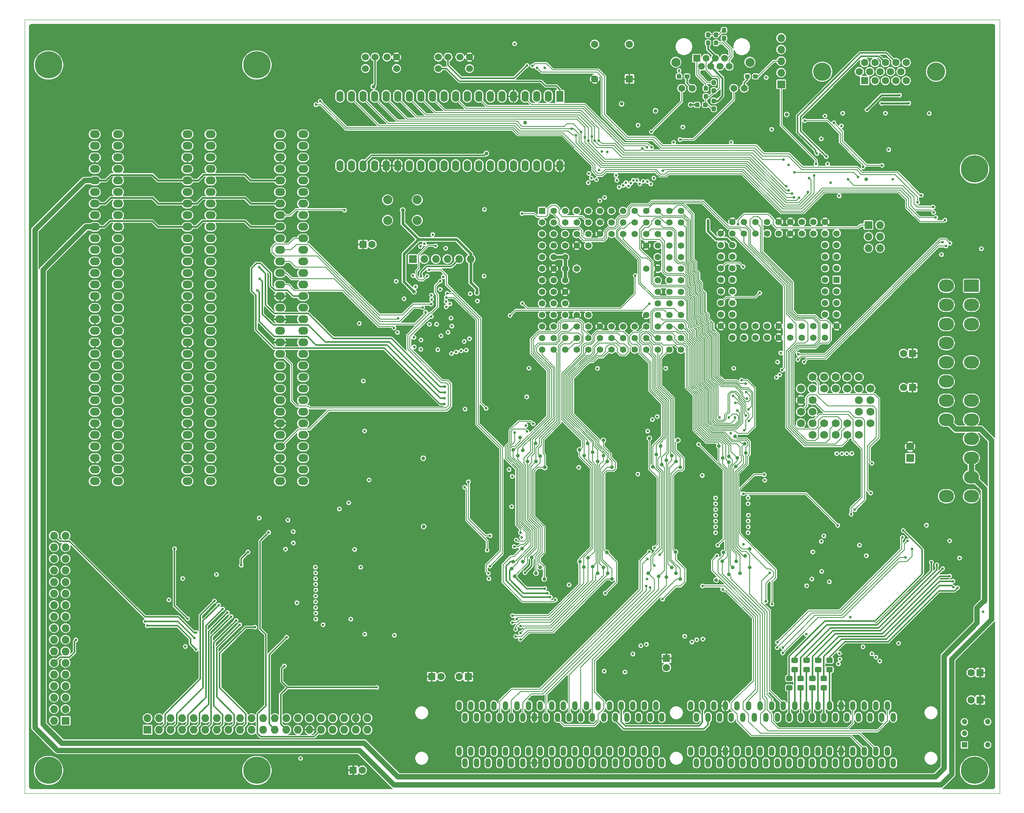
<source format=gbr>
%TF.GenerationSoftware,KiCad,Pcbnew,5.1.0-060a0da~80~ubuntu18.04.1*%
%TF.CreationDate,2019-04-17T18:28:31-04:00*%
%TF.ProjectId,C68,4336382e-6b69-4636-9164-5f7063625858,rev?*%
%TF.SameCoordinates,Original*%
%TF.FileFunction,Copper,L4,Bot*%
%TF.FilePolarity,Positive*%
%FSLAX46Y46*%
G04 Gerber Fmt 4.6, Leading zero omitted, Abs format (unit mm)*
G04 Created by KiCad (PCBNEW 5.1.0-060a0da~80~ubuntu18.04.1) date 2019-04-17 18:28:31*
%MOMM*%
%LPD*%
G04 APERTURE LIST*
%ADD10C,0.050000*%
%ADD11O,2.200000X1.700000*%
%ADD12R,1.200000X1.200000*%
%ADD13C,1.200000*%
%ADD14O,1.700000X1.700000*%
%ADD15R,1.700000X1.700000*%
%ADD16C,1.422400*%
%ADD17R,1.422400X1.422400*%
%ADD18C,1.750000*%
%ADD19C,2.000000*%
%ADD20C,1.397000*%
%ADD21R,1.397000X1.397000*%
%ADD22O,1.200000X2.000000*%
%ADD23C,6.000000*%
%ADD24C,0.150000*%
%ADD25C,2.700000*%
%ADD26O,3.300000X2.700000*%
%ADD27C,1.524000*%
%ADD28C,0.950000*%
%ADD29C,1.500000*%
%ADD30R,1.500000X1.500000*%
%ADD31R,1.600000X2.400000*%
%ADD32O,1.600000X2.400000*%
%ADD33R,1.600000X1.600000*%
%ADD34C,1.600000*%
%ADD35C,1.800000*%
%ADD36R,1.800000X1.800000*%
%ADD37C,4.000000*%
%ADD38C,1.150000*%
%ADD39O,1.727200X1.727200*%
%ADD40R,1.727200X1.727200*%
%ADD41C,0.600000*%
%ADD42C,0.800000*%
%ADD43C,0.400000*%
%ADD44C,0.800000*%
%ADD45C,0.300000*%
%ADD46C,0.200000*%
%ADD47C,0.600000*%
%ADD48C,1.200000*%
G04 APERTURE END LIST*
D10*
X304000000Y-210000000D02*
X90000000Y-210000000D01*
X304000000Y-40000000D02*
X304000000Y-210000000D01*
X90000000Y-40000000D02*
X304000000Y-40000000D01*
X90000000Y-210000000D02*
X90000000Y-40000000D01*
D11*
X105430000Y-65220000D03*
X110510000Y-65220000D03*
X105430000Y-67760000D03*
X105430000Y-70300000D03*
X105430000Y-72840000D03*
X105430000Y-75380000D03*
X105430000Y-77920000D03*
X105430000Y-80460000D03*
X105430000Y-83000000D03*
X105430000Y-85540000D03*
X105430000Y-88080000D03*
X105430000Y-90620000D03*
X105430000Y-93160000D03*
X105430000Y-95700000D03*
X105430000Y-98240000D03*
X105430000Y-100780000D03*
X105430000Y-103320000D03*
X105430000Y-105860000D03*
X105430000Y-108400000D03*
X105430000Y-110940000D03*
X105430000Y-113480000D03*
X105430000Y-116020000D03*
X105430000Y-118560000D03*
X105430000Y-121100000D03*
X105430000Y-123640000D03*
X105430000Y-126180000D03*
X105430000Y-128720000D03*
X105430000Y-131260000D03*
X105430000Y-133800000D03*
X105430000Y-136340000D03*
X105430000Y-138880000D03*
X105430000Y-141420000D03*
X110510000Y-67760000D03*
X110510000Y-70300000D03*
X110510000Y-72840000D03*
X110510000Y-75380000D03*
X110510000Y-77920000D03*
X110510000Y-80460000D03*
X110510000Y-83000000D03*
X110510000Y-85540000D03*
X110510000Y-88080000D03*
X110510000Y-90620000D03*
X110510000Y-93160000D03*
X110510000Y-95700000D03*
X110510000Y-98240000D03*
X110510000Y-100780000D03*
X110510000Y-103320000D03*
X110510000Y-105860000D03*
X110510000Y-108400000D03*
X110510000Y-110940000D03*
X110510000Y-113480000D03*
X110510000Y-116020000D03*
X110510000Y-118560000D03*
X110510000Y-121100000D03*
X110510000Y-123640000D03*
X110510000Y-126180000D03*
X110510000Y-128720000D03*
X110510000Y-131260000D03*
X110510000Y-133800000D03*
X110510000Y-136340000D03*
X110510000Y-138880000D03*
X110510000Y-141420000D03*
D12*
X296250000Y-199320000D03*
D13*
X296250000Y-196780000D03*
X296250000Y-194240000D03*
X301330000Y-199320000D03*
X301330000Y-194240000D03*
D14*
X277740000Y-90230000D03*
X275200000Y-90230000D03*
X277740000Y-87690000D03*
X275200000Y-87690000D03*
X277740000Y-85150000D03*
D15*
X275200000Y-85150000D03*
D14*
X187890000Y-92610000D03*
X185350000Y-92610000D03*
X182810000Y-92610000D03*
X180270000Y-92610000D03*
X177730000Y-92610000D03*
D15*
X175190000Y-92610000D03*
D16*
X265680000Y-109850000D03*
X263140000Y-109850000D03*
X260600000Y-109850000D03*
X258060000Y-109850000D03*
X255520000Y-109850000D03*
X252980000Y-109850000D03*
X250440000Y-109850000D03*
X247900000Y-109850000D03*
X268220000Y-107310000D03*
X263140000Y-107310000D03*
X260600000Y-107310000D03*
X258060000Y-107310000D03*
X255520000Y-107310000D03*
X252980000Y-107310000D03*
X250440000Y-107310000D03*
X247900000Y-107310000D03*
X245360000Y-107310000D03*
X242820000Y-107310000D03*
X242820000Y-104770000D03*
X242820000Y-102230000D03*
X242820000Y-99690000D03*
X242820000Y-97150000D03*
X242820000Y-94610000D03*
X242820000Y-92070000D03*
X242820000Y-89530000D03*
X242820000Y-86990000D03*
X245360000Y-109850000D03*
X245360000Y-104770000D03*
X245360000Y-102230000D03*
X245360000Y-99690000D03*
X245360000Y-97150000D03*
X245360000Y-94610000D03*
X245360000Y-92070000D03*
X245360000Y-89530000D03*
X245360000Y-86990000D03*
X245360000Y-84450000D03*
X247900000Y-84450000D03*
X250440000Y-84450000D03*
X252980000Y-84450000D03*
X255520000Y-84450000D03*
X258060000Y-84450000D03*
X260600000Y-84450000D03*
X263140000Y-84450000D03*
X265680000Y-84450000D03*
X247900000Y-86990000D03*
X250440000Y-86990000D03*
X252980000Y-86990000D03*
X255520000Y-86990000D03*
X258060000Y-86990000D03*
X260600000Y-86990000D03*
X263140000Y-86990000D03*
X265680000Y-86990000D03*
X268220000Y-104770000D03*
X268220000Y-102230000D03*
X268220000Y-99690000D03*
X268220000Y-86990000D03*
X268220000Y-89530000D03*
X268220000Y-92070000D03*
X268220000Y-94610000D03*
D17*
X268220000Y-97150000D03*
D16*
X265680000Y-107310000D03*
X265680000Y-104770000D03*
X265680000Y-102230000D03*
X265680000Y-99690000D03*
X265680000Y-89530000D03*
X265680000Y-92070000D03*
X265680000Y-94610000D03*
X265680000Y-97150000D03*
D18*
X262910000Y-118530000D03*
X265450000Y-118530000D03*
X267990000Y-118530000D03*
X270530000Y-118530000D03*
X273070000Y-118530000D03*
X265450000Y-121070000D03*
X267990000Y-121070000D03*
X270530000Y-121070000D03*
X275610000Y-121070000D03*
X275610000Y-123610000D03*
X275610000Y-126150000D03*
X275610000Y-128690000D03*
X273070000Y-121070000D03*
X273070000Y-123610000D03*
X273070000Y-126150000D03*
X273070000Y-128690000D03*
X273070000Y-131230000D03*
X270530000Y-131230000D03*
X267990000Y-131230000D03*
X265450000Y-131230000D03*
X262910000Y-131230000D03*
X270530000Y-128690000D03*
X267990000Y-128690000D03*
X265450000Y-128690000D03*
X262910000Y-128690000D03*
X260370000Y-121070000D03*
X260370000Y-123610000D03*
X260370000Y-128690000D03*
X260370000Y-126150000D03*
X262910000Y-118530000D03*
X262910000Y-121070000D03*
X262910000Y-126150000D03*
X262910000Y-123610000D03*
D19*
X176190000Y-79610000D03*
X176190000Y-84110000D03*
X169690000Y-79610000D03*
X169690000Y-84110000D03*
D20*
X234040000Y-112510000D03*
X234040000Y-109970000D03*
X234040000Y-107430000D03*
X234040000Y-104890000D03*
X234040000Y-102350000D03*
X234040000Y-99810000D03*
X234040000Y-97270000D03*
X234040000Y-94730000D03*
X234040000Y-92190000D03*
X234040000Y-89650000D03*
X234040000Y-87110000D03*
X234040000Y-84570000D03*
X234040000Y-82030000D03*
X231500000Y-112510000D03*
X231500000Y-109970000D03*
X231500000Y-107430000D03*
X231500000Y-104890000D03*
X231500000Y-102350000D03*
X231500000Y-99810000D03*
X231500000Y-97270000D03*
X231500000Y-94730000D03*
X231500000Y-92190000D03*
X231500000Y-89650000D03*
X231500000Y-87110000D03*
X231500000Y-84570000D03*
X231500000Y-82030000D03*
X228960000Y-112510000D03*
X228960000Y-109970000D03*
X228960000Y-107430000D03*
X228960000Y-104890000D03*
X228960000Y-102350000D03*
X228960000Y-99810000D03*
X228960000Y-97270000D03*
X228960000Y-94730000D03*
X228960000Y-92190000D03*
X228960000Y-89650000D03*
X228960000Y-87110000D03*
X228960000Y-84570000D03*
X228960000Y-82030000D03*
X226420000Y-112510000D03*
X226420000Y-109970000D03*
X226420000Y-107430000D03*
X226420000Y-104890000D03*
X226420000Y-94730000D03*
X226420000Y-89650000D03*
X226420000Y-87110000D03*
X226420000Y-84570000D03*
X226420000Y-82030000D03*
X223880000Y-112510000D03*
X223880000Y-109970000D03*
X223880000Y-107430000D03*
X223880000Y-87110000D03*
X223880000Y-84570000D03*
X223880000Y-82030000D03*
X221340000Y-112510000D03*
X221340000Y-109970000D03*
X221340000Y-107430000D03*
X221340000Y-87110000D03*
X221340000Y-84570000D03*
X221340000Y-82030000D03*
X218800000Y-112510000D03*
X218800000Y-109970000D03*
X218800000Y-107430000D03*
X218800000Y-87110000D03*
X218800000Y-84570000D03*
X218800000Y-82030000D03*
X216260000Y-112510000D03*
X216260000Y-109970000D03*
X216260000Y-107430000D03*
X216260000Y-87110000D03*
X216260000Y-84570000D03*
X216260000Y-82030000D03*
X213720000Y-112510000D03*
X213720000Y-109970000D03*
X213720000Y-107430000D03*
X213720000Y-104890000D03*
X213720000Y-89650000D03*
X213720000Y-87110000D03*
X213720000Y-84570000D03*
X213720000Y-82030000D03*
X211180000Y-112510000D03*
X211180000Y-109970000D03*
X211180000Y-107430000D03*
X211180000Y-104890000D03*
X211180000Y-94730000D03*
X211180000Y-89650000D03*
X211180000Y-87110000D03*
X211180000Y-84570000D03*
X211180000Y-82030000D03*
X208640000Y-112510000D03*
X208640000Y-109970000D03*
X208640000Y-107430000D03*
X208640000Y-104890000D03*
X208640000Y-102350000D03*
X208640000Y-99810000D03*
X208640000Y-97270000D03*
X208640000Y-94730000D03*
X208640000Y-92190000D03*
X208640000Y-89650000D03*
X208640000Y-87110000D03*
X208640000Y-84570000D03*
X208640000Y-82030000D03*
X206100000Y-112510000D03*
X206100000Y-109970000D03*
X206100000Y-107430000D03*
X206100000Y-104890000D03*
X206100000Y-102350000D03*
X206100000Y-99810000D03*
X206100000Y-97270000D03*
X206100000Y-94730000D03*
X206100000Y-92190000D03*
X206100000Y-89650000D03*
X206100000Y-87110000D03*
X206100000Y-84570000D03*
X206100000Y-82030000D03*
X203560000Y-112510000D03*
X203560000Y-109970000D03*
X203560000Y-107430000D03*
X203560000Y-104890000D03*
X203560000Y-102350000D03*
X203560000Y-99810000D03*
X203560000Y-97270000D03*
X203560000Y-94730000D03*
X203560000Y-92190000D03*
X203560000Y-89650000D03*
X203560000Y-87110000D03*
X203560000Y-84570000D03*
D21*
X203560000Y-82030000D03*
D22*
X229852000Y-193266000D03*
X227312000Y-193266000D03*
X224772000Y-193266000D03*
X222232000Y-193266000D03*
X219692000Y-193266000D03*
X217152000Y-193266000D03*
X214612000Y-193266000D03*
X212072000Y-193266000D03*
X209532000Y-193266000D03*
X206992000Y-193266000D03*
X204452000Y-193266000D03*
X201912000Y-193266000D03*
X199372000Y-193266000D03*
X196832000Y-193266000D03*
X194292000Y-193266000D03*
X191752000Y-193266000D03*
X189212000Y-193266000D03*
X186672000Y-193266000D03*
X185402000Y-190726000D03*
X187942000Y-190726000D03*
X190482000Y-190726000D03*
X193022000Y-190726000D03*
X195562000Y-190726000D03*
X198102000Y-190726000D03*
X200642000Y-190726000D03*
X203182000Y-190726000D03*
X205722000Y-190726000D03*
X208262000Y-190726000D03*
X210802000Y-190726000D03*
X213342000Y-190726000D03*
X215882000Y-190726000D03*
X218422000Y-190726000D03*
X220962000Y-190726000D03*
X223502000Y-190726000D03*
X226042000Y-190726000D03*
X228582000Y-190726000D03*
X279382000Y-190726000D03*
X276842000Y-190726000D03*
X274302000Y-190726000D03*
X271762000Y-190726000D03*
X269222000Y-190726000D03*
X266682000Y-190726000D03*
X264142000Y-190726000D03*
X261602000Y-190726000D03*
X259062000Y-190726000D03*
X256522000Y-190726000D03*
X253982000Y-190726000D03*
X251442000Y-190726000D03*
X248902000Y-190726000D03*
X246362000Y-190726000D03*
X243822000Y-190726000D03*
X241282000Y-190726000D03*
X238742000Y-190726000D03*
X236202000Y-190726000D03*
X237472000Y-193266000D03*
X240012000Y-193266000D03*
X242552000Y-193266000D03*
X245092000Y-193266000D03*
X247632000Y-193266000D03*
X250172000Y-193266000D03*
X252712000Y-193266000D03*
X255252000Y-193266000D03*
X257792000Y-193266000D03*
X260332000Y-193266000D03*
X262872000Y-193266000D03*
X265412000Y-193266000D03*
X267952000Y-193266000D03*
X270492000Y-193266000D03*
X273032000Y-193266000D03*
X275572000Y-193266000D03*
X278112000Y-193266000D03*
X280652000Y-193266000D03*
D23*
X140990000Y-49980000D03*
X298470000Y-72840000D03*
X298470000Y-204920000D03*
X140990000Y-204920000D03*
D24*
G36*
X299199503Y-97141204D02*
G01*
X299223772Y-97144804D01*
X299247570Y-97150765D01*
X299270670Y-97159030D01*
X299292849Y-97169520D01*
X299313892Y-97182133D01*
X299333598Y-97196748D01*
X299351776Y-97213224D01*
X299368252Y-97231402D01*
X299382867Y-97251108D01*
X299395480Y-97272151D01*
X299405970Y-97294330D01*
X299414235Y-97317430D01*
X299420196Y-97341228D01*
X299423796Y-97365497D01*
X299425000Y-97390001D01*
X299425000Y-99589999D01*
X299423796Y-99614503D01*
X299420196Y-99638772D01*
X299414235Y-99662570D01*
X299405970Y-99685670D01*
X299395480Y-99707849D01*
X299382867Y-99728892D01*
X299368252Y-99748598D01*
X299351776Y-99766776D01*
X299333598Y-99783252D01*
X299313892Y-99797867D01*
X299292849Y-99810480D01*
X299270670Y-99820970D01*
X299247570Y-99829235D01*
X299223772Y-99835196D01*
X299199503Y-99838796D01*
X299174999Y-99840000D01*
X296375001Y-99840000D01*
X296350497Y-99838796D01*
X296326228Y-99835196D01*
X296302430Y-99829235D01*
X296279330Y-99820970D01*
X296257151Y-99810480D01*
X296236108Y-99797867D01*
X296216402Y-99783252D01*
X296198224Y-99766776D01*
X296181748Y-99748598D01*
X296167133Y-99728892D01*
X296154520Y-99707849D01*
X296144030Y-99685670D01*
X296135765Y-99662570D01*
X296129804Y-99638772D01*
X296126204Y-99614503D01*
X296125000Y-99589999D01*
X296125000Y-97390001D01*
X296126204Y-97365497D01*
X296129804Y-97341228D01*
X296135765Y-97317430D01*
X296144030Y-97294330D01*
X296154520Y-97272151D01*
X296167133Y-97251108D01*
X296181748Y-97231402D01*
X296198224Y-97213224D01*
X296216402Y-97196748D01*
X296236108Y-97182133D01*
X296257151Y-97169520D01*
X296279330Y-97159030D01*
X296302430Y-97150765D01*
X296326228Y-97144804D01*
X296350497Y-97141204D01*
X296375001Y-97140000D01*
X299174999Y-97140000D01*
X299199503Y-97141204D01*
X299199503Y-97141204D01*
G37*
D25*
X297775000Y-98490000D03*
D26*
X297775000Y-102690000D03*
X297775000Y-106890000D03*
X297775000Y-111090000D03*
X297775000Y-115290000D03*
X297775000Y-119490000D03*
X297775000Y-123690000D03*
X297775000Y-127890000D03*
X297775000Y-132090000D03*
X297775000Y-136290000D03*
X297775000Y-140490000D03*
X297775000Y-144690000D03*
X292275000Y-98490000D03*
X292275000Y-102690000D03*
X292275000Y-106890000D03*
X292275000Y-111090000D03*
X292275000Y-115290000D03*
X292275000Y-119490000D03*
X292275000Y-123690000D03*
X292275000Y-127890000D03*
X292275000Y-132090000D03*
X292275000Y-136290000D03*
X292275000Y-140490000D03*
X292275000Y-144690000D03*
D11*
X130830000Y-141420000D03*
X130830000Y-138880000D03*
X130830000Y-136340000D03*
X130830000Y-133800000D03*
X130830000Y-131260000D03*
X130830000Y-128720000D03*
X130830000Y-126180000D03*
X130830000Y-123640000D03*
X130830000Y-121100000D03*
X130830000Y-118560000D03*
X130830000Y-116020000D03*
X130830000Y-113480000D03*
X130830000Y-110940000D03*
X130830000Y-108400000D03*
X130830000Y-105860000D03*
X130830000Y-103320000D03*
X130830000Y-100780000D03*
X130830000Y-98240000D03*
X130830000Y-95700000D03*
X130830000Y-93160000D03*
X130830000Y-90620000D03*
X130830000Y-88080000D03*
X130830000Y-85540000D03*
X130830000Y-83000000D03*
X130830000Y-80460000D03*
X130830000Y-77920000D03*
X130830000Y-75380000D03*
X130830000Y-72840000D03*
X130830000Y-70300000D03*
X130830000Y-67760000D03*
X125750000Y-141420000D03*
X125750000Y-138880000D03*
X125750000Y-136340000D03*
X125750000Y-133800000D03*
X125750000Y-131260000D03*
X125750000Y-128720000D03*
X125750000Y-126180000D03*
X125750000Y-123640000D03*
X125750000Y-121100000D03*
X125750000Y-118560000D03*
X125750000Y-116020000D03*
X125750000Y-113480000D03*
X125750000Y-110940000D03*
X125750000Y-108400000D03*
X125750000Y-105860000D03*
X125750000Y-103320000D03*
X125750000Y-100780000D03*
X125750000Y-98240000D03*
X125750000Y-95700000D03*
X125750000Y-93160000D03*
X125750000Y-90620000D03*
X125750000Y-88080000D03*
X125750000Y-85540000D03*
X125750000Y-83000000D03*
X125750000Y-80460000D03*
X125750000Y-77920000D03*
X125750000Y-75380000D03*
X125750000Y-72840000D03*
X125750000Y-70300000D03*
X125750000Y-67760000D03*
X130830000Y-65220000D03*
X125750000Y-65220000D03*
X146070000Y-65220000D03*
X151150000Y-65220000D03*
X146070000Y-67760000D03*
X146070000Y-70300000D03*
X146070000Y-72840000D03*
X146070000Y-75380000D03*
X146070000Y-77920000D03*
X146070000Y-80460000D03*
X146070000Y-83000000D03*
X146070000Y-85540000D03*
X146070000Y-88080000D03*
X146070000Y-90620000D03*
X146070000Y-93160000D03*
X146070000Y-95700000D03*
X146070000Y-98240000D03*
X146070000Y-100780000D03*
X146070000Y-103320000D03*
X146070000Y-105860000D03*
X146070000Y-108400000D03*
X146070000Y-110940000D03*
X146070000Y-113480000D03*
X146070000Y-116020000D03*
X146070000Y-118560000D03*
X146070000Y-121100000D03*
X146070000Y-123640000D03*
X146070000Y-126180000D03*
X146070000Y-128720000D03*
X146070000Y-131260000D03*
X146070000Y-133800000D03*
X146070000Y-136340000D03*
X146070000Y-138880000D03*
X146070000Y-141420000D03*
X151150000Y-67760000D03*
X151150000Y-70300000D03*
X151150000Y-72840000D03*
X151150000Y-75380000D03*
X151150000Y-77920000D03*
X151150000Y-80460000D03*
X151150000Y-83000000D03*
X151150000Y-85540000D03*
X151150000Y-88080000D03*
X151150000Y-90620000D03*
X151150000Y-93160000D03*
X151150000Y-95700000D03*
X151150000Y-98240000D03*
X151150000Y-100780000D03*
X151150000Y-103320000D03*
X151150000Y-105860000D03*
X151150000Y-108400000D03*
X151150000Y-110940000D03*
X151150000Y-113480000D03*
X151150000Y-116020000D03*
X151150000Y-118560000D03*
X151150000Y-121100000D03*
X151150000Y-123640000D03*
X151150000Y-126180000D03*
X151150000Y-128720000D03*
X151150000Y-131260000D03*
X151150000Y-133800000D03*
X151150000Y-136340000D03*
X151150000Y-138880000D03*
X151150000Y-141420000D03*
D27*
X166930000Y-48260000D03*
X169530000Y-48260000D03*
X171630000Y-48260000D03*
X164830000Y-48260000D03*
X164830000Y-50760000D03*
X171630000Y-50760000D03*
X187630000Y-50760000D03*
X180830000Y-50760000D03*
X180830000Y-48260000D03*
X187630000Y-48260000D03*
X185530000Y-48260000D03*
X182930000Y-48260000D03*
D24*
G36*
X240260779Y-44601144D02*
G01*
X240283834Y-44604563D01*
X240306443Y-44610227D01*
X240328387Y-44618079D01*
X240349457Y-44628044D01*
X240369448Y-44640026D01*
X240388168Y-44653910D01*
X240405438Y-44669562D01*
X240421090Y-44686832D01*
X240434974Y-44705552D01*
X240446956Y-44725543D01*
X240456921Y-44746613D01*
X240464773Y-44768557D01*
X240470437Y-44791166D01*
X240473856Y-44814221D01*
X240475000Y-44837500D01*
X240475000Y-45412500D01*
X240473856Y-45435779D01*
X240470437Y-45458834D01*
X240464773Y-45481443D01*
X240456921Y-45503387D01*
X240446956Y-45524457D01*
X240434974Y-45544448D01*
X240421090Y-45563168D01*
X240405438Y-45580438D01*
X240388168Y-45596090D01*
X240369448Y-45609974D01*
X240349457Y-45621956D01*
X240328387Y-45631921D01*
X240306443Y-45639773D01*
X240283834Y-45645437D01*
X240260779Y-45648856D01*
X240237500Y-45650000D01*
X239762500Y-45650000D01*
X239739221Y-45648856D01*
X239716166Y-45645437D01*
X239693557Y-45639773D01*
X239671613Y-45631921D01*
X239650543Y-45621956D01*
X239630552Y-45609974D01*
X239611832Y-45596090D01*
X239594562Y-45580438D01*
X239578910Y-45563168D01*
X239565026Y-45544448D01*
X239553044Y-45524457D01*
X239543079Y-45503387D01*
X239535227Y-45481443D01*
X239529563Y-45458834D01*
X239526144Y-45435779D01*
X239525000Y-45412500D01*
X239525000Y-44837500D01*
X239526144Y-44814221D01*
X239529563Y-44791166D01*
X239535227Y-44768557D01*
X239543079Y-44746613D01*
X239553044Y-44725543D01*
X239565026Y-44705552D01*
X239578910Y-44686832D01*
X239594562Y-44669562D01*
X239611832Y-44653910D01*
X239630552Y-44640026D01*
X239650543Y-44628044D01*
X239671613Y-44618079D01*
X239693557Y-44610227D01*
X239716166Y-44604563D01*
X239739221Y-44601144D01*
X239762500Y-44600000D01*
X240237500Y-44600000D01*
X240260779Y-44601144D01*
X240260779Y-44601144D01*
G37*
D28*
X240000000Y-45125000D03*
D24*
G36*
X240260779Y-42851144D02*
G01*
X240283834Y-42854563D01*
X240306443Y-42860227D01*
X240328387Y-42868079D01*
X240349457Y-42878044D01*
X240369448Y-42890026D01*
X240388168Y-42903910D01*
X240405438Y-42919562D01*
X240421090Y-42936832D01*
X240434974Y-42955552D01*
X240446956Y-42975543D01*
X240456921Y-42996613D01*
X240464773Y-43018557D01*
X240470437Y-43041166D01*
X240473856Y-43064221D01*
X240475000Y-43087500D01*
X240475000Y-43662500D01*
X240473856Y-43685779D01*
X240470437Y-43708834D01*
X240464773Y-43731443D01*
X240456921Y-43753387D01*
X240446956Y-43774457D01*
X240434974Y-43794448D01*
X240421090Y-43813168D01*
X240405438Y-43830438D01*
X240388168Y-43846090D01*
X240369448Y-43859974D01*
X240349457Y-43871956D01*
X240328387Y-43881921D01*
X240306443Y-43889773D01*
X240283834Y-43895437D01*
X240260779Y-43898856D01*
X240237500Y-43900000D01*
X239762500Y-43900000D01*
X239739221Y-43898856D01*
X239716166Y-43895437D01*
X239693557Y-43889773D01*
X239671613Y-43881921D01*
X239650543Y-43871956D01*
X239630552Y-43859974D01*
X239611832Y-43846090D01*
X239594562Y-43830438D01*
X239578910Y-43813168D01*
X239565026Y-43794448D01*
X239553044Y-43774457D01*
X239543079Y-43753387D01*
X239535227Y-43731443D01*
X239529563Y-43708834D01*
X239526144Y-43685779D01*
X239525000Y-43662500D01*
X239525000Y-43087500D01*
X239526144Y-43064221D01*
X239529563Y-43041166D01*
X239535227Y-43018557D01*
X239543079Y-42996613D01*
X239553044Y-42975543D01*
X239565026Y-42955552D01*
X239578910Y-42936832D01*
X239594562Y-42919562D01*
X239611832Y-42903910D01*
X239630552Y-42890026D01*
X239650543Y-42878044D01*
X239671613Y-42868079D01*
X239693557Y-42860227D01*
X239716166Y-42854563D01*
X239739221Y-42851144D01*
X239762500Y-42850000D01*
X240237500Y-42850000D01*
X240260779Y-42851144D01*
X240260779Y-42851144D01*
G37*
D28*
X240000000Y-43375000D03*
D24*
G36*
X241510779Y-59101144D02*
G01*
X241533834Y-59104563D01*
X241556443Y-59110227D01*
X241578387Y-59118079D01*
X241599457Y-59128044D01*
X241619448Y-59140026D01*
X241638168Y-59153910D01*
X241655438Y-59169562D01*
X241671090Y-59186832D01*
X241684974Y-59205552D01*
X241696956Y-59225543D01*
X241706921Y-59246613D01*
X241714773Y-59268557D01*
X241720437Y-59291166D01*
X241723856Y-59314221D01*
X241725000Y-59337500D01*
X241725000Y-59912500D01*
X241723856Y-59935779D01*
X241720437Y-59958834D01*
X241714773Y-59981443D01*
X241706921Y-60003387D01*
X241696956Y-60024457D01*
X241684974Y-60044448D01*
X241671090Y-60063168D01*
X241655438Y-60080438D01*
X241638168Y-60096090D01*
X241619448Y-60109974D01*
X241599457Y-60121956D01*
X241578387Y-60131921D01*
X241556443Y-60139773D01*
X241533834Y-60145437D01*
X241510779Y-60148856D01*
X241487500Y-60150000D01*
X241012500Y-60150000D01*
X240989221Y-60148856D01*
X240966166Y-60145437D01*
X240943557Y-60139773D01*
X240921613Y-60131921D01*
X240900543Y-60121956D01*
X240880552Y-60109974D01*
X240861832Y-60096090D01*
X240844562Y-60080438D01*
X240828910Y-60063168D01*
X240815026Y-60044448D01*
X240803044Y-60024457D01*
X240793079Y-60003387D01*
X240785227Y-59981443D01*
X240779563Y-59958834D01*
X240776144Y-59935779D01*
X240775000Y-59912500D01*
X240775000Y-59337500D01*
X240776144Y-59314221D01*
X240779563Y-59291166D01*
X240785227Y-59268557D01*
X240793079Y-59246613D01*
X240803044Y-59225543D01*
X240815026Y-59205552D01*
X240828910Y-59186832D01*
X240844562Y-59169562D01*
X240861832Y-59153910D01*
X240880552Y-59140026D01*
X240900543Y-59128044D01*
X240921613Y-59118079D01*
X240943557Y-59110227D01*
X240966166Y-59104563D01*
X240989221Y-59101144D01*
X241012500Y-59100000D01*
X241487500Y-59100000D01*
X241510779Y-59101144D01*
X241510779Y-59101144D01*
G37*
D28*
X241250000Y-59625000D03*
D24*
G36*
X241510779Y-57351144D02*
G01*
X241533834Y-57354563D01*
X241556443Y-57360227D01*
X241578387Y-57368079D01*
X241599457Y-57378044D01*
X241619448Y-57390026D01*
X241638168Y-57403910D01*
X241655438Y-57419562D01*
X241671090Y-57436832D01*
X241684974Y-57455552D01*
X241696956Y-57475543D01*
X241706921Y-57496613D01*
X241714773Y-57518557D01*
X241720437Y-57541166D01*
X241723856Y-57564221D01*
X241725000Y-57587500D01*
X241725000Y-58162500D01*
X241723856Y-58185779D01*
X241720437Y-58208834D01*
X241714773Y-58231443D01*
X241706921Y-58253387D01*
X241696956Y-58274457D01*
X241684974Y-58294448D01*
X241671090Y-58313168D01*
X241655438Y-58330438D01*
X241638168Y-58346090D01*
X241619448Y-58359974D01*
X241599457Y-58371956D01*
X241578387Y-58381921D01*
X241556443Y-58389773D01*
X241533834Y-58395437D01*
X241510779Y-58398856D01*
X241487500Y-58400000D01*
X241012500Y-58400000D01*
X240989221Y-58398856D01*
X240966166Y-58395437D01*
X240943557Y-58389773D01*
X240921613Y-58381921D01*
X240900543Y-58371956D01*
X240880552Y-58359974D01*
X240861832Y-58346090D01*
X240844562Y-58330438D01*
X240828910Y-58313168D01*
X240815026Y-58294448D01*
X240803044Y-58274457D01*
X240793079Y-58253387D01*
X240785227Y-58231443D01*
X240779563Y-58208834D01*
X240776144Y-58185779D01*
X240775000Y-58162500D01*
X240775000Y-57587500D01*
X240776144Y-57564221D01*
X240779563Y-57541166D01*
X240785227Y-57518557D01*
X240793079Y-57496613D01*
X240803044Y-57475543D01*
X240815026Y-57455552D01*
X240828910Y-57436832D01*
X240844562Y-57419562D01*
X240861832Y-57403910D01*
X240880552Y-57390026D01*
X240900543Y-57378044D01*
X240921613Y-57368079D01*
X240943557Y-57360227D01*
X240966166Y-57354563D01*
X240989221Y-57351144D01*
X241012500Y-57350000D01*
X241487500Y-57350000D01*
X241510779Y-57351144D01*
X241510779Y-57351144D01*
G37*
D28*
X241250000Y-57875000D03*
D29*
X247920000Y-55100000D03*
X245630000Y-55100000D03*
X236490000Y-55100000D03*
X234200000Y-55100000D03*
D19*
X232930000Y-49390000D03*
X249190000Y-49390000D03*
D29*
X244640000Y-50280000D03*
X242600000Y-50280000D03*
X240560000Y-50280000D03*
X238520000Y-50280000D03*
X243620000Y-48500000D03*
X241580000Y-48500000D03*
X239540000Y-48500000D03*
D30*
X237500000Y-48500000D03*
D24*
G36*
X237935779Y-58276144D02*
G01*
X237958834Y-58279563D01*
X237981443Y-58285227D01*
X238003387Y-58293079D01*
X238024457Y-58303044D01*
X238044448Y-58315026D01*
X238063168Y-58328910D01*
X238080438Y-58344562D01*
X238096090Y-58361832D01*
X238109974Y-58380552D01*
X238121956Y-58400543D01*
X238131921Y-58421613D01*
X238139773Y-58443557D01*
X238145437Y-58466166D01*
X238148856Y-58489221D01*
X238150000Y-58512500D01*
X238150000Y-58987500D01*
X238148856Y-59010779D01*
X238145437Y-59033834D01*
X238139773Y-59056443D01*
X238131921Y-59078387D01*
X238121956Y-59099457D01*
X238109974Y-59119448D01*
X238096090Y-59138168D01*
X238080438Y-59155438D01*
X238063168Y-59171090D01*
X238044448Y-59184974D01*
X238024457Y-59196956D01*
X238003387Y-59206921D01*
X237981443Y-59214773D01*
X237958834Y-59220437D01*
X237935779Y-59223856D01*
X237912500Y-59225000D01*
X237337500Y-59225000D01*
X237314221Y-59223856D01*
X237291166Y-59220437D01*
X237268557Y-59214773D01*
X237246613Y-59206921D01*
X237225543Y-59196956D01*
X237205552Y-59184974D01*
X237186832Y-59171090D01*
X237169562Y-59155438D01*
X237153910Y-59138168D01*
X237140026Y-59119448D01*
X237128044Y-59099457D01*
X237118079Y-59078387D01*
X237110227Y-59056443D01*
X237104563Y-59033834D01*
X237101144Y-59010779D01*
X237100000Y-58987500D01*
X237100000Y-58512500D01*
X237101144Y-58489221D01*
X237104563Y-58466166D01*
X237110227Y-58443557D01*
X237118079Y-58421613D01*
X237128044Y-58400543D01*
X237140026Y-58380552D01*
X237153910Y-58361832D01*
X237169562Y-58344562D01*
X237186832Y-58328910D01*
X237205552Y-58315026D01*
X237225543Y-58303044D01*
X237246613Y-58293079D01*
X237268557Y-58285227D01*
X237291166Y-58279563D01*
X237314221Y-58276144D01*
X237337500Y-58275000D01*
X237912500Y-58275000D01*
X237935779Y-58276144D01*
X237935779Y-58276144D01*
G37*
D28*
X237625000Y-58750000D03*
D24*
G36*
X239685779Y-58276144D02*
G01*
X239708834Y-58279563D01*
X239731443Y-58285227D01*
X239753387Y-58293079D01*
X239774457Y-58303044D01*
X239794448Y-58315026D01*
X239813168Y-58328910D01*
X239830438Y-58344562D01*
X239846090Y-58361832D01*
X239859974Y-58380552D01*
X239871956Y-58400543D01*
X239881921Y-58421613D01*
X239889773Y-58443557D01*
X239895437Y-58466166D01*
X239898856Y-58489221D01*
X239900000Y-58512500D01*
X239900000Y-58987500D01*
X239898856Y-59010779D01*
X239895437Y-59033834D01*
X239889773Y-59056443D01*
X239881921Y-59078387D01*
X239871956Y-59099457D01*
X239859974Y-59119448D01*
X239846090Y-59138168D01*
X239830438Y-59155438D01*
X239813168Y-59171090D01*
X239794448Y-59184974D01*
X239774457Y-59196956D01*
X239753387Y-59206921D01*
X239731443Y-59214773D01*
X239708834Y-59220437D01*
X239685779Y-59223856D01*
X239662500Y-59225000D01*
X239087500Y-59225000D01*
X239064221Y-59223856D01*
X239041166Y-59220437D01*
X239018557Y-59214773D01*
X238996613Y-59206921D01*
X238975543Y-59196956D01*
X238955552Y-59184974D01*
X238936832Y-59171090D01*
X238919562Y-59155438D01*
X238903910Y-59138168D01*
X238890026Y-59119448D01*
X238878044Y-59099457D01*
X238868079Y-59078387D01*
X238860227Y-59056443D01*
X238854563Y-59033834D01*
X238851144Y-59010779D01*
X238850000Y-58987500D01*
X238850000Y-58512500D01*
X238851144Y-58489221D01*
X238854563Y-58466166D01*
X238860227Y-58443557D01*
X238868079Y-58421613D01*
X238878044Y-58400543D01*
X238890026Y-58380552D01*
X238903910Y-58361832D01*
X238919562Y-58344562D01*
X238936832Y-58328910D01*
X238955552Y-58315026D01*
X238975543Y-58303044D01*
X238996613Y-58293079D01*
X239018557Y-58285227D01*
X239041166Y-58279563D01*
X239064221Y-58276144D01*
X239087500Y-58275000D01*
X239662500Y-58275000D01*
X239685779Y-58276144D01*
X239685779Y-58276144D01*
G37*
D28*
X239375000Y-58750000D03*
D24*
G36*
X250685779Y-52026144D02*
G01*
X250708834Y-52029563D01*
X250731443Y-52035227D01*
X250753387Y-52043079D01*
X250774457Y-52053044D01*
X250794448Y-52065026D01*
X250813168Y-52078910D01*
X250830438Y-52094562D01*
X250846090Y-52111832D01*
X250859974Y-52130552D01*
X250871956Y-52150543D01*
X250881921Y-52171613D01*
X250889773Y-52193557D01*
X250895437Y-52216166D01*
X250898856Y-52239221D01*
X250900000Y-52262500D01*
X250900000Y-52737500D01*
X250898856Y-52760779D01*
X250895437Y-52783834D01*
X250889773Y-52806443D01*
X250881921Y-52828387D01*
X250871956Y-52849457D01*
X250859974Y-52869448D01*
X250846090Y-52888168D01*
X250830438Y-52905438D01*
X250813168Y-52921090D01*
X250794448Y-52934974D01*
X250774457Y-52946956D01*
X250753387Y-52956921D01*
X250731443Y-52964773D01*
X250708834Y-52970437D01*
X250685779Y-52973856D01*
X250662500Y-52975000D01*
X250087500Y-52975000D01*
X250064221Y-52973856D01*
X250041166Y-52970437D01*
X250018557Y-52964773D01*
X249996613Y-52956921D01*
X249975543Y-52946956D01*
X249955552Y-52934974D01*
X249936832Y-52921090D01*
X249919562Y-52905438D01*
X249903910Y-52888168D01*
X249890026Y-52869448D01*
X249878044Y-52849457D01*
X249868079Y-52828387D01*
X249860227Y-52806443D01*
X249854563Y-52783834D01*
X249851144Y-52760779D01*
X249850000Y-52737500D01*
X249850000Y-52262500D01*
X249851144Y-52239221D01*
X249854563Y-52216166D01*
X249860227Y-52193557D01*
X249868079Y-52171613D01*
X249878044Y-52150543D01*
X249890026Y-52130552D01*
X249903910Y-52111832D01*
X249919562Y-52094562D01*
X249936832Y-52078910D01*
X249955552Y-52065026D01*
X249975543Y-52053044D01*
X249996613Y-52043079D01*
X250018557Y-52035227D01*
X250041166Y-52029563D01*
X250064221Y-52026144D01*
X250087500Y-52025000D01*
X250662500Y-52025000D01*
X250685779Y-52026144D01*
X250685779Y-52026144D01*
G37*
D28*
X250375000Y-52500000D03*
D24*
G36*
X248935779Y-52026144D02*
G01*
X248958834Y-52029563D01*
X248981443Y-52035227D01*
X249003387Y-52043079D01*
X249024457Y-52053044D01*
X249044448Y-52065026D01*
X249063168Y-52078910D01*
X249080438Y-52094562D01*
X249096090Y-52111832D01*
X249109974Y-52130552D01*
X249121956Y-52150543D01*
X249131921Y-52171613D01*
X249139773Y-52193557D01*
X249145437Y-52216166D01*
X249148856Y-52239221D01*
X249150000Y-52262500D01*
X249150000Y-52737500D01*
X249148856Y-52760779D01*
X249145437Y-52783834D01*
X249139773Y-52806443D01*
X249131921Y-52828387D01*
X249121956Y-52849457D01*
X249109974Y-52869448D01*
X249096090Y-52888168D01*
X249080438Y-52905438D01*
X249063168Y-52921090D01*
X249044448Y-52934974D01*
X249024457Y-52946956D01*
X249003387Y-52956921D01*
X248981443Y-52964773D01*
X248958834Y-52970437D01*
X248935779Y-52973856D01*
X248912500Y-52975000D01*
X248337500Y-52975000D01*
X248314221Y-52973856D01*
X248291166Y-52970437D01*
X248268557Y-52964773D01*
X248246613Y-52956921D01*
X248225543Y-52946956D01*
X248205552Y-52934974D01*
X248186832Y-52921090D01*
X248169562Y-52905438D01*
X248153910Y-52888168D01*
X248140026Y-52869448D01*
X248128044Y-52849457D01*
X248118079Y-52828387D01*
X248110227Y-52806443D01*
X248104563Y-52783834D01*
X248101144Y-52760779D01*
X248100000Y-52737500D01*
X248100000Y-52262500D01*
X248101144Y-52239221D01*
X248104563Y-52216166D01*
X248110227Y-52193557D01*
X248118079Y-52171613D01*
X248128044Y-52150543D01*
X248140026Y-52130552D01*
X248153910Y-52111832D01*
X248169562Y-52094562D01*
X248186832Y-52078910D01*
X248205552Y-52065026D01*
X248225543Y-52053044D01*
X248246613Y-52043079D01*
X248268557Y-52035227D01*
X248291166Y-52029563D01*
X248314221Y-52026144D01*
X248337500Y-52025000D01*
X248912500Y-52025000D01*
X248935779Y-52026144D01*
X248935779Y-52026144D01*
G37*
D28*
X248625000Y-52500000D03*
D24*
G36*
X235685779Y-52026144D02*
G01*
X235708834Y-52029563D01*
X235731443Y-52035227D01*
X235753387Y-52043079D01*
X235774457Y-52053044D01*
X235794448Y-52065026D01*
X235813168Y-52078910D01*
X235830438Y-52094562D01*
X235846090Y-52111832D01*
X235859974Y-52130552D01*
X235871956Y-52150543D01*
X235881921Y-52171613D01*
X235889773Y-52193557D01*
X235895437Y-52216166D01*
X235898856Y-52239221D01*
X235900000Y-52262500D01*
X235900000Y-52737500D01*
X235898856Y-52760779D01*
X235895437Y-52783834D01*
X235889773Y-52806443D01*
X235881921Y-52828387D01*
X235871956Y-52849457D01*
X235859974Y-52869448D01*
X235846090Y-52888168D01*
X235830438Y-52905438D01*
X235813168Y-52921090D01*
X235794448Y-52934974D01*
X235774457Y-52946956D01*
X235753387Y-52956921D01*
X235731443Y-52964773D01*
X235708834Y-52970437D01*
X235685779Y-52973856D01*
X235662500Y-52975000D01*
X235087500Y-52975000D01*
X235064221Y-52973856D01*
X235041166Y-52970437D01*
X235018557Y-52964773D01*
X234996613Y-52956921D01*
X234975543Y-52946956D01*
X234955552Y-52934974D01*
X234936832Y-52921090D01*
X234919562Y-52905438D01*
X234903910Y-52888168D01*
X234890026Y-52869448D01*
X234878044Y-52849457D01*
X234868079Y-52828387D01*
X234860227Y-52806443D01*
X234854563Y-52783834D01*
X234851144Y-52760779D01*
X234850000Y-52737500D01*
X234850000Y-52262500D01*
X234851144Y-52239221D01*
X234854563Y-52216166D01*
X234860227Y-52193557D01*
X234868079Y-52171613D01*
X234878044Y-52150543D01*
X234890026Y-52130552D01*
X234903910Y-52111832D01*
X234919562Y-52094562D01*
X234936832Y-52078910D01*
X234955552Y-52065026D01*
X234975543Y-52053044D01*
X234996613Y-52043079D01*
X235018557Y-52035227D01*
X235041166Y-52029563D01*
X235064221Y-52026144D01*
X235087500Y-52025000D01*
X235662500Y-52025000D01*
X235685779Y-52026144D01*
X235685779Y-52026144D01*
G37*
D28*
X235375000Y-52500000D03*
D24*
G36*
X233935779Y-52026144D02*
G01*
X233958834Y-52029563D01*
X233981443Y-52035227D01*
X234003387Y-52043079D01*
X234024457Y-52053044D01*
X234044448Y-52065026D01*
X234063168Y-52078910D01*
X234080438Y-52094562D01*
X234096090Y-52111832D01*
X234109974Y-52130552D01*
X234121956Y-52150543D01*
X234131921Y-52171613D01*
X234139773Y-52193557D01*
X234145437Y-52216166D01*
X234148856Y-52239221D01*
X234150000Y-52262500D01*
X234150000Y-52737500D01*
X234148856Y-52760779D01*
X234145437Y-52783834D01*
X234139773Y-52806443D01*
X234131921Y-52828387D01*
X234121956Y-52849457D01*
X234109974Y-52869448D01*
X234096090Y-52888168D01*
X234080438Y-52905438D01*
X234063168Y-52921090D01*
X234044448Y-52934974D01*
X234024457Y-52946956D01*
X234003387Y-52956921D01*
X233981443Y-52964773D01*
X233958834Y-52970437D01*
X233935779Y-52973856D01*
X233912500Y-52975000D01*
X233337500Y-52975000D01*
X233314221Y-52973856D01*
X233291166Y-52970437D01*
X233268557Y-52964773D01*
X233246613Y-52956921D01*
X233225543Y-52946956D01*
X233205552Y-52934974D01*
X233186832Y-52921090D01*
X233169562Y-52905438D01*
X233153910Y-52888168D01*
X233140026Y-52869448D01*
X233128044Y-52849457D01*
X233118079Y-52828387D01*
X233110227Y-52806443D01*
X233104563Y-52783834D01*
X233101144Y-52760779D01*
X233100000Y-52737500D01*
X233100000Y-52262500D01*
X233101144Y-52239221D01*
X233104563Y-52216166D01*
X233110227Y-52193557D01*
X233118079Y-52171613D01*
X233128044Y-52150543D01*
X233140026Y-52130552D01*
X233153910Y-52111832D01*
X233169562Y-52094562D01*
X233186832Y-52078910D01*
X233205552Y-52065026D01*
X233225543Y-52053044D01*
X233246613Y-52043079D01*
X233268557Y-52035227D01*
X233291166Y-52029563D01*
X233314221Y-52026144D01*
X233337500Y-52025000D01*
X233912500Y-52025000D01*
X233935779Y-52026144D01*
X233935779Y-52026144D01*
G37*
D28*
X233625000Y-52500000D03*
D24*
G36*
X243760779Y-43601144D02*
G01*
X243783834Y-43604563D01*
X243806443Y-43610227D01*
X243828387Y-43618079D01*
X243849457Y-43628044D01*
X243869448Y-43640026D01*
X243888168Y-43653910D01*
X243905438Y-43669562D01*
X243921090Y-43686832D01*
X243934974Y-43705552D01*
X243946956Y-43725543D01*
X243956921Y-43746613D01*
X243964773Y-43768557D01*
X243970437Y-43791166D01*
X243973856Y-43814221D01*
X243975000Y-43837500D01*
X243975000Y-44412500D01*
X243973856Y-44435779D01*
X243970437Y-44458834D01*
X243964773Y-44481443D01*
X243956921Y-44503387D01*
X243946956Y-44524457D01*
X243934974Y-44544448D01*
X243921090Y-44563168D01*
X243905438Y-44580438D01*
X243888168Y-44596090D01*
X243869448Y-44609974D01*
X243849457Y-44621956D01*
X243828387Y-44631921D01*
X243806443Y-44639773D01*
X243783834Y-44645437D01*
X243760779Y-44648856D01*
X243737500Y-44650000D01*
X243262500Y-44650000D01*
X243239221Y-44648856D01*
X243216166Y-44645437D01*
X243193557Y-44639773D01*
X243171613Y-44631921D01*
X243150543Y-44621956D01*
X243130552Y-44609974D01*
X243111832Y-44596090D01*
X243094562Y-44580438D01*
X243078910Y-44563168D01*
X243065026Y-44544448D01*
X243053044Y-44524457D01*
X243043079Y-44503387D01*
X243035227Y-44481443D01*
X243029563Y-44458834D01*
X243026144Y-44435779D01*
X243025000Y-44412500D01*
X243025000Y-43837500D01*
X243026144Y-43814221D01*
X243029563Y-43791166D01*
X243035227Y-43768557D01*
X243043079Y-43746613D01*
X243053044Y-43725543D01*
X243065026Y-43705552D01*
X243078910Y-43686832D01*
X243094562Y-43669562D01*
X243111832Y-43653910D01*
X243130552Y-43640026D01*
X243150543Y-43628044D01*
X243171613Y-43618079D01*
X243193557Y-43610227D01*
X243216166Y-43604563D01*
X243239221Y-43601144D01*
X243262500Y-43600000D01*
X243737500Y-43600000D01*
X243760779Y-43601144D01*
X243760779Y-43601144D01*
G37*
D28*
X243500000Y-44125000D03*
D24*
G36*
X243760779Y-41851144D02*
G01*
X243783834Y-41854563D01*
X243806443Y-41860227D01*
X243828387Y-41868079D01*
X243849457Y-41878044D01*
X243869448Y-41890026D01*
X243888168Y-41903910D01*
X243905438Y-41919562D01*
X243921090Y-41936832D01*
X243934974Y-41955552D01*
X243946956Y-41975543D01*
X243956921Y-41996613D01*
X243964773Y-42018557D01*
X243970437Y-42041166D01*
X243973856Y-42064221D01*
X243975000Y-42087500D01*
X243975000Y-42662500D01*
X243973856Y-42685779D01*
X243970437Y-42708834D01*
X243964773Y-42731443D01*
X243956921Y-42753387D01*
X243946956Y-42774457D01*
X243934974Y-42794448D01*
X243921090Y-42813168D01*
X243905438Y-42830438D01*
X243888168Y-42846090D01*
X243869448Y-42859974D01*
X243849457Y-42871956D01*
X243828387Y-42881921D01*
X243806443Y-42889773D01*
X243783834Y-42895437D01*
X243760779Y-42898856D01*
X243737500Y-42900000D01*
X243262500Y-42900000D01*
X243239221Y-42898856D01*
X243216166Y-42895437D01*
X243193557Y-42889773D01*
X243171613Y-42881921D01*
X243150543Y-42871956D01*
X243130552Y-42859974D01*
X243111832Y-42846090D01*
X243094562Y-42830438D01*
X243078910Y-42813168D01*
X243065026Y-42794448D01*
X243053044Y-42774457D01*
X243043079Y-42753387D01*
X243035227Y-42731443D01*
X243029563Y-42708834D01*
X243026144Y-42685779D01*
X243025000Y-42662500D01*
X243025000Y-42087500D01*
X243026144Y-42064221D01*
X243029563Y-42041166D01*
X243035227Y-42018557D01*
X243043079Y-41996613D01*
X243053044Y-41975543D01*
X243065026Y-41955552D01*
X243078910Y-41936832D01*
X243094562Y-41919562D01*
X243111832Y-41903910D01*
X243130552Y-41890026D01*
X243150543Y-41878044D01*
X243171613Y-41868079D01*
X243193557Y-41860227D01*
X243216166Y-41854563D01*
X243239221Y-41851144D01*
X243262500Y-41850000D01*
X243737500Y-41850000D01*
X243760779Y-41851144D01*
X243760779Y-41851144D01*
G37*
D28*
X243500000Y-42375000D03*
D24*
G36*
X242010779Y-44601144D02*
G01*
X242033834Y-44604563D01*
X242056443Y-44610227D01*
X242078387Y-44618079D01*
X242099457Y-44628044D01*
X242119448Y-44640026D01*
X242138168Y-44653910D01*
X242155438Y-44669562D01*
X242171090Y-44686832D01*
X242184974Y-44705552D01*
X242196956Y-44725543D01*
X242206921Y-44746613D01*
X242214773Y-44768557D01*
X242220437Y-44791166D01*
X242223856Y-44814221D01*
X242225000Y-44837500D01*
X242225000Y-45412500D01*
X242223856Y-45435779D01*
X242220437Y-45458834D01*
X242214773Y-45481443D01*
X242206921Y-45503387D01*
X242196956Y-45524457D01*
X242184974Y-45544448D01*
X242171090Y-45563168D01*
X242155438Y-45580438D01*
X242138168Y-45596090D01*
X242119448Y-45609974D01*
X242099457Y-45621956D01*
X242078387Y-45631921D01*
X242056443Y-45639773D01*
X242033834Y-45645437D01*
X242010779Y-45648856D01*
X241987500Y-45650000D01*
X241512500Y-45650000D01*
X241489221Y-45648856D01*
X241466166Y-45645437D01*
X241443557Y-45639773D01*
X241421613Y-45631921D01*
X241400543Y-45621956D01*
X241380552Y-45609974D01*
X241361832Y-45596090D01*
X241344562Y-45580438D01*
X241328910Y-45563168D01*
X241315026Y-45544448D01*
X241303044Y-45524457D01*
X241293079Y-45503387D01*
X241285227Y-45481443D01*
X241279563Y-45458834D01*
X241276144Y-45435779D01*
X241275000Y-45412500D01*
X241275000Y-44837500D01*
X241276144Y-44814221D01*
X241279563Y-44791166D01*
X241285227Y-44768557D01*
X241293079Y-44746613D01*
X241303044Y-44725543D01*
X241315026Y-44705552D01*
X241328910Y-44686832D01*
X241344562Y-44669562D01*
X241361832Y-44653910D01*
X241380552Y-44640026D01*
X241400543Y-44628044D01*
X241421613Y-44618079D01*
X241443557Y-44610227D01*
X241466166Y-44604563D01*
X241489221Y-44601144D01*
X241512500Y-44600000D01*
X241987500Y-44600000D01*
X242010779Y-44601144D01*
X242010779Y-44601144D01*
G37*
D28*
X241750000Y-45125000D03*
D24*
G36*
X242010779Y-42851144D02*
G01*
X242033834Y-42854563D01*
X242056443Y-42860227D01*
X242078387Y-42868079D01*
X242099457Y-42878044D01*
X242119448Y-42890026D01*
X242138168Y-42903910D01*
X242155438Y-42919562D01*
X242171090Y-42936832D01*
X242184974Y-42955552D01*
X242196956Y-42975543D01*
X242206921Y-42996613D01*
X242214773Y-43018557D01*
X242220437Y-43041166D01*
X242223856Y-43064221D01*
X242225000Y-43087500D01*
X242225000Y-43662500D01*
X242223856Y-43685779D01*
X242220437Y-43708834D01*
X242214773Y-43731443D01*
X242206921Y-43753387D01*
X242196956Y-43774457D01*
X242184974Y-43794448D01*
X242171090Y-43813168D01*
X242155438Y-43830438D01*
X242138168Y-43846090D01*
X242119448Y-43859974D01*
X242099457Y-43871956D01*
X242078387Y-43881921D01*
X242056443Y-43889773D01*
X242033834Y-43895437D01*
X242010779Y-43898856D01*
X241987500Y-43900000D01*
X241512500Y-43900000D01*
X241489221Y-43898856D01*
X241466166Y-43895437D01*
X241443557Y-43889773D01*
X241421613Y-43881921D01*
X241400543Y-43871956D01*
X241380552Y-43859974D01*
X241361832Y-43846090D01*
X241344562Y-43830438D01*
X241328910Y-43813168D01*
X241315026Y-43794448D01*
X241303044Y-43774457D01*
X241293079Y-43753387D01*
X241285227Y-43731443D01*
X241279563Y-43708834D01*
X241276144Y-43685779D01*
X241275000Y-43662500D01*
X241275000Y-43087500D01*
X241276144Y-43064221D01*
X241279563Y-43041166D01*
X241285227Y-43018557D01*
X241293079Y-42996613D01*
X241303044Y-42975543D01*
X241315026Y-42955552D01*
X241328910Y-42936832D01*
X241344562Y-42919562D01*
X241361832Y-42903910D01*
X241380552Y-42890026D01*
X241400543Y-42878044D01*
X241421613Y-42868079D01*
X241443557Y-42860227D01*
X241466166Y-42854563D01*
X241489221Y-42851144D01*
X241512500Y-42850000D01*
X241987500Y-42850000D01*
X242010779Y-42851144D01*
X242010779Y-42851144D01*
G37*
D28*
X241750000Y-43375000D03*
D24*
G36*
X239760779Y-56351144D02*
G01*
X239783834Y-56354563D01*
X239806443Y-56360227D01*
X239828387Y-56368079D01*
X239849457Y-56378044D01*
X239869448Y-56390026D01*
X239888168Y-56403910D01*
X239905438Y-56419562D01*
X239921090Y-56436832D01*
X239934974Y-56455552D01*
X239946956Y-56475543D01*
X239956921Y-56496613D01*
X239964773Y-56518557D01*
X239970437Y-56541166D01*
X239973856Y-56564221D01*
X239975000Y-56587500D01*
X239975000Y-57162500D01*
X239973856Y-57185779D01*
X239970437Y-57208834D01*
X239964773Y-57231443D01*
X239956921Y-57253387D01*
X239946956Y-57274457D01*
X239934974Y-57294448D01*
X239921090Y-57313168D01*
X239905438Y-57330438D01*
X239888168Y-57346090D01*
X239869448Y-57359974D01*
X239849457Y-57371956D01*
X239828387Y-57381921D01*
X239806443Y-57389773D01*
X239783834Y-57395437D01*
X239760779Y-57398856D01*
X239737500Y-57400000D01*
X239262500Y-57400000D01*
X239239221Y-57398856D01*
X239216166Y-57395437D01*
X239193557Y-57389773D01*
X239171613Y-57381921D01*
X239150543Y-57371956D01*
X239130552Y-57359974D01*
X239111832Y-57346090D01*
X239094562Y-57330438D01*
X239078910Y-57313168D01*
X239065026Y-57294448D01*
X239053044Y-57274457D01*
X239043079Y-57253387D01*
X239035227Y-57231443D01*
X239029563Y-57208834D01*
X239026144Y-57185779D01*
X239025000Y-57162500D01*
X239025000Y-56587500D01*
X239026144Y-56564221D01*
X239029563Y-56541166D01*
X239035227Y-56518557D01*
X239043079Y-56496613D01*
X239053044Y-56475543D01*
X239065026Y-56455552D01*
X239078910Y-56436832D01*
X239094562Y-56419562D01*
X239111832Y-56403910D01*
X239130552Y-56390026D01*
X239150543Y-56378044D01*
X239171613Y-56368079D01*
X239193557Y-56360227D01*
X239216166Y-56354563D01*
X239239221Y-56351144D01*
X239262500Y-56350000D01*
X239737500Y-56350000D01*
X239760779Y-56351144D01*
X239760779Y-56351144D01*
G37*
D28*
X239500000Y-56875000D03*
D24*
G36*
X239760779Y-54601144D02*
G01*
X239783834Y-54604563D01*
X239806443Y-54610227D01*
X239828387Y-54618079D01*
X239849457Y-54628044D01*
X239869448Y-54640026D01*
X239888168Y-54653910D01*
X239905438Y-54669562D01*
X239921090Y-54686832D01*
X239934974Y-54705552D01*
X239946956Y-54725543D01*
X239956921Y-54746613D01*
X239964773Y-54768557D01*
X239970437Y-54791166D01*
X239973856Y-54814221D01*
X239975000Y-54837500D01*
X239975000Y-55412500D01*
X239973856Y-55435779D01*
X239970437Y-55458834D01*
X239964773Y-55481443D01*
X239956921Y-55503387D01*
X239946956Y-55524457D01*
X239934974Y-55544448D01*
X239921090Y-55563168D01*
X239905438Y-55580438D01*
X239888168Y-55596090D01*
X239869448Y-55609974D01*
X239849457Y-55621956D01*
X239828387Y-55631921D01*
X239806443Y-55639773D01*
X239783834Y-55645437D01*
X239760779Y-55648856D01*
X239737500Y-55650000D01*
X239262500Y-55650000D01*
X239239221Y-55648856D01*
X239216166Y-55645437D01*
X239193557Y-55639773D01*
X239171613Y-55631921D01*
X239150543Y-55621956D01*
X239130552Y-55609974D01*
X239111832Y-55596090D01*
X239094562Y-55580438D01*
X239078910Y-55563168D01*
X239065026Y-55544448D01*
X239053044Y-55524457D01*
X239043079Y-55503387D01*
X239035227Y-55481443D01*
X239029563Y-55458834D01*
X239026144Y-55435779D01*
X239025000Y-55412500D01*
X239025000Y-54837500D01*
X239026144Y-54814221D01*
X239029563Y-54791166D01*
X239035227Y-54768557D01*
X239043079Y-54746613D01*
X239053044Y-54725543D01*
X239065026Y-54705552D01*
X239078910Y-54686832D01*
X239094562Y-54669562D01*
X239111832Y-54653910D01*
X239130552Y-54640026D01*
X239150543Y-54628044D01*
X239171613Y-54618079D01*
X239193557Y-54610227D01*
X239216166Y-54604563D01*
X239239221Y-54601144D01*
X239262500Y-54600000D01*
X239737500Y-54600000D01*
X239760779Y-54601144D01*
X239760779Y-54601144D01*
G37*
D28*
X239500000Y-55125000D03*
D24*
G36*
X241510779Y-55101144D02*
G01*
X241533834Y-55104563D01*
X241556443Y-55110227D01*
X241578387Y-55118079D01*
X241599457Y-55128044D01*
X241619448Y-55140026D01*
X241638168Y-55153910D01*
X241655438Y-55169562D01*
X241671090Y-55186832D01*
X241684974Y-55205552D01*
X241696956Y-55225543D01*
X241706921Y-55246613D01*
X241714773Y-55268557D01*
X241720437Y-55291166D01*
X241723856Y-55314221D01*
X241725000Y-55337500D01*
X241725000Y-55912500D01*
X241723856Y-55935779D01*
X241720437Y-55958834D01*
X241714773Y-55981443D01*
X241706921Y-56003387D01*
X241696956Y-56024457D01*
X241684974Y-56044448D01*
X241671090Y-56063168D01*
X241655438Y-56080438D01*
X241638168Y-56096090D01*
X241619448Y-56109974D01*
X241599457Y-56121956D01*
X241578387Y-56131921D01*
X241556443Y-56139773D01*
X241533834Y-56145437D01*
X241510779Y-56148856D01*
X241487500Y-56150000D01*
X241012500Y-56150000D01*
X240989221Y-56148856D01*
X240966166Y-56145437D01*
X240943557Y-56139773D01*
X240921613Y-56131921D01*
X240900543Y-56121956D01*
X240880552Y-56109974D01*
X240861832Y-56096090D01*
X240844562Y-56080438D01*
X240828910Y-56063168D01*
X240815026Y-56044448D01*
X240803044Y-56024457D01*
X240793079Y-56003387D01*
X240785227Y-55981443D01*
X240779563Y-55958834D01*
X240776144Y-55935779D01*
X240775000Y-55912500D01*
X240775000Y-55337500D01*
X240776144Y-55314221D01*
X240779563Y-55291166D01*
X240785227Y-55268557D01*
X240793079Y-55246613D01*
X240803044Y-55225543D01*
X240815026Y-55205552D01*
X240828910Y-55186832D01*
X240844562Y-55169562D01*
X240861832Y-55153910D01*
X240880552Y-55140026D01*
X240900543Y-55128044D01*
X240921613Y-55118079D01*
X240943557Y-55110227D01*
X240966166Y-55104563D01*
X240989221Y-55101144D01*
X241012500Y-55100000D01*
X241487500Y-55100000D01*
X241510779Y-55101144D01*
X241510779Y-55101144D01*
G37*
D28*
X241250000Y-55625000D03*
D24*
G36*
X241510779Y-53351144D02*
G01*
X241533834Y-53354563D01*
X241556443Y-53360227D01*
X241578387Y-53368079D01*
X241599457Y-53378044D01*
X241619448Y-53390026D01*
X241638168Y-53403910D01*
X241655438Y-53419562D01*
X241671090Y-53436832D01*
X241684974Y-53455552D01*
X241696956Y-53475543D01*
X241706921Y-53496613D01*
X241714773Y-53518557D01*
X241720437Y-53541166D01*
X241723856Y-53564221D01*
X241725000Y-53587500D01*
X241725000Y-54162500D01*
X241723856Y-54185779D01*
X241720437Y-54208834D01*
X241714773Y-54231443D01*
X241706921Y-54253387D01*
X241696956Y-54274457D01*
X241684974Y-54294448D01*
X241671090Y-54313168D01*
X241655438Y-54330438D01*
X241638168Y-54346090D01*
X241619448Y-54359974D01*
X241599457Y-54371956D01*
X241578387Y-54381921D01*
X241556443Y-54389773D01*
X241533834Y-54395437D01*
X241510779Y-54398856D01*
X241487500Y-54400000D01*
X241012500Y-54400000D01*
X240989221Y-54398856D01*
X240966166Y-54395437D01*
X240943557Y-54389773D01*
X240921613Y-54381921D01*
X240900543Y-54371956D01*
X240880552Y-54359974D01*
X240861832Y-54346090D01*
X240844562Y-54330438D01*
X240828910Y-54313168D01*
X240815026Y-54294448D01*
X240803044Y-54274457D01*
X240793079Y-54253387D01*
X240785227Y-54231443D01*
X240779563Y-54208834D01*
X240776144Y-54185779D01*
X240775000Y-54162500D01*
X240775000Y-53587500D01*
X240776144Y-53564221D01*
X240779563Y-53541166D01*
X240785227Y-53518557D01*
X240793079Y-53496613D01*
X240803044Y-53475543D01*
X240815026Y-53455552D01*
X240828910Y-53436832D01*
X240844562Y-53419562D01*
X240861832Y-53403910D01*
X240880552Y-53390026D01*
X240900543Y-53378044D01*
X240921613Y-53368079D01*
X240943557Y-53360227D01*
X240966166Y-53354563D01*
X240989221Y-53351144D01*
X241012500Y-53350000D01*
X241487500Y-53350000D01*
X241510779Y-53351144D01*
X241510779Y-53351144D01*
G37*
D28*
X241250000Y-53875000D03*
D31*
X207460000Y-56870000D03*
D32*
X159200000Y-72110000D03*
X204920000Y-56870000D03*
X161740000Y-72110000D03*
X202380000Y-56870000D03*
X164280000Y-72110000D03*
X199840000Y-56870000D03*
X166820000Y-72110000D03*
X197300000Y-56870000D03*
X169360000Y-72110000D03*
X194760000Y-56870000D03*
X171900000Y-72110000D03*
X192220000Y-56870000D03*
X174440000Y-72110000D03*
X189680000Y-56870000D03*
X176980000Y-72110000D03*
X187140000Y-56870000D03*
X179520000Y-72110000D03*
X184600000Y-56870000D03*
X182060000Y-72110000D03*
X182060000Y-56870000D03*
X184600000Y-72110000D03*
X179520000Y-56870000D03*
X187140000Y-72110000D03*
X176980000Y-56870000D03*
X189680000Y-72110000D03*
X174440000Y-56870000D03*
X192220000Y-72110000D03*
X171900000Y-56870000D03*
X194760000Y-72110000D03*
X169360000Y-56870000D03*
X197300000Y-72110000D03*
X166820000Y-56870000D03*
X199840000Y-72110000D03*
X164280000Y-56870000D03*
X202380000Y-72110000D03*
X161740000Y-56870000D03*
X204920000Y-72110000D03*
X159200000Y-56870000D03*
X207460000Y-72110000D03*
D33*
X222740000Y-53050000D03*
D34*
X215120000Y-53050000D03*
X215120000Y-45430000D03*
X222740000Y-45430000D03*
D35*
X284325000Y-133800000D03*
D36*
X284325000Y-136340000D03*
D14*
X256035095Y-44069404D03*
X256035095Y-46609404D03*
X256035095Y-49149404D03*
X256035095Y-51689404D03*
D15*
X256035095Y-54229404D03*
D23*
X95270000Y-204920000D03*
X95270000Y-49980000D03*
D22*
X280652000Y-203266000D03*
X278112000Y-203266000D03*
X275572000Y-203266000D03*
X273032000Y-203266000D03*
X270492000Y-203266000D03*
X267952000Y-203266000D03*
X265412000Y-203266000D03*
X262872000Y-203266000D03*
X260332000Y-203266000D03*
X257792000Y-203266000D03*
X255252000Y-203266000D03*
X252712000Y-203266000D03*
X250172000Y-203266000D03*
X247632000Y-203266000D03*
X245092000Y-203266000D03*
X242552000Y-203266000D03*
X240012000Y-203266000D03*
X237472000Y-203266000D03*
X236202000Y-200726000D03*
X238742000Y-200726000D03*
X241282000Y-200726000D03*
X243822000Y-200726000D03*
X246362000Y-200726000D03*
X248902000Y-200726000D03*
X251442000Y-200726000D03*
X253982000Y-200726000D03*
X256522000Y-200726000D03*
X259062000Y-200726000D03*
X261602000Y-200726000D03*
X264142000Y-200726000D03*
X266682000Y-200726000D03*
X269222000Y-200726000D03*
X271762000Y-200726000D03*
X274302000Y-200726000D03*
X276842000Y-200726000D03*
X279382000Y-200726000D03*
X228582000Y-200726000D03*
X226042000Y-200726000D03*
X223502000Y-200726000D03*
X220962000Y-200726000D03*
X218422000Y-200726000D03*
X215882000Y-200726000D03*
X213342000Y-200726000D03*
X210802000Y-200726000D03*
X208262000Y-200726000D03*
X205722000Y-200726000D03*
X203182000Y-200726000D03*
X200642000Y-200726000D03*
X198102000Y-200726000D03*
X195562000Y-200726000D03*
X193022000Y-200726000D03*
X190482000Y-200726000D03*
X187942000Y-200726000D03*
X185402000Y-200726000D03*
X186672000Y-203266000D03*
X189212000Y-203266000D03*
X191752000Y-203266000D03*
X194292000Y-203266000D03*
X196832000Y-203266000D03*
X199372000Y-203266000D03*
X201912000Y-203266000D03*
X204452000Y-203266000D03*
X206992000Y-203266000D03*
X209532000Y-203266000D03*
X212072000Y-203266000D03*
X214612000Y-203266000D03*
X217152000Y-203266000D03*
X219692000Y-203266000D03*
X222232000Y-203266000D03*
X224772000Y-203266000D03*
X227312000Y-203266000D03*
X229852000Y-203266000D03*
D34*
X278910000Y-53420000D03*
X281200000Y-53420000D03*
X283490000Y-53420000D03*
X276620000Y-53420000D03*
D33*
X274330000Y-53420000D03*
D37*
X265035000Y-51440000D03*
D34*
X283490000Y-49460000D03*
X281200000Y-49460000D03*
X278910000Y-49460000D03*
X276620000Y-49460000D03*
X274330000Y-49460000D03*
X275475000Y-51440000D03*
X273185000Y-51440000D03*
X280055000Y-51440000D03*
X282345000Y-51440000D03*
X277765000Y-51440000D03*
D37*
X290025000Y-51440000D03*
D24*
G36*
X267124505Y-182201204D02*
G01*
X267148773Y-182204804D01*
X267172572Y-182210765D01*
X267195671Y-182219030D01*
X267217850Y-182229520D01*
X267238893Y-182242132D01*
X267258599Y-182256747D01*
X267276777Y-182273223D01*
X267293253Y-182291401D01*
X267307868Y-182311107D01*
X267320480Y-182332150D01*
X267330970Y-182354329D01*
X267339235Y-182377428D01*
X267345196Y-182401227D01*
X267348796Y-182425495D01*
X267350000Y-182449999D01*
X267350000Y-183100001D01*
X267348796Y-183124505D01*
X267345196Y-183148773D01*
X267339235Y-183172572D01*
X267330970Y-183195671D01*
X267320480Y-183217850D01*
X267307868Y-183238893D01*
X267293253Y-183258599D01*
X267276777Y-183276777D01*
X267258599Y-183293253D01*
X267238893Y-183307868D01*
X267217850Y-183320480D01*
X267195671Y-183330970D01*
X267172572Y-183339235D01*
X267148773Y-183345196D01*
X267124505Y-183348796D01*
X267100001Y-183350000D01*
X266199999Y-183350000D01*
X266175495Y-183348796D01*
X266151227Y-183345196D01*
X266127428Y-183339235D01*
X266104329Y-183330970D01*
X266082150Y-183320480D01*
X266061107Y-183307868D01*
X266041401Y-183293253D01*
X266023223Y-183276777D01*
X266006747Y-183258599D01*
X265992132Y-183238893D01*
X265979520Y-183217850D01*
X265969030Y-183195671D01*
X265960765Y-183172572D01*
X265954804Y-183148773D01*
X265951204Y-183124505D01*
X265950000Y-183100001D01*
X265950000Y-182449999D01*
X265951204Y-182425495D01*
X265954804Y-182401227D01*
X265960765Y-182377428D01*
X265969030Y-182354329D01*
X265979520Y-182332150D01*
X265992132Y-182311107D01*
X266006747Y-182291401D01*
X266023223Y-182273223D01*
X266041401Y-182256747D01*
X266061107Y-182242132D01*
X266082150Y-182229520D01*
X266104329Y-182219030D01*
X266127428Y-182210765D01*
X266151227Y-182204804D01*
X266175495Y-182201204D01*
X266199999Y-182200000D01*
X267100001Y-182200000D01*
X267124505Y-182201204D01*
X267124505Y-182201204D01*
G37*
D38*
X266650000Y-182775000D03*
D24*
G36*
X267124505Y-180151204D02*
G01*
X267148773Y-180154804D01*
X267172572Y-180160765D01*
X267195671Y-180169030D01*
X267217850Y-180179520D01*
X267238893Y-180192132D01*
X267258599Y-180206747D01*
X267276777Y-180223223D01*
X267293253Y-180241401D01*
X267307868Y-180261107D01*
X267320480Y-180282150D01*
X267330970Y-180304329D01*
X267339235Y-180327428D01*
X267345196Y-180351227D01*
X267348796Y-180375495D01*
X267350000Y-180399999D01*
X267350000Y-181050001D01*
X267348796Y-181074505D01*
X267345196Y-181098773D01*
X267339235Y-181122572D01*
X267330970Y-181145671D01*
X267320480Y-181167850D01*
X267307868Y-181188893D01*
X267293253Y-181208599D01*
X267276777Y-181226777D01*
X267258599Y-181243253D01*
X267238893Y-181257868D01*
X267217850Y-181270480D01*
X267195671Y-181280970D01*
X267172572Y-181289235D01*
X267148773Y-181295196D01*
X267124505Y-181298796D01*
X267100001Y-181300000D01*
X266199999Y-181300000D01*
X266175495Y-181298796D01*
X266151227Y-181295196D01*
X266127428Y-181289235D01*
X266104329Y-181280970D01*
X266082150Y-181270480D01*
X266061107Y-181257868D01*
X266041401Y-181243253D01*
X266023223Y-181226777D01*
X266006747Y-181208599D01*
X265992132Y-181188893D01*
X265979520Y-181167850D01*
X265969030Y-181145671D01*
X265960765Y-181122572D01*
X265954804Y-181098773D01*
X265951204Y-181074505D01*
X265950000Y-181050001D01*
X265950000Y-180399999D01*
X265951204Y-180375495D01*
X265954804Y-180351227D01*
X265960765Y-180327428D01*
X265969030Y-180304329D01*
X265979520Y-180282150D01*
X265992132Y-180261107D01*
X266006747Y-180241401D01*
X266023223Y-180223223D01*
X266041401Y-180206747D01*
X266061107Y-180192132D01*
X266082150Y-180179520D01*
X266104329Y-180169030D01*
X266127428Y-180160765D01*
X266151227Y-180154804D01*
X266175495Y-180151204D01*
X266199999Y-180150000D01*
X267100001Y-180150000D01*
X267124505Y-180151204D01*
X267124505Y-180151204D01*
G37*
D38*
X266650000Y-180725000D03*
D24*
G36*
X265874505Y-184151204D02*
G01*
X265898773Y-184154804D01*
X265922572Y-184160765D01*
X265945671Y-184169030D01*
X265967850Y-184179520D01*
X265988893Y-184192132D01*
X266008599Y-184206747D01*
X266026777Y-184223223D01*
X266043253Y-184241401D01*
X266057868Y-184261107D01*
X266070480Y-184282150D01*
X266080970Y-184304329D01*
X266089235Y-184327428D01*
X266095196Y-184351227D01*
X266098796Y-184375495D01*
X266100000Y-184399999D01*
X266100000Y-185050001D01*
X266098796Y-185074505D01*
X266095196Y-185098773D01*
X266089235Y-185122572D01*
X266080970Y-185145671D01*
X266070480Y-185167850D01*
X266057868Y-185188893D01*
X266043253Y-185208599D01*
X266026777Y-185226777D01*
X266008599Y-185243253D01*
X265988893Y-185257868D01*
X265967850Y-185270480D01*
X265945671Y-185280970D01*
X265922572Y-185289235D01*
X265898773Y-185295196D01*
X265874505Y-185298796D01*
X265850001Y-185300000D01*
X264949999Y-185300000D01*
X264925495Y-185298796D01*
X264901227Y-185295196D01*
X264877428Y-185289235D01*
X264854329Y-185280970D01*
X264832150Y-185270480D01*
X264811107Y-185257868D01*
X264791401Y-185243253D01*
X264773223Y-185226777D01*
X264756747Y-185208599D01*
X264742132Y-185188893D01*
X264729520Y-185167850D01*
X264719030Y-185145671D01*
X264710765Y-185122572D01*
X264704804Y-185098773D01*
X264701204Y-185074505D01*
X264700000Y-185050001D01*
X264700000Y-184399999D01*
X264701204Y-184375495D01*
X264704804Y-184351227D01*
X264710765Y-184327428D01*
X264719030Y-184304329D01*
X264729520Y-184282150D01*
X264742132Y-184261107D01*
X264756747Y-184241401D01*
X264773223Y-184223223D01*
X264791401Y-184206747D01*
X264811107Y-184192132D01*
X264832150Y-184179520D01*
X264854329Y-184169030D01*
X264877428Y-184160765D01*
X264901227Y-184154804D01*
X264925495Y-184151204D01*
X264949999Y-184150000D01*
X265850001Y-184150000D01*
X265874505Y-184151204D01*
X265874505Y-184151204D01*
G37*
D38*
X265400000Y-184725000D03*
D24*
G36*
X265874505Y-186201204D02*
G01*
X265898773Y-186204804D01*
X265922572Y-186210765D01*
X265945671Y-186219030D01*
X265967850Y-186229520D01*
X265988893Y-186242132D01*
X266008599Y-186256747D01*
X266026777Y-186273223D01*
X266043253Y-186291401D01*
X266057868Y-186311107D01*
X266070480Y-186332150D01*
X266080970Y-186354329D01*
X266089235Y-186377428D01*
X266095196Y-186401227D01*
X266098796Y-186425495D01*
X266100000Y-186449999D01*
X266100000Y-187100001D01*
X266098796Y-187124505D01*
X266095196Y-187148773D01*
X266089235Y-187172572D01*
X266080970Y-187195671D01*
X266070480Y-187217850D01*
X266057868Y-187238893D01*
X266043253Y-187258599D01*
X266026777Y-187276777D01*
X266008599Y-187293253D01*
X265988893Y-187307868D01*
X265967850Y-187320480D01*
X265945671Y-187330970D01*
X265922572Y-187339235D01*
X265898773Y-187345196D01*
X265874505Y-187348796D01*
X265850001Y-187350000D01*
X264949999Y-187350000D01*
X264925495Y-187348796D01*
X264901227Y-187345196D01*
X264877428Y-187339235D01*
X264854329Y-187330970D01*
X264832150Y-187320480D01*
X264811107Y-187307868D01*
X264791401Y-187293253D01*
X264773223Y-187276777D01*
X264756747Y-187258599D01*
X264742132Y-187238893D01*
X264729520Y-187217850D01*
X264719030Y-187195671D01*
X264710765Y-187172572D01*
X264704804Y-187148773D01*
X264701204Y-187124505D01*
X264700000Y-187100001D01*
X264700000Y-186449999D01*
X264701204Y-186425495D01*
X264704804Y-186401227D01*
X264710765Y-186377428D01*
X264719030Y-186354329D01*
X264729520Y-186332150D01*
X264742132Y-186311107D01*
X264756747Y-186291401D01*
X264773223Y-186273223D01*
X264791401Y-186256747D01*
X264811107Y-186242132D01*
X264832150Y-186229520D01*
X264854329Y-186219030D01*
X264877428Y-186210765D01*
X264901227Y-186204804D01*
X264925495Y-186201204D01*
X264949999Y-186200000D01*
X265850001Y-186200000D01*
X265874505Y-186201204D01*
X265874505Y-186201204D01*
G37*
D38*
X265400000Y-186775000D03*
D24*
G36*
X264624505Y-182201204D02*
G01*
X264648773Y-182204804D01*
X264672572Y-182210765D01*
X264695671Y-182219030D01*
X264717850Y-182229520D01*
X264738893Y-182242132D01*
X264758599Y-182256747D01*
X264776777Y-182273223D01*
X264793253Y-182291401D01*
X264807868Y-182311107D01*
X264820480Y-182332150D01*
X264830970Y-182354329D01*
X264839235Y-182377428D01*
X264845196Y-182401227D01*
X264848796Y-182425495D01*
X264850000Y-182449999D01*
X264850000Y-183100001D01*
X264848796Y-183124505D01*
X264845196Y-183148773D01*
X264839235Y-183172572D01*
X264830970Y-183195671D01*
X264820480Y-183217850D01*
X264807868Y-183238893D01*
X264793253Y-183258599D01*
X264776777Y-183276777D01*
X264758599Y-183293253D01*
X264738893Y-183307868D01*
X264717850Y-183320480D01*
X264695671Y-183330970D01*
X264672572Y-183339235D01*
X264648773Y-183345196D01*
X264624505Y-183348796D01*
X264600001Y-183350000D01*
X263699999Y-183350000D01*
X263675495Y-183348796D01*
X263651227Y-183345196D01*
X263627428Y-183339235D01*
X263604329Y-183330970D01*
X263582150Y-183320480D01*
X263561107Y-183307868D01*
X263541401Y-183293253D01*
X263523223Y-183276777D01*
X263506747Y-183258599D01*
X263492132Y-183238893D01*
X263479520Y-183217850D01*
X263469030Y-183195671D01*
X263460765Y-183172572D01*
X263454804Y-183148773D01*
X263451204Y-183124505D01*
X263450000Y-183100001D01*
X263450000Y-182449999D01*
X263451204Y-182425495D01*
X263454804Y-182401227D01*
X263460765Y-182377428D01*
X263469030Y-182354329D01*
X263479520Y-182332150D01*
X263492132Y-182311107D01*
X263506747Y-182291401D01*
X263523223Y-182273223D01*
X263541401Y-182256747D01*
X263561107Y-182242132D01*
X263582150Y-182229520D01*
X263604329Y-182219030D01*
X263627428Y-182210765D01*
X263651227Y-182204804D01*
X263675495Y-182201204D01*
X263699999Y-182200000D01*
X264600001Y-182200000D01*
X264624505Y-182201204D01*
X264624505Y-182201204D01*
G37*
D38*
X264150000Y-182775000D03*
D24*
G36*
X264624505Y-180151204D02*
G01*
X264648773Y-180154804D01*
X264672572Y-180160765D01*
X264695671Y-180169030D01*
X264717850Y-180179520D01*
X264738893Y-180192132D01*
X264758599Y-180206747D01*
X264776777Y-180223223D01*
X264793253Y-180241401D01*
X264807868Y-180261107D01*
X264820480Y-180282150D01*
X264830970Y-180304329D01*
X264839235Y-180327428D01*
X264845196Y-180351227D01*
X264848796Y-180375495D01*
X264850000Y-180399999D01*
X264850000Y-181050001D01*
X264848796Y-181074505D01*
X264845196Y-181098773D01*
X264839235Y-181122572D01*
X264830970Y-181145671D01*
X264820480Y-181167850D01*
X264807868Y-181188893D01*
X264793253Y-181208599D01*
X264776777Y-181226777D01*
X264758599Y-181243253D01*
X264738893Y-181257868D01*
X264717850Y-181270480D01*
X264695671Y-181280970D01*
X264672572Y-181289235D01*
X264648773Y-181295196D01*
X264624505Y-181298796D01*
X264600001Y-181300000D01*
X263699999Y-181300000D01*
X263675495Y-181298796D01*
X263651227Y-181295196D01*
X263627428Y-181289235D01*
X263604329Y-181280970D01*
X263582150Y-181270480D01*
X263561107Y-181257868D01*
X263541401Y-181243253D01*
X263523223Y-181226777D01*
X263506747Y-181208599D01*
X263492132Y-181188893D01*
X263479520Y-181167850D01*
X263469030Y-181145671D01*
X263460765Y-181122572D01*
X263454804Y-181098773D01*
X263451204Y-181074505D01*
X263450000Y-181050001D01*
X263450000Y-180399999D01*
X263451204Y-180375495D01*
X263454804Y-180351227D01*
X263460765Y-180327428D01*
X263469030Y-180304329D01*
X263479520Y-180282150D01*
X263492132Y-180261107D01*
X263506747Y-180241401D01*
X263523223Y-180223223D01*
X263541401Y-180206747D01*
X263561107Y-180192132D01*
X263582150Y-180179520D01*
X263604329Y-180169030D01*
X263627428Y-180160765D01*
X263651227Y-180154804D01*
X263675495Y-180151204D01*
X263699999Y-180150000D01*
X264600001Y-180150000D01*
X264624505Y-180151204D01*
X264624505Y-180151204D01*
G37*
D38*
X264150000Y-180725000D03*
D24*
G36*
X263374505Y-184151204D02*
G01*
X263398773Y-184154804D01*
X263422572Y-184160765D01*
X263445671Y-184169030D01*
X263467850Y-184179520D01*
X263488893Y-184192132D01*
X263508599Y-184206747D01*
X263526777Y-184223223D01*
X263543253Y-184241401D01*
X263557868Y-184261107D01*
X263570480Y-184282150D01*
X263580970Y-184304329D01*
X263589235Y-184327428D01*
X263595196Y-184351227D01*
X263598796Y-184375495D01*
X263600000Y-184399999D01*
X263600000Y-185050001D01*
X263598796Y-185074505D01*
X263595196Y-185098773D01*
X263589235Y-185122572D01*
X263580970Y-185145671D01*
X263570480Y-185167850D01*
X263557868Y-185188893D01*
X263543253Y-185208599D01*
X263526777Y-185226777D01*
X263508599Y-185243253D01*
X263488893Y-185257868D01*
X263467850Y-185270480D01*
X263445671Y-185280970D01*
X263422572Y-185289235D01*
X263398773Y-185295196D01*
X263374505Y-185298796D01*
X263350001Y-185300000D01*
X262449999Y-185300000D01*
X262425495Y-185298796D01*
X262401227Y-185295196D01*
X262377428Y-185289235D01*
X262354329Y-185280970D01*
X262332150Y-185270480D01*
X262311107Y-185257868D01*
X262291401Y-185243253D01*
X262273223Y-185226777D01*
X262256747Y-185208599D01*
X262242132Y-185188893D01*
X262229520Y-185167850D01*
X262219030Y-185145671D01*
X262210765Y-185122572D01*
X262204804Y-185098773D01*
X262201204Y-185074505D01*
X262200000Y-185050001D01*
X262200000Y-184399999D01*
X262201204Y-184375495D01*
X262204804Y-184351227D01*
X262210765Y-184327428D01*
X262219030Y-184304329D01*
X262229520Y-184282150D01*
X262242132Y-184261107D01*
X262256747Y-184241401D01*
X262273223Y-184223223D01*
X262291401Y-184206747D01*
X262311107Y-184192132D01*
X262332150Y-184179520D01*
X262354329Y-184169030D01*
X262377428Y-184160765D01*
X262401227Y-184154804D01*
X262425495Y-184151204D01*
X262449999Y-184150000D01*
X263350001Y-184150000D01*
X263374505Y-184151204D01*
X263374505Y-184151204D01*
G37*
D38*
X262900000Y-184725000D03*
D24*
G36*
X263374505Y-186201204D02*
G01*
X263398773Y-186204804D01*
X263422572Y-186210765D01*
X263445671Y-186219030D01*
X263467850Y-186229520D01*
X263488893Y-186242132D01*
X263508599Y-186256747D01*
X263526777Y-186273223D01*
X263543253Y-186291401D01*
X263557868Y-186311107D01*
X263570480Y-186332150D01*
X263580970Y-186354329D01*
X263589235Y-186377428D01*
X263595196Y-186401227D01*
X263598796Y-186425495D01*
X263600000Y-186449999D01*
X263600000Y-187100001D01*
X263598796Y-187124505D01*
X263595196Y-187148773D01*
X263589235Y-187172572D01*
X263580970Y-187195671D01*
X263570480Y-187217850D01*
X263557868Y-187238893D01*
X263543253Y-187258599D01*
X263526777Y-187276777D01*
X263508599Y-187293253D01*
X263488893Y-187307868D01*
X263467850Y-187320480D01*
X263445671Y-187330970D01*
X263422572Y-187339235D01*
X263398773Y-187345196D01*
X263374505Y-187348796D01*
X263350001Y-187350000D01*
X262449999Y-187350000D01*
X262425495Y-187348796D01*
X262401227Y-187345196D01*
X262377428Y-187339235D01*
X262354329Y-187330970D01*
X262332150Y-187320480D01*
X262311107Y-187307868D01*
X262291401Y-187293253D01*
X262273223Y-187276777D01*
X262256747Y-187258599D01*
X262242132Y-187238893D01*
X262229520Y-187217850D01*
X262219030Y-187195671D01*
X262210765Y-187172572D01*
X262204804Y-187148773D01*
X262201204Y-187124505D01*
X262200000Y-187100001D01*
X262200000Y-186449999D01*
X262201204Y-186425495D01*
X262204804Y-186401227D01*
X262210765Y-186377428D01*
X262219030Y-186354329D01*
X262229520Y-186332150D01*
X262242132Y-186311107D01*
X262256747Y-186291401D01*
X262273223Y-186273223D01*
X262291401Y-186256747D01*
X262311107Y-186242132D01*
X262332150Y-186229520D01*
X262354329Y-186219030D01*
X262377428Y-186210765D01*
X262401227Y-186204804D01*
X262425495Y-186201204D01*
X262449999Y-186200000D01*
X263350001Y-186200000D01*
X263374505Y-186201204D01*
X263374505Y-186201204D01*
G37*
D38*
X262900000Y-186775000D03*
D24*
G36*
X262074505Y-182201204D02*
G01*
X262098773Y-182204804D01*
X262122572Y-182210765D01*
X262145671Y-182219030D01*
X262167850Y-182229520D01*
X262188893Y-182242132D01*
X262208599Y-182256747D01*
X262226777Y-182273223D01*
X262243253Y-182291401D01*
X262257868Y-182311107D01*
X262270480Y-182332150D01*
X262280970Y-182354329D01*
X262289235Y-182377428D01*
X262295196Y-182401227D01*
X262298796Y-182425495D01*
X262300000Y-182449999D01*
X262300000Y-183100001D01*
X262298796Y-183124505D01*
X262295196Y-183148773D01*
X262289235Y-183172572D01*
X262280970Y-183195671D01*
X262270480Y-183217850D01*
X262257868Y-183238893D01*
X262243253Y-183258599D01*
X262226777Y-183276777D01*
X262208599Y-183293253D01*
X262188893Y-183307868D01*
X262167850Y-183320480D01*
X262145671Y-183330970D01*
X262122572Y-183339235D01*
X262098773Y-183345196D01*
X262074505Y-183348796D01*
X262050001Y-183350000D01*
X261149999Y-183350000D01*
X261125495Y-183348796D01*
X261101227Y-183345196D01*
X261077428Y-183339235D01*
X261054329Y-183330970D01*
X261032150Y-183320480D01*
X261011107Y-183307868D01*
X260991401Y-183293253D01*
X260973223Y-183276777D01*
X260956747Y-183258599D01*
X260942132Y-183238893D01*
X260929520Y-183217850D01*
X260919030Y-183195671D01*
X260910765Y-183172572D01*
X260904804Y-183148773D01*
X260901204Y-183124505D01*
X260900000Y-183100001D01*
X260900000Y-182449999D01*
X260901204Y-182425495D01*
X260904804Y-182401227D01*
X260910765Y-182377428D01*
X260919030Y-182354329D01*
X260929520Y-182332150D01*
X260942132Y-182311107D01*
X260956747Y-182291401D01*
X260973223Y-182273223D01*
X260991401Y-182256747D01*
X261011107Y-182242132D01*
X261032150Y-182229520D01*
X261054329Y-182219030D01*
X261077428Y-182210765D01*
X261101227Y-182204804D01*
X261125495Y-182201204D01*
X261149999Y-182200000D01*
X262050001Y-182200000D01*
X262074505Y-182201204D01*
X262074505Y-182201204D01*
G37*
D38*
X261600000Y-182775000D03*
D24*
G36*
X262074505Y-180151204D02*
G01*
X262098773Y-180154804D01*
X262122572Y-180160765D01*
X262145671Y-180169030D01*
X262167850Y-180179520D01*
X262188893Y-180192132D01*
X262208599Y-180206747D01*
X262226777Y-180223223D01*
X262243253Y-180241401D01*
X262257868Y-180261107D01*
X262270480Y-180282150D01*
X262280970Y-180304329D01*
X262289235Y-180327428D01*
X262295196Y-180351227D01*
X262298796Y-180375495D01*
X262300000Y-180399999D01*
X262300000Y-181050001D01*
X262298796Y-181074505D01*
X262295196Y-181098773D01*
X262289235Y-181122572D01*
X262280970Y-181145671D01*
X262270480Y-181167850D01*
X262257868Y-181188893D01*
X262243253Y-181208599D01*
X262226777Y-181226777D01*
X262208599Y-181243253D01*
X262188893Y-181257868D01*
X262167850Y-181270480D01*
X262145671Y-181280970D01*
X262122572Y-181289235D01*
X262098773Y-181295196D01*
X262074505Y-181298796D01*
X262050001Y-181300000D01*
X261149999Y-181300000D01*
X261125495Y-181298796D01*
X261101227Y-181295196D01*
X261077428Y-181289235D01*
X261054329Y-181280970D01*
X261032150Y-181270480D01*
X261011107Y-181257868D01*
X260991401Y-181243253D01*
X260973223Y-181226777D01*
X260956747Y-181208599D01*
X260942132Y-181188893D01*
X260929520Y-181167850D01*
X260919030Y-181145671D01*
X260910765Y-181122572D01*
X260904804Y-181098773D01*
X260901204Y-181074505D01*
X260900000Y-181050001D01*
X260900000Y-180399999D01*
X260901204Y-180375495D01*
X260904804Y-180351227D01*
X260910765Y-180327428D01*
X260919030Y-180304329D01*
X260929520Y-180282150D01*
X260942132Y-180261107D01*
X260956747Y-180241401D01*
X260973223Y-180223223D01*
X260991401Y-180206747D01*
X261011107Y-180192132D01*
X261032150Y-180179520D01*
X261054329Y-180169030D01*
X261077428Y-180160765D01*
X261101227Y-180154804D01*
X261125495Y-180151204D01*
X261149999Y-180150000D01*
X262050001Y-180150000D01*
X262074505Y-180151204D01*
X262074505Y-180151204D01*
G37*
D38*
X261600000Y-180725000D03*
D24*
G36*
X260774505Y-184151204D02*
G01*
X260798773Y-184154804D01*
X260822572Y-184160765D01*
X260845671Y-184169030D01*
X260867850Y-184179520D01*
X260888893Y-184192132D01*
X260908599Y-184206747D01*
X260926777Y-184223223D01*
X260943253Y-184241401D01*
X260957868Y-184261107D01*
X260970480Y-184282150D01*
X260980970Y-184304329D01*
X260989235Y-184327428D01*
X260995196Y-184351227D01*
X260998796Y-184375495D01*
X261000000Y-184399999D01*
X261000000Y-185050001D01*
X260998796Y-185074505D01*
X260995196Y-185098773D01*
X260989235Y-185122572D01*
X260980970Y-185145671D01*
X260970480Y-185167850D01*
X260957868Y-185188893D01*
X260943253Y-185208599D01*
X260926777Y-185226777D01*
X260908599Y-185243253D01*
X260888893Y-185257868D01*
X260867850Y-185270480D01*
X260845671Y-185280970D01*
X260822572Y-185289235D01*
X260798773Y-185295196D01*
X260774505Y-185298796D01*
X260750001Y-185300000D01*
X259849999Y-185300000D01*
X259825495Y-185298796D01*
X259801227Y-185295196D01*
X259777428Y-185289235D01*
X259754329Y-185280970D01*
X259732150Y-185270480D01*
X259711107Y-185257868D01*
X259691401Y-185243253D01*
X259673223Y-185226777D01*
X259656747Y-185208599D01*
X259642132Y-185188893D01*
X259629520Y-185167850D01*
X259619030Y-185145671D01*
X259610765Y-185122572D01*
X259604804Y-185098773D01*
X259601204Y-185074505D01*
X259600000Y-185050001D01*
X259600000Y-184399999D01*
X259601204Y-184375495D01*
X259604804Y-184351227D01*
X259610765Y-184327428D01*
X259619030Y-184304329D01*
X259629520Y-184282150D01*
X259642132Y-184261107D01*
X259656747Y-184241401D01*
X259673223Y-184223223D01*
X259691401Y-184206747D01*
X259711107Y-184192132D01*
X259732150Y-184179520D01*
X259754329Y-184169030D01*
X259777428Y-184160765D01*
X259801227Y-184154804D01*
X259825495Y-184151204D01*
X259849999Y-184150000D01*
X260750001Y-184150000D01*
X260774505Y-184151204D01*
X260774505Y-184151204D01*
G37*
D38*
X260300000Y-184725000D03*
D24*
G36*
X260774505Y-186201204D02*
G01*
X260798773Y-186204804D01*
X260822572Y-186210765D01*
X260845671Y-186219030D01*
X260867850Y-186229520D01*
X260888893Y-186242132D01*
X260908599Y-186256747D01*
X260926777Y-186273223D01*
X260943253Y-186291401D01*
X260957868Y-186311107D01*
X260970480Y-186332150D01*
X260980970Y-186354329D01*
X260989235Y-186377428D01*
X260995196Y-186401227D01*
X260998796Y-186425495D01*
X261000000Y-186449999D01*
X261000000Y-187100001D01*
X260998796Y-187124505D01*
X260995196Y-187148773D01*
X260989235Y-187172572D01*
X260980970Y-187195671D01*
X260970480Y-187217850D01*
X260957868Y-187238893D01*
X260943253Y-187258599D01*
X260926777Y-187276777D01*
X260908599Y-187293253D01*
X260888893Y-187307868D01*
X260867850Y-187320480D01*
X260845671Y-187330970D01*
X260822572Y-187339235D01*
X260798773Y-187345196D01*
X260774505Y-187348796D01*
X260750001Y-187350000D01*
X259849999Y-187350000D01*
X259825495Y-187348796D01*
X259801227Y-187345196D01*
X259777428Y-187339235D01*
X259754329Y-187330970D01*
X259732150Y-187320480D01*
X259711107Y-187307868D01*
X259691401Y-187293253D01*
X259673223Y-187276777D01*
X259656747Y-187258599D01*
X259642132Y-187238893D01*
X259629520Y-187217850D01*
X259619030Y-187195671D01*
X259610765Y-187172572D01*
X259604804Y-187148773D01*
X259601204Y-187124505D01*
X259600000Y-187100001D01*
X259600000Y-186449999D01*
X259601204Y-186425495D01*
X259604804Y-186401227D01*
X259610765Y-186377428D01*
X259619030Y-186354329D01*
X259629520Y-186332150D01*
X259642132Y-186311107D01*
X259656747Y-186291401D01*
X259673223Y-186273223D01*
X259691401Y-186256747D01*
X259711107Y-186242132D01*
X259732150Y-186229520D01*
X259754329Y-186219030D01*
X259777428Y-186210765D01*
X259801227Y-186204804D01*
X259825495Y-186201204D01*
X259849999Y-186200000D01*
X260750001Y-186200000D01*
X260774505Y-186201204D01*
X260774505Y-186201204D01*
G37*
D38*
X260300000Y-186775000D03*
D24*
G36*
X259474505Y-182201204D02*
G01*
X259498773Y-182204804D01*
X259522572Y-182210765D01*
X259545671Y-182219030D01*
X259567850Y-182229520D01*
X259588893Y-182242132D01*
X259608599Y-182256747D01*
X259626777Y-182273223D01*
X259643253Y-182291401D01*
X259657868Y-182311107D01*
X259670480Y-182332150D01*
X259680970Y-182354329D01*
X259689235Y-182377428D01*
X259695196Y-182401227D01*
X259698796Y-182425495D01*
X259700000Y-182449999D01*
X259700000Y-183100001D01*
X259698796Y-183124505D01*
X259695196Y-183148773D01*
X259689235Y-183172572D01*
X259680970Y-183195671D01*
X259670480Y-183217850D01*
X259657868Y-183238893D01*
X259643253Y-183258599D01*
X259626777Y-183276777D01*
X259608599Y-183293253D01*
X259588893Y-183307868D01*
X259567850Y-183320480D01*
X259545671Y-183330970D01*
X259522572Y-183339235D01*
X259498773Y-183345196D01*
X259474505Y-183348796D01*
X259450001Y-183350000D01*
X258549999Y-183350000D01*
X258525495Y-183348796D01*
X258501227Y-183345196D01*
X258477428Y-183339235D01*
X258454329Y-183330970D01*
X258432150Y-183320480D01*
X258411107Y-183307868D01*
X258391401Y-183293253D01*
X258373223Y-183276777D01*
X258356747Y-183258599D01*
X258342132Y-183238893D01*
X258329520Y-183217850D01*
X258319030Y-183195671D01*
X258310765Y-183172572D01*
X258304804Y-183148773D01*
X258301204Y-183124505D01*
X258300000Y-183100001D01*
X258300000Y-182449999D01*
X258301204Y-182425495D01*
X258304804Y-182401227D01*
X258310765Y-182377428D01*
X258319030Y-182354329D01*
X258329520Y-182332150D01*
X258342132Y-182311107D01*
X258356747Y-182291401D01*
X258373223Y-182273223D01*
X258391401Y-182256747D01*
X258411107Y-182242132D01*
X258432150Y-182229520D01*
X258454329Y-182219030D01*
X258477428Y-182210765D01*
X258501227Y-182204804D01*
X258525495Y-182201204D01*
X258549999Y-182200000D01*
X259450001Y-182200000D01*
X259474505Y-182201204D01*
X259474505Y-182201204D01*
G37*
D38*
X259000000Y-182775000D03*
D24*
G36*
X259474505Y-180151204D02*
G01*
X259498773Y-180154804D01*
X259522572Y-180160765D01*
X259545671Y-180169030D01*
X259567850Y-180179520D01*
X259588893Y-180192132D01*
X259608599Y-180206747D01*
X259626777Y-180223223D01*
X259643253Y-180241401D01*
X259657868Y-180261107D01*
X259670480Y-180282150D01*
X259680970Y-180304329D01*
X259689235Y-180327428D01*
X259695196Y-180351227D01*
X259698796Y-180375495D01*
X259700000Y-180399999D01*
X259700000Y-181050001D01*
X259698796Y-181074505D01*
X259695196Y-181098773D01*
X259689235Y-181122572D01*
X259680970Y-181145671D01*
X259670480Y-181167850D01*
X259657868Y-181188893D01*
X259643253Y-181208599D01*
X259626777Y-181226777D01*
X259608599Y-181243253D01*
X259588893Y-181257868D01*
X259567850Y-181270480D01*
X259545671Y-181280970D01*
X259522572Y-181289235D01*
X259498773Y-181295196D01*
X259474505Y-181298796D01*
X259450001Y-181300000D01*
X258549999Y-181300000D01*
X258525495Y-181298796D01*
X258501227Y-181295196D01*
X258477428Y-181289235D01*
X258454329Y-181280970D01*
X258432150Y-181270480D01*
X258411107Y-181257868D01*
X258391401Y-181243253D01*
X258373223Y-181226777D01*
X258356747Y-181208599D01*
X258342132Y-181188893D01*
X258329520Y-181167850D01*
X258319030Y-181145671D01*
X258310765Y-181122572D01*
X258304804Y-181098773D01*
X258301204Y-181074505D01*
X258300000Y-181050001D01*
X258300000Y-180399999D01*
X258301204Y-180375495D01*
X258304804Y-180351227D01*
X258310765Y-180327428D01*
X258319030Y-180304329D01*
X258329520Y-180282150D01*
X258342132Y-180261107D01*
X258356747Y-180241401D01*
X258373223Y-180223223D01*
X258391401Y-180206747D01*
X258411107Y-180192132D01*
X258432150Y-180179520D01*
X258454329Y-180169030D01*
X258477428Y-180160765D01*
X258501227Y-180154804D01*
X258525495Y-180151204D01*
X258549999Y-180150000D01*
X259450001Y-180150000D01*
X259474505Y-180151204D01*
X259474505Y-180151204D01*
G37*
D38*
X259000000Y-180725000D03*
D24*
G36*
X258274505Y-186201204D02*
G01*
X258298773Y-186204804D01*
X258322572Y-186210765D01*
X258345671Y-186219030D01*
X258367850Y-186229520D01*
X258388893Y-186242132D01*
X258408599Y-186256747D01*
X258426777Y-186273223D01*
X258443253Y-186291401D01*
X258457868Y-186311107D01*
X258470480Y-186332150D01*
X258480970Y-186354329D01*
X258489235Y-186377428D01*
X258495196Y-186401227D01*
X258498796Y-186425495D01*
X258500000Y-186449999D01*
X258500000Y-187100001D01*
X258498796Y-187124505D01*
X258495196Y-187148773D01*
X258489235Y-187172572D01*
X258480970Y-187195671D01*
X258470480Y-187217850D01*
X258457868Y-187238893D01*
X258443253Y-187258599D01*
X258426777Y-187276777D01*
X258408599Y-187293253D01*
X258388893Y-187307868D01*
X258367850Y-187320480D01*
X258345671Y-187330970D01*
X258322572Y-187339235D01*
X258298773Y-187345196D01*
X258274505Y-187348796D01*
X258250001Y-187350000D01*
X257349999Y-187350000D01*
X257325495Y-187348796D01*
X257301227Y-187345196D01*
X257277428Y-187339235D01*
X257254329Y-187330970D01*
X257232150Y-187320480D01*
X257211107Y-187307868D01*
X257191401Y-187293253D01*
X257173223Y-187276777D01*
X257156747Y-187258599D01*
X257142132Y-187238893D01*
X257129520Y-187217850D01*
X257119030Y-187195671D01*
X257110765Y-187172572D01*
X257104804Y-187148773D01*
X257101204Y-187124505D01*
X257100000Y-187100001D01*
X257100000Y-186449999D01*
X257101204Y-186425495D01*
X257104804Y-186401227D01*
X257110765Y-186377428D01*
X257119030Y-186354329D01*
X257129520Y-186332150D01*
X257142132Y-186311107D01*
X257156747Y-186291401D01*
X257173223Y-186273223D01*
X257191401Y-186256747D01*
X257211107Y-186242132D01*
X257232150Y-186229520D01*
X257254329Y-186219030D01*
X257277428Y-186210765D01*
X257301227Y-186204804D01*
X257325495Y-186201204D01*
X257349999Y-186200000D01*
X258250001Y-186200000D01*
X258274505Y-186201204D01*
X258274505Y-186201204D01*
G37*
D38*
X257800000Y-186775000D03*
D24*
G36*
X258274505Y-184151204D02*
G01*
X258298773Y-184154804D01*
X258322572Y-184160765D01*
X258345671Y-184169030D01*
X258367850Y-184179520D01*
X258388893Y-184192132D01*
X258408599Y-184206747D01*
X258426777Y-184223223D01*
X258443253Y-184241401D01*
X258457868Y-184261107D01*
X258470480Y-184282150D01*
X258480970Y-184304329D01*
X258489235Y-184327428D01*
X258495196Y-184351227D01*
X258498796Y-184375495D01*
X258500000Y-184399999D01*
X258500000Y-185050001D01*
X258498796Y-185074505D01*
X258495196Y-185098773D01*
X258489235Y-185122572D01*
X258480970Y-185145671D01*
X258470480Y-185167850D01*
X258457868Y-185188893D01*
X258443253Y-185208599D01*
X258426777Y-185226777D01*
X258408599Y-185243253D01*
X258388893Y-185257868D01*
X258367850Y-185270480D01*
X258345671Y-185280970D01*
X258322572Y-185289235D01*
X258298773Y-185295196D01*
X258274505Y-185298796D01*
X258250001Y-185300000D01*
X257349999Y-185300000D01*
X257325495Y-185298796D01*
X257301227Y-185295196D01*
X257277428Y-185289235D01*
X257254329Y-185280970D01*
X257232150Y-185270480D01*
X257211107Y-185257868D01*
X257191401Y-185243253D01*
X257173223Y-185226777D01*
X257156747Y-185208599D01*
X257142132Y-185188893D01*
X257129520Y-185167850D01*
X257119030Y-185145671D01*
X257110765Y-185122572D01*
X257104804Y-185098773D01*
X257101204Y-185074505D01*
X257100000Y-185050001D01*
X257100000Y-184399999D01*
X257101204Y-184375495D01*
X257104804Y-184351227D01*
X257110765Y-184327428D01*
X257119030Y-184304329D01*
X257129520Y-184282150D01*
X257142132Y-184261107D01*
X257156747Y-184241401D01*
X257173223Y-184223223D01*
X257191401Y-184206747D01*
X257211107Y-184192132D01*
X257232150Y-184179520D01*
X257254329Y-184169030D01*
X257277428Y-184160765D01*
X257301227Y-184154804D01*
X257325495Y-184151204D01*
X257349999Y-184150000D01*
X258250001Y-184150000D01*
X258274505Y-184151204D01*
X258274505Y-184151204D01*
G37*
D38*
X257800000Y-184725000D03*
D39*
X165260000Y-193460000D03*
X165260000Y-196000000D03*
X162720000Y-193460000D03*
X162720000Y-196000000D03*
X160180000Y-193460000D03*
X160180000Y-196000000D03*
X157640000Y-193460000D03*
X157640000Y-196000000D03*
X155100000Y-193460000D03*
X155100000Y-196000000D03*
X152560000Y-193460000D03*
X152560000Y-196000000D03*
X150020000Y-193460000D03*
X150020000Y-196000000D03*
X147480000Y-193460000D03*
X147480000Y-196000000D03*
X144940000Y-193460000D03*
X144940000Y-196000000D03*
X142400000Y-193460000D03*
X142400000Y-196000000D03*
X139860000Y-193460000D03*
X139860000Y-196000000D03*
X137320000Y-193460000D03*
X137320000Y-196000000D03*
X134780000Y-193460000D03*
X134780000Y-196000000D03*
X132240000Y-193460000D03*
X132240000Y-196000000D03*
X129700000Y-193460000D03*
X129700000Y-196000000D03*
X127160000Y-193460000D03*
X127160000Y-196000000D03*
X124620000Y-193460000D03*
X124620000Y-196000000D03*
X122080000Y-193460000D03*
X122080000Y-196000000D03*
X119540000Y-193460000D03*
X119540000Y-196000000D03*
X117000000Y-193460000D03*
D40*
X117000000Y-196000000D03*
D39*
X96460000Y-153360000D03*
X99000000Y-153360000D03*
X96460000Y-155900000D03*
X99000000Y-155900000D03*
X96460000Y-158440000D03*
X99000000Y-158440000D03*
X96460000Y-160980000D03*
X99000000Y-160980000D03*
X96460000Y-163520000D03*
X99000000Y-163520000D03*
X96460000Y-166060000D03*
X99000000Y-166060000D03*
X96460000Y-168600000D03*
X99000000Y-168600000D03*
X96460000Y-171140000D03*
X99000000Y-171140000D03*
X96460000Y-173680000D03*
X99000000Y-173680000D03*
X96460000Y-176220000D03*
X99000000Y-176220000D03*
X96460000Y-178760000D03*
X99000000Y-178760000D03*
X96460000Y-181300000D03*
X99000000Y-181300000D03*
X96460000Y-183840000D03*
X99000000Y-183840000D03*
X96460000Y-186380000D03*
X99000000Y-186380000D03*
X96460000Y-188920000D03*
X99000000Y-188920000D03*
X96460000Y-191460000D03*
X99000000Y-191460000D03*
X96460000Y-194000000D03*
D40*
X99000000Y-194000000D03*
D34*
X185380000Y-184320000D03*
D33*
X187380000Y-184320000D03*
X230880000Y-180320000D03*
D34*
X230880000Y-182320000D03*
X297710000Y-183440000D03*
D33*
X299710000Y-183440000D03*
X299710000Y-189440000D03*
D34*
X297710000Y-189440000D03*
D33*
X162130000Y-204870000D03*
D34*
X164130000Y-204870000D03*
X181380000Y-184320000D03*
D33*
X179380000Y-184320000D03*
D34*
X282880000Y-120820000D03*
D33*
X284880000Y-120820000D03*
X284880000Y-113320000D03*
D34*
X282880000Y-113320000D03*
X166270000Y-89390000D03*
D33*
X164270000Y-89390000D03*
D41*
X288540000Y-60630000D03*
X278920000Y-60590000D03*
D42*
X177510000Y-136360000D03*
X177570000Y-151380000D03*
D41*
X177000000Y-96380000D03*
D42*
X241780000Y-163100000D03*
D41*
X266900000Y-75840000D03*
X234475000Y-63625000D03*
X269550000Y-60600000D03*
X280550000Y-75100000D03*
X299975000Y-90350000D03*
X291225000Y-91625000D03*
X245650000Y-116600000D03*
X230700000Y-116625000D03*
X215725000Y-116625000D03*
X200700000Y-116600000D03*
X186675000Y-125575000D03*
X159100000Y-147500000D03*
X147275000Y-156325000D03*
X211625000Y-138375000D03*
X224600000Y-139850000D03*
X238725000Y-140150000D03*
X191900000Y-162825000D03*
X209500000Y-164175000D03*
X224625000Y-63225000D03*
X217850000Y-69050000D03*
X269275000Y-63375000D03*
X245090000Y-66990000D03*
X226580000Y-162860000D03*
X150580000Y-202280000D03*
X268780000Y-78760000D03*
X171170000Y-175260000D03*
X161590000Y-171710000D03*
X153840000Y-160290000D03*
X281811640Y-177013360D03*
X163760000Y-160285000D03*
X216730000Y-69020000D03*
X239950000Y-85470000D03*
X190940000Y-81720000D03*
X214390000Y-74850000D03*
X219800000Y-74260000D03*
X164630000Y-130360000D03*
X232470000Y-66980000D03*
X239950000Y-84120000D03*
X265650000Y-61200000D03*
X197025000Y-140350000D03*
X196325000Y-138850000D03*
X300350000Y-170075000D03*
X295175000Y-158275000D03*
X287925000Y-151075000D03*
X264850000Y-154625000D03*
X125300000Y-177700000D03*
X132125000Y-161900000D03*
X121700000Y-167475000D03*
X197550000Y-45325000D03*
X253950000Y-64125000D03*
X233625000Y-51200000D03*
X279650000Y-68570000D03*
X186500000Y-110710000D03*
X165625000Y-141125000D03*
X293000000Y-154500000D03*
X141500000Y-149500000D03*
X108740000Y-151710000D03*
X184420000Y-81620000D03*
D42*
X187190000Y-136360000D03*
X233690000Y-118100000D03*
X236280000Y-142730000D03*
X221290000Y-142730000D03*
D41*
X239300000Y-96740000D03*
X197310000Y-111140000D03*
D42*
X203690000Y-118100000D03*
D41*
X197190000Y-84110000D03*
D42*
X218690000Y-118100000D03*
X173690000Y-119360000D03*
X206260000Y-142730000D03*
D41*
X197190000Y-95110000D03*
X205160000Y-53640000D03*
D42*
X143815000Y-172925000D03*
X166960000Y-160280000D03*
D41*
X120237500Y-165762500D03*
D42*
X244000000Y-170250000D03*
X255750000Y-169250000D03*
X275400000Y-186540000D03*
X272620000Y-183760000D03*
X123620000Y-187090000D03*
X257250000Y-170250000D03*
X245270000Y-169000000D03*
X266750000Y-165500000D03*
X238750000Y-169750000D03*
X278120000Y-186540000D03*
X270760000Y-181900000D03*
D41*
X266670000Y-152850000D03*
D42*
X122370000Y-188340000D03*
X189390000Y-149910000D03*
D41*
X155600000Y-67600000D03*
D42*
X254970000Y-157830000D03*
X256710000Y-159400000D03*
X259600000Y-153050000D03*
X209030000Y-176740000D03*
X206170000Y-176670000D03*
X208360000Y-179610000D03*
X284250000Y-93000000D03*
X282000000Y-95000000D03*
X284750000Y-97750000D03*
X286750000Y-96000000D03*
X243750000Y-79000000D03*
X247000000Y-79000000D03*
X250250000Y-79000000D03*
X182460000Y-117080000D03*
X179910000Y-114650000D03*
X181250000Y-115750000D03*
X212000000Y-175750000D03*
X210250000Y-173250000D03*
X213500000Y-172500000D03*
X213000000Y-169750000D03*
X217000000Y-171000000D03*
X241500000Y-169750000D03*
X266750000Y-167000000D03*
X272260000Y-141120000D03*
X278560000Y-137980000D03*
X278560000Y-135670000D03*
X270240000Y-141120000D03*
D41*
X158500000Y-134000000D03*
X170500000Y-146000000D03*
X266229940Y-71726024D03*
X264836940Y-66231804D03*
X252755095Y-52749404D03*
X216092359Y-73038783D03*
X257680000Y-71990000D03*
D42*
X189290000Y-100040000D03*
X175480000Y-99780000D03*
X172990000Y-81870000D03*
X228460000Y-60060000D03*
X236190000Y-58720000D03*
X257240000Y-60850000D03*
X221016095Y-58523905D03*
X274715000Y-75085000D03*
D41*
X182940000Y-108700000D03*
X244600000Y-127450000D03*
X241655000Y-150165000D03*
X221960000Y-75820000D03*
X241655000Y-148895000D03*
X245910000Y-127410000D03*
X221400000Y-76420000D03*
X248880000Y-125640000D03*
X248800000Y-150155000D03*
X220480000Y-76820000D03*
X248300000Y-126970000D03*
X248830000Y-151425000D03*
X219990000Y-75310000D03*
X247940000Y-130240000D03*
X247760000Y-155255000D03*
X226740000Y-130410000D03*
X186600000Y-142750000D03*
X191525000Y-156550000D03*
X215510000Y-75170000D03*
X248940000Y-128190000D03*
X227790000Y-127860000D03*
X248780000Y-152695000D03*
X192175000Y-153375000D03*
X187425000Y-141525000D03*
X213860000Y-73830000D03*
X181230000Y-97460000D03*
X182430000Y-90250000D03*
X255260000Y-115230000D03*
X274740000Y-157770000D03*
X216250000Y-79790000D03*
X217310000Y-79090000D03*
X181870000Y-96500000D03*
X189390000Y-101820000D03*
X187810000Y-100250000D03*
X182550000Y-103100000D03*
X181210000Y-99260000D03*
X183360000Y-102460000D03*
X183580000Y-105600000D03*
X256590000Y-70790000D03*
X225600000Y-68350000D03*
X171570000Y-97490000D03*
X147510000Y-175670000D03*
X256270000Y-116960000D03*
X265400000Y-153425000D03*
X247740000Y-144140000D03*
X247320000Y-119210000D03*
X268450000Y-151100000D03*
X241655000Y-145085000D03*
X246040000Y-124150000D03*
X272200000Y-147650000D03*
X248790000Y-146345000D03*
X248340000Y-121835000D03*
X241655000Y-146355000D03*
X245470000Y-122660000D03*
X191290000Y-125410000D03*
X178740000Y-95010000D03*
X275675000Y-144000000D03*
D42*
X228640000Y-135540000D03*
D41*
X228190000Y-159880000D03*
X226730000Y-158510000D03*
X248790000Y-145075000D03*
X248320000Y-119930000D03*
X241655000Y-147625000D03*
X246450000Y-125900000D03*
X275930000Y-137480000D03*
X213710000Y-75850000D03*
D42*
X226890000Y-161610000D03*
X227880000Y-138220000D03*
X232960000Y-137090000D03*
X232940000Y-161600000D03*
D41*
X227320000Y-164780000D03*
D42*
X229560000Y-133660000D03*
D41*
X227100000Y-156900000D03*
X229400000Y-157570000D03*
X248850000Y-148885000D03*
X248570000Y-123290000D03*
D42*
X248280000Y-135170000D03*
X249090000Y-160340000D03*
X248110000Y-157780000D03*
X248000000Y-133190000D03*
D41*
X241940000Y-157790000D03*
D42*
X229160000Y-162320000D03*
X229820000Y-137750000D03*
X232020000Y-135830000D03*
X231990000Y-160340000D03*
D41*
X226410000Y-164440000D03*
X182490000Y-101930000D03*
X199250000Y-102350000D03*
X224025000Y-96250000D03*
X178340000Y-96340000D03*
X180200000Y-89730000D03*
X227600000Y-68070000D03*
X124730000Y-162780000D03*
X161160000Y-146160000D03*
X255960000Y-113230000D03*
X273220000Y-155460000D03*
X179340000Y-101470000D03*
X196550000Y-105025000D03*
X227100000Y-102400000D03*
D42*
X244590000Y-135970000D03*
X245400000Y-160310000D03*
D41*
X238770000Y-164410000D03*
D42*
X246400000Y-136290000D03*
X246170000Y-158980000D03*
D41*
X253530000Y-161530000D03*
D42*
X243350000Y-157070000D03*
X242370000Y-133690000D03*
X233860000Y-162870000D03*
X233880000Y-138350000D03*
D41*
X246620000Y-85010000D03*
D42*
X243160000Y-159020000D03*
X243170000Y-136290000D03*
X247040000Y-161630000D03*
X246120000Y-138180000D03*
D41*
X243170000Y-165170000D03*
D42*
X244550000Y-137210000D03*
X244550000Y-161840000D03*
X230850000Y-162440000D03*
X230820000Y-136770000D03*
D41*
X183780000Y-107360000D03*
X200200000Y-122880000D03*
X181400000Y-109470000D03*
X200040000Y-129170000D03*
X180680000Y-112520000D03*
X196900000Y-146990000D03*
X176970000Y-112440000D03*
X199070000Y-153770000D03*
X175530000Y-111910000D03*
X180440000Y-106930000D03*
X160240000Y-81890000D03*
X179240000Y-102510000D03*
X177380000Y-103240000D03*
X178000000Y-104270000D03*
X171100000Y-107740000D03*
X179270000Y-105250000D03*
X172030000Y-105630000D03*
X182200000Y-124440000D03*
X182200000Y-123170000D03*
X141090000Y-99510000D03*
X182220000Y-121920000D03*
X141640000Y-96950000D03*
X182220000Y-120640000D03*
X141480000Y-94400000D03*
X175820000Y-98680000D03*
X164350000Y-119400000D03*
X226600000Y-68050000D03*
X187660000Y-110100000D03*
X179580000Y-87250000D03*
X153920000Y-171700000D03*
X167280000Y-186700000D03*
X147010000Y-181990000D03*
X164660000Y-175000000D03*
X190840000Y-96370000D03*
D42*
X166550000Y-54725000D03*
D41*
X200275000Y-50100000D03*
X261090000Y-115200000D03*
X292200000Y-89750000D03*
X259690000Y-114700000D03*
X291475000Y-88925000D03*
X259840000Y-113550000D03*
X293075000Y-89125000D03*
X227550000Y-64670000D03*
X233850000Y-66350000D03*
X230040000Y-73240000D03*
X289500000Y-82380000D03*
X228110000Y-74830000D03*
X178860000Y-106950000D03*
X289400000Y-81190000D03*
X270680000Y-75080000D03*
X202470000Y-50610000D03*
X285990000Y-80180000D03*
X201480000Y-50230000D03*
X286790000Y-78610000D03*
X199160000Y-82610000D03*
X186930000Y-112620000D03*
D42*
X249120000Y-156270000D03*
X245930000Y-131580000D03*
D41*
X252700000Y-167770000D03*
D42*
X232880000Y-156940000D03*
X233380000Y-132400000D03*
D41*
X185810000Y-112770000D03*
X230030000Y-167310000D03*
D42*
X199140000Y-156170000D03*
X198750000Y-131770000D03*
D41*
X183690000Y-113360000D03*
X206490000Y-167470000D03*
D42*
X217020000Y-132440000D03*
D41*
X184730000Y-113020000D03*
D42*
X217770000Y-157040000D03*
D41*
X217440000Y-166000000D03*
X175250000Y-96250000D03*
X176900000Y-89850000D03*
D42*
X191350000Y-69440000D03*
X199880000Y-62640000D03*
D41*
X204160000Y-50610000D03*
X278080000Y-58390000D03*
X284040000Y-58390000D03*
X282010000Y-56610000D03*
X274870000Y-59810000D03*
X265950000Y-70125000D03*
X263900000Y-69430000D03*
X258960000Y-73540000D03*
X272950000Y-74600000D03*
X263690000Y-71690000D03*
X294725000Y-164825000D03*
X293825000Y-164650000D03*
X293725000Y-163350000D03*
X293000000Y-162250000D03*
X291475000Y-160600000D03*
X290175000Y-159775000D03*
X289000000Y-159200000D03*
X284775000Y-156250000D03*
X256375000Y-179125000D03*
X283725000Y-154500000D03*
X255175000Y-177975000D03*
X282675000Y-153725000D03*
X255212500Y-176787500D03*
X282825000Y-152225000D03*
X283300000Y-158150000D03*
X256387500Y-177937500D03*
X271200000Y-171250000D03*
X217200000Y-183125000D03*
X226475000Y-177250000D03*
X274000000Y-177775000D03*
X225250000Y-177550000D03*
X275950000Y-179325000D03*
X223500000Y-179350000D03*
X276850000Y-180050000D03*
X221775000Y-183325000D03*
X277675000Y-180925000D03*
X237525000Y-176225000D03*
X261560000Y-175020000D03*
X238875000Y-176075000D03*
X268610000Y-181530000D03*
X234875000Y-175475000D03*
X268850000Y-179225000D03*
X236450000Y-176725000D03*
X268930000Y-180490000D03*
X262775000Y-162900000D03*
X261625000Y-164375000D03*
X264925000Y-161225000D03*
X262975000Y-156950000D03*
X101275000Y-176275000D03*
X116950000Y-173150000D03*
X127675000Y-178350000D03*
X116450000Y-172200000D03*
X127325000Y-175875000D03*
X127650000Y-174625000D03*
X131660000Y-167750000D03*
X132600000Y-168630000D03*
X133460000Y-169450000D03*
X134520000Y-170260000D03*
X135350000Y-171140000D03*
X136420000Y-171990000D03*
X137240000Y-172920000D03*
X140580000Y-173480000D03*
X143590000Y-152660000D03*
X289980000Y-83490000D03*
X148980000Y-154970000D03*
X154890000Y-57920000D03*
X148980000Y-152480000D03*
X153930000Y-58700000D03*
X291980000Y-84060000D03*
X163470000Y-106760000D03*
X149790000Y-168120000D03*
X155520000Y-172930000D03*
X147820000Y-149970000D03*
X125775000Y-171600000D03*
X122925000Y-156225000D03*
X197530000Y-130725000D03*
X197450000Y-155790000D03*
X269375000Y-135350000D03*
X224430000Y-75360000D03*
X261201114Y-62200000D03*
X274000000Y-72380000D03*
X267590000Y-62680000D03*
X278170000Y-72020000D03*
X237940000Y-133320000D03*
X271525000Y-135325000D03*
X242130000Y-155470000D03*
X225740000Y-75540000D03*
X242520000Y-127400000D03*
X241655000Y-151435000D03*
X228840000Y-127210000D03*
X222540000Y-76600000D03*
X270450000Y-135350000D03*
X228210000Y-156010000D03*
D42*
X227110000Y-131990000D03*
D41*
X225040000Y-76080000D03*
X197920000Y-154320000D03*
X200260000Y-130490000D03*
X255730000Y-118020000D03*
X268225000Y-135350000D03*
X223630000Y-75300000D03*
X198800000Y-152690000D03*
X244980000Y-130920000D03*
X241655000Y-152705000D03*
X255000000Y-118620000D03*
X201620000Y-128800000D03*
X271400000Y-148650000D03*
X223090000Y-75920000D03*
D42*
X211810000Y-134550000D03*
X211860000Y-159050000D03*
D41*
X197100000Y-170925000D03*
D42*
X215760000Y-137090000D03*
X215740000Y-161590000D03*
D41*
X198850000Y-173200000D03*
D42*
X212760000Y-160290000D03*
X212790000Y-135820000D03*
D41*
X197975000Y-171675000D03*
D42*
X218900000Y-162850000D03*
X218930000Y-138360000D03*
D41*
X198800000Y-176150000D03*
D42*
X217990000Y-161600000D03*
X217930000Y-137090000D03*
D41*
X197775000Y-175500000D03*
D42*
X217030000Y-135830000D03*
X217030000Y-160330000D03*
D41*
X198825000Y-174725000D03*
D42*
X214700000Y-160150000D03*
X214640000Y-135040000D03*
D41*
X197775000Y-173950000D03*
D42*
X213650000Y-158260000D03*
X213610000Y-133060000D03*
D41*
X197100000Y-172450000D03*
D42*
X197250000Y-159040000D03*
X197230000Y-134540000D03*
D41*
X205400000Y-166875000D03*
X216060000Y-66630000D03*
X257170000Y-76570000D03*
X153910000Y-170390000D03*
D42*
X196870000Y-160620000D03*
X198270000Y-135830000D03*
D41*
X204750000Y-165975000D03*
X215100000Y-66630000D03*
X257670000Y-77510000D03*
X251310000Y-100080000D03*
X153870000Y-169160000D03*
D42*
X204160000Y-138370000D03*
X204050000Y-162850000D03*
D41*
X213710000Y-66590000D03*
X258890000Y-79060000D03*
X153870000Y-166620000D03*
D42*
X199340000Y-159080000D03*
X199350000Y-134570000D03*
D41*
X210090000Y-63980000D03*
X262190000Y-74790000D03*
X153870000Y-162810000D03*
X182730000Y-100140000D03*
X192125000Y-160050000D03*
X226670000Y-75580000D03*
D42*
X200330000Y-137040000D03*
X197550000Y-162330000D03*
D41*
X204175000Y-164975000D03*
X214460000Y-65700000D03*
X258450000Y-78180000D03*
X153870000Y-167890000D03*
D42*
X203180000Y-160310000D03*
X203140000Y-135840000D03*
D41*
X212160000Y-64660000D03*
X153890000Y-164030000D03*
X261951734Y-77841734D03*
D42*
X202260000Y-137080000D03*
X202250000Y-161580000D03*
D41*
X212950000Y-65870000D03*
X260010000Y-79140000D03*
X153920000Y-165310000D03*
X182550000Y-101060000D03*
X191775000Y-161650000D03*
X177760000Y-89260000D03*
X227430000Y-76120000D03*
D42*
X201320000Y-158150000D03*
X202180000Y-133060000D03*
D41*
X199825000Y-161500000D03*
X211000000Y-65400000D03*
X263310000Y-74250000D03*
X247680000Y-94295000D03*
X153870000Y-161540000D03*
X137575000Y-159875000D03*
X139025000Y-156975000D03*
X254010000Y-168420000D03*
X252320000Y-139980000D03*
X177000000Y-110390000D03*
X173290000Y-101330000D03*
X175450000Y-109830000D03*
X179320000Y-100550000D03*
X162440000Y-156400000D03*
X266610000Y-163510000D03*
X252440000Y-141210000D03*
X171850000Y-108730000D03*
D43*
X241580000Y-48500000D02*
X241580000Y-48080000D01*
X240000000Y-46500000D02*
X240000000Y-45125000D01*
X241580000Y-48080000D02*
X240000000Y-46500000D01*
X241250000Y-57875000D02*
X242075000Y-57875000D01*
X242075000Y-57875000D02*
X243150000Y-56800000D01*
X243150000Y-52870000D02*
X240560000Y-50280000D01*
X243150000Y-56800000D02*
X243150000Y-52870000D01*
X240560000Y-49520000D02*
X241580000Y-48500000D01*
X240560000Y-50280000D02*
X240560000Y-49520000D01*
D44*
X208640000Y-94730000D02*
X208640000Y-92190000D01*
D45*
X177000000Y-96380000D02*
X177000000Y-95550000D01*
X177000000Y-95550000D02*
X178290000Y-94260000D01*
D44*
X208640000Y-97270000D02*
X208640000Y-94730000D01*
X206100000Y-92190000D02*
X208640000Y-92190000D01*
D45*
X178290000Y-94260000D02*
X183700000Y-94260000D01*
X183700000Y-94260000D02*
X185350000Y-92610000D01*
D46*
X254833014Y-49149404D02*
X256035095Y-49149404D01*
X251000000Y-52500000D02*
X254350596Y-49149404D01*
X250375000Y-52500000D02*
X251000000Y-52500000D01*
D47*
X245360000Y-89530000D02*
X244080000Y-88250000D01*
X244080000Y-88250000D02*
X241790000Y-88250000D01*
X241790000Y-88250000D02*
X239950000Y-86410000D01*
X239950000Y-86410000D02*
X239950000Y-85470000D01*
X239950000Y-85470000D02*
X239950000Y-84120000D01*
D46*
X233625000Y-52500000D02*
X233625000Y-51200000D01*
D47*
X239950000Y-85180000D02*
X239950000Y-85470000D01*
D46*
X254350596Y-49149404D02*
X254833014Y-49149404D01*
X214320001Y-53849999D02*
X215120000Y-53050000D01*
X205459999Y-53939999D02*
X214230001Y-53939999D01*
X205160000Y-53640000D02*
X205459999Y-53939999D01*
D44*
X272620000Y-183760000D02*
X275400000Y-186540000D01*
X275400000Y-186540000D02*
X278120000Y-186540000D01*
D46*
X214230001Y-53939999D02*
X214320001Y-53849999D01*
D47*
X187890000Y-92610000D02*
X187890000Y-97750000D01*
X187890000Y-97750000D02*
X189290000Y-99150000D01*
X189290000Y-99150000D02*
X189290000Y-100040000D01*
X187890000Y-91407919D02*
X184782081Y-88300000D01*
X187890000Y-92610000D02*
X187890000Y-91407919D01*
X184782081Y-88300000D02*
X176460000Y-88300000D01*
X176460000Y-88300000D02*
X173300000Y-91460000D01*
X173300000Y-97600000D02*
X175480000Y-99780000D01*
X173300000Y-91460000D02*
X173300000Y-97600000D01*
X172990000Y-84830000D02*
X172990000Y-81870000D01*
X176460000Y-88300000D02*
X172990000Y-84830000D01*
D45*
X237625000Y-58750000D02*
X236220000Y-58750000D01*
X236220000Y-58750000D02*
X236190000Y-58720000D01*
D44*
X146070000Y-75380000D02*
X146460000Y-75380000D01*
D43*
X105430000Y-75380000D02*
X107820000Y-75380000D01*
X107820000Y-75380000D02*
X109080000Y-74120000D01*
X109080000Y-74120000D02*
X118010000Y-74120000D01*
X119270000Y-75380000D02*
X125750000Y-75380000D01*
X118010000Y-74120000D02*
X119270000Y-75380000D01*
X125750000Y-75380000D02*
X128030000Y-75380000D01*
X128030000Y-75380000D02*
X129300000Y-74110000D01*
X129300000Y-74110000D02*
X138320000Y-74110000D01*
X139590000Y-75380000D02*
X146070000Y-75380000D01*
X138320000Y-74110000D02*
X139590000Y-75380000D01*
D48*
X294355000Y-129970000D02*
X292275000Y-127890000D01*
X302220000Y-132380000D02*
X299810000Y-129970000D01*
X291160000Y-208080000D02*
X293460000Y-205780000D01*
X299810000Y-129970000D02*
X294355000Y-129970000D01*
X171060000Y-208080000D02*
X291160000Y-208080000D01*
X293460000Y-180500000D02*
X302220000Y-171740000D01*
X105430000Y-75380000D02*
X103130000Y-75380000D01*
X293460000Y-205780000D02*
X293460000Y-180500000D01*
X103130000Y-75380000D02*
X92310000Y-86200000D01*
X92310000Y-195600000D02*
X97240000Y-200530000D01*
X97240000Y-200530000D02*
X163510000Y-200530000D01*
X302220000Y-171740000D02*
X302220000Y-132380000D01*
X92310000Y-86200000D02*
X92310000Y-195600000D01*
X163510000Y-200530000D02*
X171060000Y-208080000D01*
D43*
X105430000Y-80460000D02*
X107680000Y-80460000D01*
X107680000Y-80460000D02*
X108950000Y-79190000D01*
X125750000Y-80460000D02*
X119360000Y-80460000D01*
X118090000Y-79190000D02*
X117530000Y-79190000D01*
X119360000Y-80460000D02*
X118090000Y-79190000D01*
X108950000Y-79190000D02*
X117530000Y-79190000D01*
X117530000Y-79190000D02*
X117990000Y-79190000D01*
X125750000Y-80460000D02*
X127800000Y-80460000D01*
X127800000Y-80460000D02*
X129070000Y-79190000D01*
X146070000Y-80460000D02*
X139630000Y-80460000D01*
X139630000Y-80460000D02*
X138360000Y-79190000D01*
X129070000Y-79190000D02*
X137900000Y-79190000D01*
X138360000Y-79190000D02*
X137900000Y-79190000D01*
X137900000Y-79190000D02*
X138310000Y-79190000D01*
D44*
X105440000Y-85590000D02*
X104770000Y-85590000D01*
X146070000Y-85540000D02*
X145400000Y-85540000D01*
X125760000Y-85540000D02*
X125090000Y-85540000D01*
D48*
X297775000Y-136290000D02*
X297775000Y-140490000D01*
D43*
X146070000Y-85540000D02*
X139590000Y-85540000D01*
X139590000Y-85540000D02*
X138320000Y-84270000D01*
X125750000Y-85540000D02*
X127780000Y-85540000D01*
X129050000Y-84270000D02*
X129700000Y-84270000D01*
X127780000Y-85540000D02*
X129050000Y-84270000D01*
X138320000Y-84270000D02*
X129700000Y-84270000D01*
X129700000Y-84270000D02*
X129100000Y-84270000D01*
X125750000Y-85540000D02*
X119250000Y-85540000D01*
X119250000Y-85540000D02*
X117980000Y-84270000D01*
X105430000Y-85540000D02*
X107470000Y-85540000D01*
X108740000Y-84270000D02*
X109350000Y-84270000D01*
X107470000Y-85540000D02*
X108740000Y-84270000D01*
X117980000Y-84270000D02*
X109350000Y-84270000D01*
X109350000Y-84270000D02*
X108750000Y-84270000D01*
D48*
X298075000Y-140490000D02*
X297775000Y-140490000D01*
X98190000Y-198940000D02*
X164530000Y-198940000D01*
X94090000Y-194840000D02*
X98190000Y-198940000D01*
X299040000Y-169270000D02*
X300390000Y-167920000D01*
X94090000Y-94980000D02*
X94090000Y-194840000D01*
X164530000Y-198940000D02*
X171940000Y-206350000D01*
X289910000Y-206350000D02*
X291820000Y-204440000D01*
X103530000Y-85540000D02*
X94090000Y-94980000D01*
X105430000Y-85540000D02*
X103530000Y-85540000D01*
X291820000Y-179790000D02*
X299040000Y-172570000D01*
X171940000Y-206350000D02*
X289910000Y-206350000D01*
X291820000Y-204440000D02*
X291820000Y-179790000D01*
X299040000Y-172570000D02*
X299040000Y-169270000D01*
X300390000Y-167920000D02*
X300430000Y-167920000D01*
X300430000Y-167920000D02*
X300660000Y-167690000D01*
X300660000Y-167690000D02*
X300660000Y-143075000D01*
X300660000Y-143075000D02*
X298075000Y-140490000D01*
D24*
X230060000Y-95460000D02*
X230060000Y-89100000D01*
X240860000Y-128210000D02*
X240860000Y-120890000D01*
X237320000Y-106050000D02*
X236610000Y-105340000D01*
X227650000Y-84880000D02*
X227650000Y-84280000D01*
X227650000Y-84280000D02*
X228410000Y-83520000D01*
X235820000Y-100520000D02*
X235820000Y-99050000D01*
X230790000Y-96190000D02*
X230060000Y-95460000D01*
X226190000Y-85650000D02*
X226880000Y-85650000D01*
X246660000Y-128190000D02*
X245850000Y-129000000D01*
X236610000Y-101310000D02*
X235820000Y-100520000D01*
X246220000Y-126670000D02*
X246660000Y-127110000D01*
X246660000Y-127110000D02*
X246660000Y-128190000D01*
X229280000Y-88320000D02*
X225850000Y-88320000D01*
X228410000Y-83520000D02*
X229460000Y-83520000D01*
X241650000Y-129000000D02*
X240860000Y-128210000D01*
X245380000Y-126670000D02*
X246220000Y-126670000D01*
X230060000Y-89100000D02*
X229280000Y-88320000D01*
X225850000Y-88320000D02*
X225320000Y-87790000D01*
X225320000Y-87790000D02*
X225320000Y-86520000D01*
X240860000Y-120890000D02*
X239340000Y-119370000D01*
X230550000Y-84610000D02*
X231500000Y-84610000D01*
X237320000Y-106870000D02*
X237320000Y-106050000D01*
X239340000Y-119370000D02*
X239340000Y-110240000D01*
X235160000Y-96840000D02*
X234510000Y-96190000D01*
X238270000Y-107820000D02*
X237320000Y-106870000D01*
X225320000Y-86520000D02*
X226190000Y-85650000D01*
X226880000Y-85650000D02*
X227650000Y-84880000D01*
X229460000Y-83520000D02*
X230550000Y-84610000D01*
X238270000Y-109170000D02*
X238270000Y-107820000D01*
X236610000Y-105340000D02*
X236610000Y-101310000D01*
X239340000Y-110240000D02*
X238270000Y-109170000D01*
X235160000Y-98390000D02*
X235160000Y-96840000D01*
X234510000Y-96190000D02*
X230790000Y-96190000D01*
X245850000Y-129000000D02*
X241650000Y-129000000D01*
X244600000Y-127450000D02*
X245380000Y-126670000D01*
X235820000Y-99050000D02*
X235160000Y-98390000D01*
X237620009Y-105900009D02*
X236920000Y-105200000D01*
X237620009Y-106174269D02*
X237620009Y-105900009D01*
X230420000Y-88610000D02*
X228940000Y-87130000D01*
X239660000Y-110110000D02*
X238590000Y-109040000D01*
X245910000Y-127834264D02*
X245054264Y-128690000D01*
X235480000Y-96700000D02*
X234630000Y-95850000D01*
X230420000Y-95320000D02*
X230420000Y-88610000D01*
X234630000Y-95850000D02*
X230950000Y-95850000D01*
X236920000Y-101180000D02*
X236130000Y-100390000D01*
X239660000Y-119230000D02*
X239660000Y-110110000D01*
X241810000Y-128690000D02*
X241170000Y-128050000D01*
X236130000Y-100390000D02*
X236130000Y-98920000D01*
X235480000Y-98270000D02*
X235480000Y-96700000D01*
X230950000Y-95850000D02*
X230420000Y-95320000D01*
X237620000Y-106174278D02*
X237620009Y-106174269D01*
X236920000Y-105200000D02*
X236920000Y-101180000D01*
X237620000Y-106730000D02*
X237620000Y-106174278D01*
X238590000Y-107700000D02*
X237620000Y-106730000D01*
X236130000Y-98920000D02*
X235480000Y-98270000D01*
X238590000Y-109040000D02*
X238590000Y-107700000D01*
X241170000Y-120740000D02*
X239660000Y-119230000D01*
X241170000Y-128050000D02*
X241170000Y-120740000D01*
X245910000Y-127410000D02*
X245910000Y-127834264D01*
X245054264Y-128690000D02*
X241810000Y-128690000D01*
X241580000Y-109360000D02*
X241580000Y-118360000D01*
X236740000Y-95240000D02*
X237360000Y-95860000D01*
X248640000Y-121200000D02*
X249530000Y-122090000D01*
X249530000Y-124990000D02*
X248880000Y-125640000D01*
X246130000Y-120000000D02*
X247330000Y-121200000D01*
X238010000Y-98100000D02*
X238010000Y-99580000D01*
X239530000Y-105090000D02*
X239530000Y-105950000D01*
X238010000Y-99580000D02*
X238800000Y-100370000D01*
X236740000Y-93620000D02*
X236740000Y-95240000D01*
X236070000Y-84120000D02*
X236070000Y-92950000D01*
X243220000Y-120000000D02*
X246130000Y-120000000D01*
X240490000Y-108270000D02*
X241580000Y-109360000D01*
X241580000Y-118360000D02*
X243220000Y-120000000D01*
X240490000Y-106910000D02*
X240490000Y-108270000D01*
X247330000Y-121200000D02*
X248640000Y-121200000D01*
X249530000Y-122090000D02*
X249530000Y-124990000D01*
X239530000Y-105950000D02*
X240490000Y-106910000D01*
X237360000Y-97450000D02*
X238010000Y-98100000D01*
X236070000Y-92950000D02*
X236740000Y-93620000D01*
X238800000Y-100370000D02*
X238800000Y-104360000D01*
X238800000Y-104360000D02*
X239530000Y-105090000D01*
X234140000Y-82190000D02*
X236070000Y-84120000D01*
X237360000Y-95860000D02*
X237360000Y-97450000D01*
X248300000Y-126970000D02*
X247910000Y-126580000D01*
X246650000Y-122730000D02*
X245840000Y-121920000D01*
X247910000Y-126580000D02*
X247910000Y-124500000D01*
X239970000Y-109960000D02*
X238910000Y-108900000D01*
X239970000Y-119070000D02*
X239970000Y-109960000D01*
X245180000Y-121920000D02*
X244690000Y-122410000D01*
X237940000Y-105770000D02*
X237230000Y-105060000D01*
X237230000Y-105060000D02*
X237230000Y-101040000D01*
X237230000Y-101040000D02*
X236450000Y-100260000D01*
X244690000Y-126280000D02*
X243980000Y-126990000D01*
X234510000Y-93650000D02*
X233360000Y-93650000D01*
X233360000Y-93650000D02*
X232600000Y-92890000D01*
X232600000Y-92890000D02*
X232600000Y-86580000D01*
X227510000Y-86020000D02*
X226400000Y-87130000D01*
X236450000Y-100260000D02*
X236450000Y-98790000D01*
X237940000Y-106580000D02*
X237940000Y-105770000D01*
X235150000Y-95910000D02*
X235150000Y-94290000D01*
X243400000Y-128350000D02*
X242000000Y-128350000D01*
X243980000Y-127770000D02*
X243400000Y-128350000D01*
X236450000Y-98790000D02*
X235800000Y-98140000D01*
X235800000Y-98140000D02*
X235800000Y-96560000D01*
X241500000Y-120600000D02*
X239970000Y-119070000D01*
X238910000Y-108900000D02*
X238910000Y-107550000D01*
X238910000Y-107550000D02*
X237940000Y-106580000D01*
X232600000Y-86580000D02*
X232040000Y-86020000D01*
X242000000Y-128350000D02*
X241500000Y-127850000D01*
X243980000Y-126990000D02*
X243980000Y-127770000D01*
X232040000Y-86020000D02*
X227510000Y-86020000D01*
X235800000Y-96560000D02*
X235150000Y-95910000D01*
X235150000Y-94290000D02*
X234510000Y-93650000D01*
X246650000Y-123240000D02*
X246650000Y-122730000D01*
X241500000Y-127850000D02*
X241500000Y-120600000D01*
X244690000Y-122410000D02*
X244690000Y-126280000D01*
X247910000Y-124500000D02*
X246650000Y-123240000D01*
X245840000Y-121920000D02*
X245180000Y-121920000D01*
X243650000Y-127660000D02*
X243650000Y-126830000D01*
X238270000Y-105660000D02*
X238270000Y-106460000D01*
X243650000Y-126830000D02*
X244380000Y-126100000D01*
X240300000Y-109850000D02*
X240300000Y-118960000D01*
X240300000Y-118960000D02*
X241820000Y-120480000D01*
X233530000Y-93320000D02*
X234630000Y-93320000D01*
X248250000Y-129930000D02*
X248250000Y-128170000D01*
X242230000Y-128040000D02*
X243270000Y-128040000D01*
X245040000Y-121610000D02*
X246080000Y-121610000D01*
X248250000Y-124370000D02*
X248250000Y-126000000D01*
X243270000Y-128040000D02*
X243650000Y-127660000D01*
X248250000Y-128170000D02*
X248250000Y-128950000D01*
X236760000Y-100120000D02*
X237540000Y-100900000D01*
X246960000Y-123080000D02*
X248250000Y-124370000D01*
X237540000Y-100900000D02*
X237540000Y-104930000D01*
X238270000Y-106460000D02*
X239220000Y-107410000D01*
X241820000Y-120480000D02*
X241820000Y-127630000D01*
X232940000Y-86400000D02*
X232940000Y-92730000D01*
X232940000Y-92730000D02*
X233530000Y-93320000D01*
X232230000Y-85690000D02*
X232940000Y-86400000D01*
X248250000Y-126000000D02*
X248940000Y-126690000D01*
X235470000Y-95760000D02*
X236110000Y-96400000D01*
X237540000Y-104930000D02*
X238270000Y-105660000D01*
X230040000Y-85690000D02*
X232230000Y-85690000D01*
X228940000Y-84590000D02*
X230040000Y-85690000D01*
X235470000Y-94160000D02*
X235470000Y-95760000D01*
X241820000Y-127630000D02*
X242230000Y-128040000D01*
X236110000Y-96400000D02*
X236110000Y-98000000D01*
X244380000Y-122270000D02*
X245040000Y-121610000D01*
X246960000Y-122490000D02*
X246960000Y-123080000D01*
X244380000Y-126100000D02*
X244380000Y-122270000D01*
X236110000Y-98000000D02*
X236760000Y-98650000D01*
X248250000Y-127970000D02*
X248250000Y-128170000D01*
X247940000Y-130240000D02*
X248250000Y-129930000D01*
X239220000Y-108770000D02*
X240300000Y-109850000D01*
X236760000Y-98650000D02*
X236760000Y-100120000D01*
X246080000Y-121610000D02*
X246960000Y-122490000D01*
X248940000Y-127280000D02*
X248250000Y-127970000D01*
X248940000Y-126690000D02*
X248940000Y-127280000D01*
X234630000Y-93320000D02*
X235470000Y-94160000D01*
X239220000Y-107410000D02*
X239220000Y-108770000D01*
X186600000Y-142750000D02*
X187000000Y-143150000D01*
X187000000Y-143150000D02*
X187000000Y-149975000D01*
X191525000Y-154500000D02*
X187000000Y-149975000D01*
X191525000Y-156550000D02*
X191525000Y-154500000D01*
X238320000Y-99440000D02*
X239120000Y-100240000D01*
X237050000Y-93490000D02*
X237050000Y-95110000D01*
X247440000Y-120860000D02*
X248780000Y-120860000D01*
X248780000Y-120860000D02*
X249850000Y-121930000D01*
X249850000Y-121930000D02*
X249850000Y-127280000D01*
X239840000Y-104970000D02*
X239840000Y-105820000D01*
X238320000Y-97980000D02*
X238320000Y-99440000D01*
X237670000Y-97330000D02*
X238320000Y-97980000D01*
X239120000Y-104250000D02*
X239840000Y-104970000D01*
X239120000Y-100240000D02*
X239120000Y-104250000D01*
X234500000Y-80870000D02*
X236380000Y-82750000D01*
X236380000Y-92820000D02*
X237050000Y-93490000D01*
X240800000Y-106780000D02*
X240800000Y-108130000D01*
X233240000Y-80870000D02*
X234500000Y-80870000D01*
X236380000Y-82750000D02*
X236380000Y-92820000D01*
X240800000Y-108130000D02*
X241920000Y-109250000D01*
X241920000Y-109250000D02*
X241920000Y-118250000D01*
X241920000Y-118250000D02*
X243340000Y-119670000D01*
X243340000Y-119670000D02*
X246250000Y-119670000D01*
X246250000Y-119670000D02*
X247440000Y-120860000D01*
X232060000Y-82050000D02*
X233240000Y-80870000D01*
X249850000Y-127280000D02*
X248940000Y-128190000D01*
X237670000Y-95730000D02*
X237670000Y-97330000D01*
X237050000Y-95110000D02*
X237670000Y-95730000D01*
X239840000Y-105820000D02*
X240800000Y-106780000D01*
X231480000Y-82050000D02*
X232060000Y-82050000D01*
X192175000Y-153375000D02*
X191125000Y-153375000D01*
X191125000Y-153375000D02*
X187425000Y-149675000D01*
X187425000Y-149675000D02*
X187425000Y-141525000D01*
D46*
X146320000Y-113480000D02*
X146070000Y-113480000D01*
X148600000Y-115760000D02*
X146320000Y-113480000D01*
X148600000Y-123730000D02*
X148600000Y-115760000D01*
X180640000Y-103110000D02*
X179280000Y-104470000D01*
X180640000Y-100480000D02*
X180640000Y-103110000D01*
X180170000Y-100010000D02*
X180640000Y-100480000D01*
X180170000Y-98520000D02*
X180170000Y-100010000D01*
X178950000Y-104470000D02*
X174090000Y-109330000D01*
X174090000Y-112440000D02*
X181420000Y-119770000D01*
X174090000Y-109330000D02*
X174090000Y-112440000D01*
X183020000Y-124750000D02*
X182440000Y-125330000D01*
X181420000Y-119770000D02*
X182510000Y-119770000D01*
X149760000Y-124890000D02*
X148600000Y-123730000D01*
X181230000Y-97460000D02*
X180170000Y-98520000D01*
X182440000Y-125330000D02*
X152660000Y-125330000D01*
X179280000Y-104470000D02*
X178950000Y-104470000D01*
X183020000Y-120280000D02*
X183020000Y-124750000D01*
X182510000Y-119770000D02*
X183020000Y-120280000D01*
X152660000Y-125330000D02*
X152220000Y-124890000D01*
X152220000Y-124890000D02*
X149760000Y-124890000D01*
D45*
X144940000Y-196000000D02*
X143690000Y-194750000D01*
D24*
X184600000Y-57270000D02*
X186810000Y-59480000D01*
X184600000Y-56870000D02*
X184600000Y-57270000D01*
X186810000Y-59480000D02*
X212530000Y-59480000D01*
X212530000Y-59480000D02*
X221820000Y-68770000D01*
X225300001Y-68649999D02*
X225300001Y-68659999D01*
X225600000Y-68350000D02*
X225300001Y-68649999D01*
X225300001Y-68659999D02*
X225190000Y-68770000D01*
X221820000Y-68770000D02*
X225190000Y-68770000D01*
X226020000Y-68770000D02*
X225600000Y-68350000D01*
X249980000Y-68770000D02*
X226020000Y-68770000D01*
X256590000Y-70790000D02*
X252000000Y-70790000D01*
X252000000Y-70790000D02*
X249980000Y-68770000D01*
D45*
X143690000Y-179490000D02*
X147510000Y-175670000D01*
X143690000Y-183560000D02*
X143690000Y-179490000D01*
D24*
X245360000Y-86990000D02*
X245360000Y-87120000D01*
X245360000Y-87120000D02*
X256720000Y-98480000D01*
X256720000Y-98480000D02*
X256720000Y-116510000D01*
X256720000Y-116510000D02*
X256270000Y-116960000D01*
D45*
X143690000Y-194750000D02*
X143690000Y-183560000D01*
X143690000Y-186760000D02*
X143690000Y-183560000D01*
D24*
X244640000Y-130250000D02*
X244730000Y-130250000D01*
X248680000Y-130900000D02*
X250190000Y-129390000D01*
X250190000Y-120870000D02*
X248530000Y-119210000D01*
X245840000Y-130250000D02*
X246490000Y-130900000D01*
X224780000Y-97920000D02*
X228140000Y-101280000D01*
X236010000Y-107380000D02*
X236980000Y-108350000D01*
X239550000Y-128740000D02*
X241060000Y-130250000D01*
X246490000Y-130900000D02*
X248680000Y-130900000D01*
X250190000Y-129390000D02*
X250190000Y-120870000D01*
X248530000Y-119210000D02*
X247320000Y-119210000D01*
X236010000Y-106650000D02*
X236010000Y-107380000D01*
X235290000Y-101930000D02*
X235290000Y-105930000D01*
X235290000Y-105930000D02*
X236010000Y-106650000D01*
X221340000Y-84850000D02*
X219880000Y-86310000D01*
X219880000Y-86310000D02*
X219880000Y-86800000D01*
X221340000Y-84570000D02*
X221340000Y-84850000D01*
X238050000Y-119930000D02*
X239550000Y-121430000D01*
X244640000Y-130250000D02*
X245840000Y-130250000D01*
X236980000Y-108350000D02*
X236980000Y-109720000D01*
X238050000Y-110790000D02*
X238050000Y-119930000D01*
X228140000Y-101280000D02*
X234640000Y-101280000D01*
X241060000Y-130250000D02*
X244640000Y-130250000D01*
X236980000Y-109720000D02*
X238050000Y-110790000D01*
X239550000Y-121430000D02*
X239550000Y-128740000D01*
X234640000Y-101280000D02*
X235290000Y-101930000D01*
X219880000Y-87850000D02*
X224780000Y-92750000D01*
X224780000Y-92750000D02*
X224780000Y-97920000D01*
D46*
X247740000Y-144140000D02*
X261490000Y-144140000D01*
X261490000Y-144140000D02*
X268450000Y-151100000D01*
D24*
X219880000Y-86800000D02*
X219880000Y-87850000D01*
X235180000Y-99360000D02*
X235180000Y-100830000D01*
X237640000Y-108090000D02*
X237640000Y-109460000D01*
X235950000Y-105600000D02*
X236670000Y-106320000D01*
X221320000Y-88290000D02*
X225390000Y-92360000D01*
X225390000Y-92360000D02*
X226550000Y-92360000D01*
X226550000Y-92360000D02*
X227510000Y-93320000D01*
X228330000Y-98740000D02*
X234560000Y-98740000D01*
X227510000Y-93320000D02*
X227510000Y-97920000D01*
X241350000Y-129620000D02*
X246120000Y-129620000D01*
X246120000Y-129620000D02*
X247280000Y-128460000D01*
X247280000Y-124810000D02*
X246620000Y-124150000D01*
X237640000Y-109460000D02*
X238700000Y-110520000D01*
X236670000Y-107120000D02*
X237640000Y-108090000D01*
X238700000Y-119690000D02*
X240190000Y-121180000D01*
X240190000Y-128460000D02*
X241350000Y-129620000D01*
X246620000Y-124150000D02*
X246040000Y-124150000D01*
X227510000Y-97920000D02*
X228330000Y-98740000D01*
X238700000Y-110520000D02*
X238700000Y-119690000D01*
X247280000Y-128460000D02*
X247280000Y-124810000D01*
X236670000Y-106320000D02*
X236670000Y-107120000D01*
X235950000Y-101600000D02*
X235950000Y-105600000D01*
X235180000Y-100830000D02*
X235950000Y-101600000D01*
X240190000Y-121180000D02*
X240190000Y-128460000D01*
X234560000Y-98740000D02*
X235180000Y-99360000D01*
X221320000Y-87130000D02*
X221320000Y-88290000D01*
D46*
X274350000Y-145500000D02*
X272200000Y-147650000D01*
X270950000Y-126175000D02*
X272175000Y-127400000D01*
X265475000Y-126175000D02*
X270950000Y-126175000D01*
X272175000Y-127400000D02*
X273650000Y-127400000D01*
X273650000Y-127400000D02*
X274350000Y-128100000D01*
X262910000Y-123610000D02*
X265475000Y-126175000D01*
X274350000Y-128100000D02*
X274350000Y-145500000D01*
D24*
X249210000Y-123540000D02*
X249210000Y-122705000D01*
X236740000Y-97710000D02*
X237390000Y-98360000D01*
X242970000Y-120650000D02*
X245880000Y-120650000D01*
X235440000Y-93210000D02*
X236100000Y-93870000D01*
X238900000Y-105370000D02*
X238900000Y-106200000D01*
X223860000Y-82050000D02*
X224990000Y-83180000D01*
X236100000Y-95490000D02*
X236740000Y-96130000D01*
X240940000Y-118620000D02*
X242970000Y-120650000D01*
X236100000Y-93870000D02*
X236100000Y-95490000D01*
X236740000Y-96130000D02*
X236740000Y-97710000D01*
X249210000Y-122705000D02*
X248340000Y-121835000D01*
X238170000Y-104640000D02*
X238900000Y-105370000D01*
X229910000Y-83500000D02*
X234510000Y-83500000D01*
X235440000Y-84430000D02*
X235440000Y-93210000D01*
X248270000Y-123930000D02*
X248820000Y-123930000D01*
X248820000Y-123930000D02*
X249210000Y-123540000D01*
X247300000Y-122960000D02*
X248270000Y-123930000D01*
X224990000Y-83180000D02*
X229590000Y-83180000D01*
X229590000Y-83180000D02*
X229910000Y-83500000D01*
X239860000Y-107160000D02*
X239860000Y-108520000D01*
X237390000Y-99850000D02*
X238170000Y-100630000D01*
X234510000Y-83500000D02*
X235440000Y-84430000D01*
X238900000Y-106200000D02*
X239860000Y-107160000D01*
X239860000Y-108520000D02*
X240940000Y-109600000D01*
X247300000Y-122070000D02*
X247300000Y-122960000D01*
X238170000Y-100630000D02*
X238170000Y-104640000D01*
X237390000Y-98360000D02*
X237390000Y-99850000D01*
X240940000Y-109600000D02*
X240940000Y-118620000D01*
X245880000Y-120650000D02*
X247300000Y-122070000D01*
D46*
X181390000Y-95010000D02*
X182590000Y-96210000D01*
X182590000Y-96710000D02*
X182590000Y-98210000D01*
X178740000Y-95010000D02*
X181390000Y-95010000D01*
D24*
X234780000Y-100950000D02*
X235620000Y-101790000D01*
X225110000Y-97750000D02*
X228310000Y-100950000D01*
X235620000Y-101790000D02*
X235620000Y-105770000D01*
X245590000Y-122660000D02*
X245470000Y-122660000D01*
X239870000Y-121300000D02*
X239870000Y-128600000D01*
X236360000Y-107270000D02*
X237320000Y-108230000D01*
X225110000Y-92600000D02*
X225110000Y-97750000D01*
X237320000Y-109590000D02*
X238380000Y-110650000D01*
X236360000Y-106510000D02*
X236360000Y-107270000D01*
X220840000Y-85860000D02*
X220210000Y-86490000D01*
X237320000Y-108230000D02*
X237320000Y-109590000D01*
X239870000Y-128600000D02*
X241200000Y-129930000D01*
X241200000Y-129930000D02*
X246250000Y-129930000D01*
X246250000Y-129930000D02*
X247600000Y-128580000D01*
D46*
X190090000Y-105710000D02*
X190090000Y-124210000D01*
X182590000Y-98210000D02*
X190090000Y-105710000D01*
D24*
X221650000Y-85860000D02*
X220840000Y-85860000D01*
X220210000Y-87700000D02*
X225110000Y-92600000D01*
X238380000Y-110650000D02*
X238380000Y-119810000D01*
X238380000Y-119810000D02*
X239870000Y-121300000D01*
D46*
X190090000Y-124210000D02*
X191290000Y-125410000D01*
D24*
X222890000Y-84620000D02*
X221650000Y-85860000D01*
X228310000Y-100950000D02*
X234780000Y-100950000D01*
X247600000Y-124670000D02*
X245590000Y-122660000D01*
X235620000Y-105770000D02*
X236360000Y-106510000D01*
X223850000Y-84620000D02*
X222890000Y-84620000D01*
X247600000Y-128580000D02*
X247600000Y-124670000D01*
X220210000Y-86490000D02*
X220210000Y-87700000D01*
D46*
X260370000Y-126150000D02*
X261650000Y-124870000D01*
X261650000Y-124870000D02*
X261650000Y-122950000D01*
X261650000Y-122950000D02*
X262225000Y-122375000D01*
X262225000Y-122375000D02*
X263700000Y-122375000D01*
X263700000Y-122375000D02*
X266225000Y-124900000D01*
X266225000Y-124900000D02*
X273775000Y-124900000D01*
X276275000Y-124900000D02*
X276925000Y-125550000D01*
X276925000Y-125550000D02*
X276925000Y-131700000D01*
X276925000Y-131700000D02*
X274925000Y-133700000D01*
X274925000Y-133700000D02*
X274925000Y-143250000D01*
X274925000Y-143250000D02*
X275675000Y-144000000D01*
X273775000Y-124900000D02*
X276275000Y-124900000D01*
X182590000Y-96210000D02*
X182590000Y-96710000D01*
D24*
X230330000Y-124210000D02*
X227480000Y-121360000D01*
X227480000Y-121360000D02*
X227480000Y-115270000D01*
X228640000Y-133390000D02*
X230330000Y-131700000D01*
X225290000Y-113080000D02*
X225290000Y-111700000D01*
X227480000Y-115270000D02*
X225290000Y-113080000D01*
X230330000Y-131700000D02*
X230330000Y-124210000D01*
X228640000Y-135540000D02*
X228640000Y-133390000D01*
X225290000Y-111700000D02*
X223860000Y-110270000D01*
X223860000Y-110270000D02*
X223860000Y-109990000D01*
X229710000Y-139390000D02*
X228640000Y-138320000D01*
X229710000Y-156190000D02*
X229710000Y-139390000D01*
X227920000Y-157980000D02*
X229710000Y-156190000D01*
X227920000Y-159610000D02*
X228190000Y-159880000D01*
X227920000Y-158965685D02*
X227920000Y-159610000D01*
X228640000Y-138320000D02*
X228640000Y-135540000D01*
D46*
X225620000Y-165450000D02*
X225620000Y-159620000D01*
X203460000Y-187610000D02*
X225620000Y-165450000D01*
X198800000Y-187610000D02*
X203460000Y-187610000D01*
X196832000Y-193266000D02*
X196832000Y-189578000D01*
X225620000Y-159620000D02*
X226730000Y-158510000D01*
X196832000Y-189578000D02*
X198800000Y-187610000D01*
D24*
X227920000Y-158965685D02*
X227920000Y-157980000D01*
X241110000Y-106650000D02*
X241110000Y-107980000D01*
X237360000Y-93300000D02*
X237360000Y-94970000D01*
X241110000Y-107980000D02*
X242240000Y-109110000D01*
X234630000Y-80530000D02*
X236700000Y-82600000D01*
X238630000Y-97840000D02*
X238630000Y-99310000D01*
X227920000Y-80530000D02*
X234630000Y-80530000D01*
X238630000Y-99310000D02*
X239430000Y-100110000D01*
X236700000Y-82600000D02*
X236700000Y-92640000D01*
X246960000Y-119930000D02*
X248320000Y-119930000D01*
X243460000Y-119350000D02*
X246380000Y-119350000D01*
X246380000Y-119350000D02*
X246960000Y-119930000D01*
X239430000Y-104120000D02*
X240150000Y-104840000D01*
X242240000Y-118130000D02*
X243460000Y-119350000D01*
X237360000Y-94970000D02*
X237980000Y-95590000D01*
X240150000Y-105690000D02*
X241110000Y-106650000D01*
X236700000Y-92640000D02*
X237360000Y-93300000D01*
X239430000Y-100110000D02*
X239430000Y-104120000D01*
X237980000Y-97190000D02*
X238630000Y-97840000D01*
X226400000Y-82050000D02*
X227920000Y-80530000D01*
X237980000Y-95590000D02*
X237980000Y-97190000D01*
X242240000Y-109110000D02*
X242240000Y-118130000D01*
X240150000Y-104840000D02*
X240150000Y-105690000D01*
X235490000Y-100660000D02*
X236280000Y-101450000D01*
X236990000Y-106990000D02*
X237950000Y-107950000D01*
X227850000Y-97760000D02*
X228490000Y-98400000D01*
X246970000Y-126420000D02*
X246450000Y-125900000D01*
X236280000Y-101450000D02*
X236280000Y-105470000D01*
X237950000Y-107950000D02*
X237950000Y-109320000D01*
X227850000Y-93220000D02*
X227850000Y-97760000D01*
X241510000Y-129310000D02*
X245980000Y-129310000D01*
X245980000Y-129310000D02*
X246970000Y-128320000D01*
X246970000Y-128320000D02*
X246970000Y-126420000D01*
X225010000Y-90380000D02*
X227850000Y-93220000D01*
X225010000Y-85980000D02*
X225010000Y-90380000D01*
X226400000Y-84590000D02*
X225010000Y-85980000D01*
X239020000Y-119520000D02*
X240510000Y-121010000D01*
X240510000Y-121010000D02*
X240510000Y-128310000D01*
X240510000Y-128310000D02*
X241510000Y-129310000D01*
X228490000Y-98400000D02*
X234700000Y-98400000D01*
X236990000Y-106180000D02*
X236990000Y-106990000D01*
X239020000Y-110390000D02*
X239020000Y-119520000D01*
X236280000Y-105470000D02*
X236990000Y-106180000D01*
X237950000Y-109320000D02*
X239020000Y-110390000D01*
X235490000Y-99190000D02*
X235490000Y-100660000D01*
X234700000Y-98400000D02*
X235490000Y-99190000D01*
D46*
X262910000Y-118530000D02*
X264175000Y-119795000D01*
X264175000Y-119795000D02*
X264175000Y-122075000D01*
X264175000Y-122075000D02*
X264450000Y-122350000D01*
X264450000Y-122350000D02*
X276525000Y-122350000D01*
X276525000Y-122350000D02*
X277475000Y-123300000D01*
X277475000Y-123300000D02*
X277475000Y-131850000D01*
X277475000Y-131850000D02*
X275400000Y-133925000D01*
X275400000Y-133925000D02*
X275400000Y-136950000D01*
X275400000Y-136950000D02*
X275930000Y-137480000D01*
D24*
X223310000Y-111320000D02*
X224260000Y-111320000D01*
X222760000Y-110770000D02*
X223310000Y-111320000D01*
X226180000Y-107330000D02*
X224810000Y-108700000D01*
X227130000Y-121500000D02*
X229970000Y-124340000D01*
X227880000Y-133650000D02*
X227880000Y-138220000D01*
X229970000Y-131560000D02*
X227880000Y-133650000D01*
X224810000Y-108700000D02*
X223570000Y-108700000D01*
X224260000Y-111320000D02*
X224940000Y-112000000D01*
X227130000Y-115450000D02*
X227130000Y-121500000D01*
X229350000Y-155980000D02*
X229350000Y-139550000D01*
X224940000Y-113260000D02*
X227130000Y-115450000D01*
X229970000Y-124340000D02*
X229970000Y-131560000D01*
X222760000Y-109510000D02*
X222760000Y-110770000D01*
X229350000Y-139550000D02*
X228010000Y-138210000D01*
X224940000Y-112000000D02*
X224940000Y-113260000D01*
X223570000Y-108700000D02*
X222760000Y-109510000D01*
D46*
X209532000Y-193266000D02*
X209532000Y-183948000D01*
X209532000Y-183948000D02*
X228230000Y-165250000D01*
X228230000Y-162950000D02*
X226890000Y-161610000D01*
X228230000Y-165250000D02*
X228230000Y-162950000D01*
D24*
X227440000Y-157890000D02*
X227440000Y-161060000D01*
X227440000Y-161060000D02*
X226890000Y-161610000D01*
X227440000Y-157890000D02*
X229350000Y-155980000D01*
X228040000Y-111400000D02*
X226630000Y-109990000D01*
X231540000Y-158770000D02*
X231540000Y-138510000D01*
X232090000Y-123310000D02*
X229290000Y-120510000D01*
X232960000Y-135690000D02*
X232090000Y-134820000D01*
X229450000Y-111400000D02*
X228040000Y-111400000D01*
X230030000Y-113180000D02*
X230030000Y-111980000D01*
X230030000Y-111980000D02*
X229450000Y-111400000D01*
X229290000Y-113920000D02*
X230030000Y-113180000D01*
X232960000Y-137090000D02*
X232960000Y-135690000D01*
X232090000Y-134820000D02*
X232090000Y-123310000D01*
X229290000Y-120510000D02*
X229290000Y-113920000D01*
X226630000Y-109990000D02*
X226400000Y-109990000D01*
X231540000Y-138510000D02*
X232960000Y-137090000D01*
X232940000Y-160170000D02*
X231540000Y-158770000D01*
X232940000Y-161600000D02*
X232940000Y-160170000D01*
D46*
X204452000Y-193266000D02*
X204452000Y-188198000D01*
X204452000Y-188198000D02*
X227330000Y-165320000D01*
X227330000Y-165320000D02*
X227330000Y-164790000D01*
X227330000Y-164790000D02*
X227320000Y-164780000D01*
D24*
X229410000Y-136040000D02*
X229010000Y-136440000D01*
X230090000Y-156890000D02*
X230090000Y-139230000D01*
X228220000Y-121580000D02*
X227840000Y-121200000D01*
X229560000Y-133660000D02*
X229560000Y-132980000D01*
X230690000Y-131850000D02*
X230690000Y-124050000D01*
X227840000Y-121200000D02*
X227840000Y-114290000D01*
X230090000Y-139230000D02*
X229010000Y-138150000D01*
X229010000Y-138150000D02*
X229010000Y-136440000D01*
X229560000Y-133660000D02*
X229560000Y-135890000D01*
X227840000Y-114290000D02*
X226400000Y-112850000D01*
X226400000Y-112850000D02*
X226400000Y-112450000D01*
X229560000Y-132980000D02*
X230690000Y-131850000D01*
X230090000Y-156890000D02*
X230080000Y-156890000D01*
X230080000Y-156890000D02*
X229400000Y-157570000D01*
X227100000Y-156900000D02*
X225160000Y-158840000D01*
D46*
X194292000Y-189708000D02*
X194292000Y-193266000D01*
X196910000Y-187090000D02*
X194292000Y-189708000D01*
X203180000Y-187090000D02*
X196910000Y-187090000D01*
X225090000Y-165180000D02*
X203180000Y-187090000D01*
X225090000Y-158910000D02*
X225090000Y-165180000D01*
X227100000Y-156900000D02*
X225090000Y-158910000D01*
D24*
X230690000Y-124050000D02*
X228220000Y-121580000D01*
X229560000Y-135890000D02*
X229410000Y-136040000D01*
X248140000Y-123290000D02*
X248570000Y-123290000D01*
X239220000Y-106070000D02*
X240170000Y-107020000D01*
X247630000Y-121960000D02*
X247630000Y-122780000D01*
X236410000Y-95350000D02*
X237050000Y-95990000D01*
X238490000Y-104490000D02*
X239220000Y-105220000D01*
X237700000Y-98230000D02*
X237700000Y-99710000D01*
X238490000Y-100500000D02*
X238490000Y-104490000D01*
X237050000Y-97580000D02*
X237700000Y-98230000D01*
X240170000Y-108380000D02*
X241250000Y-109460000D01*
X235760000Y-93080000D02*
X236410000Y-93730000D01*
X228940000Y-82050000D02*
X230060000Y-83170000D01*
X241250000Y-109460000D02*
X241250000Y-118470000D01*
X237050000Y-95990000D02*
X237050000Y-97580000D01*
X234630000Y-83170000D02*
X235760000Y-84300000D01*
X230060000Y-83170000D02*
X234630000Y-83170000D01*
X235760000Y-84300000D02*
X235760000Y-93080000D01*
X239220000Y-105220000D02*
X239220000Y-106070000D01*
X236410000Y-93730000D02*
X236410000Y-95350000D01*
X241250000Y-118470000D02*
X243110000Y-120330000D01*
X243110000Y-120330000D02*
X246000000Y-120330000D01*
X246000000Y-120330000D02*
X247630000Y-121960000D01*
X240170000Y-107020000D02*
X240170000Y-108380000D01*
X237700000Y-99710000D02*
X238490000Y-100500000D01*
X247630000Y-122780000D02*
X248140000Y-123290000D01*
X248730000Y-133530000D02*
X248280000Y-133980000D01*
X248280000Y-133980000D02*
X248280000Y-135170000D01*
X230020000Y-105990000D02*
X234810000Y-105990000D01*
X228940000Y-104910000D02*
X230020000Y-105990000D01*
X237700000Y-110920000D02*
X237700000Y-120040000D01*
X235630000Y-106810000D02*
X235630000Y-107500000D01*
X243590000Y-130590000D02*
X245410000Y-132410000D01*
X248300000Y-132410000D02*
X248730000Y-132840000D01*
X246750000Y-132410000D02*
X247220000Y-132410000D01*
X246750000Y-132410000D02*
X248300000Y-132410000D01*
X248280000Y-137570000D02*
X246220000Y-139630000D01*
X248280000Y-156800000D02*
X249090000Y-157610000D01*
X248730000Y-132840000D02*
X248730000Y-133530000D01*
X247310000Y-156800000D02*
X248280000Y-156800000D01*
X246220000Y-155710000D02*
X247310000Y-156800000D01*
X239220000Y-121560000D02*
X239220000Y-128890000D01*
X239220000Y-128890000D02*
X240920000Y-130590000D01*
X240920000Y-130590000D02*
X243590000Y-130590000D01*
X246220000Y-139630000D02*
X246220000Y-155710000D01*
X248280000Y-135170000D02*
X248280000Y-137570000D01*
X249090000Y-157610000D02*
X249090000Y-160340000D01*
X236630000Y-108500000D02*
X236630000Y-109850000D01*
X234810000Y-105990000D02*
X235630000Y-106810000D01*
X235630000Y-107500000D02*
X236630000Y-108500000D01*
X236630000Y-109850000D02*
X237700000Y-110920000D01*
X245410000Y-132410000D02*
X246750000Y-132410000D01*
X237700000Y-120040000D02*
X239220000Y-121560000D01*
D46*
X253982000Y-190726000D02*
X253982000Y-189222000D01*
X253982000Y-189222000D02*
X252980000Y-188220000D01*
X252980000Y-188220000D02*
X252980000Y-170080000D01*
X249090000Y-166190000D02*
X249090000Y-160340000D01*
X252980000Y-170080000D02*
X249090000Y-166190000D01*
D24*
X247004315Y-132760000D02*
X245280000Y-132760000D01*
X240730000Y-130890000D02*
X238890000Y-129050000D01*
X229480000Y-107450000D02*
X228940000Y-107450000D01*
X245280000Y-132760000D02*
X243410000Y-130890000D01*
X236260000Y-108800000D02*
X235190000Y-107730000D01*
X234620000Y-106360000D02*
X230570000Y-106360000D01*
X238890000Y-129050000D02*
X238890000Y-121720000D01*
X248000000Y-133190000D02*
X247434315Y-133190000D01*
X247770000Y-135950000D02*
X247770000Y-137560000D01*
X237370000Y-111100000D02*
X236260000Y-109990000D01*
X235190000Y-106930000D02*
X234620000Y-106360000D01*
X247430000Y-133760000D02*
X247430000Y-135610000D01*
X248000000Y-133190000D02*
X247430000Y-133760000D01*
X245910000Y-156000000D02*
X247690000Y-157780000D01*
X245910000Y-139420000D02*
X245910000Y-156000000D01*
X235190000Y-107730000D02*
X235190000Y-106930000D01*
X236260000Y-109990000D02*
X236260000Y-108800000D01*
X237370000Y-120200000D02*
X237370000Y-111100000D01*
X243410000Y-130890000D02*
X240730000Y-130890000D01*
X247434315Y-133190000D02*
X247004315Y-132760000D01*
X238890000Y-121720000D02*
X237370000Y-120200000D01*
X247430000Y-135610000D02*
X247770000Y-135950000D01*
X247690000Y-157780000D02*
X248110000Y-157780000D01*
X230570000Y-106360000D02*
X229480000Y-107450000D01*
X247770000Y-137560000D02*
X245910000Y-139420000D01*
D46*
X240990000Y-158740000D02*
X241940000Y-157790000D01*
X240990000Y-161030000D02*
X240990000Y-158740000D01*
X250930000Y-170970000D02*
X240990000Y-161030000D01*
X250930000Y-187498000D02*
X250930000Y-170970000D01*
X248902000Y-189526000D02*
X250930000Y-187498000D01*
X248902000Y-190726000D02*
X248902000Y-189526000D01*
D24*
X230460000Y-161020000D02*
X230460000Y-138390000D01*
X229160000Y-162320000D02*
X230460000Y-161020000D01*
X228220000Y-114130000D02*
X227490000Y-113400000D01*
X228220000Y-121040000D02*
X228220000Y-114130000D01*
X230460000Y-138390000D02*
X229820000Y-137750000D01*
X228540000Y-110020000D02*
X228930000Y-110020000D01*
X224950000Y-109160000D02*
X225560000Y-108550000D01*
X225560000Y-108550000D02*
X227070000Y-108550000D01*
X231020000Y-123840000D02*
X228220000Y-121040000D01*
X231020000Y-134940000D02*
X231020000Y-123840000D01*
X229820000Y-137750000D02*
X229820000Y-136140000D01*
X229820000Y-136140000D02*
X231020000Y-134940000D01*
X224950000Y-110720000D02*
X224950000Y-109160000D01*
X227490000Y-113400000D02*
X227490000Y-112000000D01*
X227490000Y-112000000D02*
X226930000Y-111440000D01*
X225670000Y-111440000D02*
X224950000Y-110720000D01*
X226930000Y-111440000D02*
X225670000Y-111440000D01*
X227070000Y-108550000D02*
X228540000Y-110020000D01*
D46*
X229160000Y-165160000D02*
X229160000Y-162320000D01*
X212072000Y-182248000D02*
X229160000Y-165160000D01*
X212072000Y-193266000D02*
X212072000Y-182248000D01*
D24*
X232020000Y-135830000D02*
X232020000Y-136770000D01*
X228940000Y-112530000D02*
X228940000Y-120700000D01*
X231190000Y-137600000D02*
X231190000Y-159540000D01*
X231190000Y-159540000D02*
X231990000Y-160340000D01*
X232020000Y-136770000D02*
X231190000Y-137600000D01*
X228940000Y-120700000D02*
X231740000Y-123500000D01*
X231740000Y-123500000D02*
X231740000Y-135510000D01*
X231740000Y-135510000D02*
X232040000Y-135810000D01*
D46*
X199372000Y-193266000D02*
X199372000Y-189948000D01*
X226410000Y-164440000D02*
X226410000Y-165420000D01*
X226410000Y-165420000D02*
X203720000Y-188110000D01*
X201210000Y-188110000D02*
X199372000Y-189948000D01*
X203720000Y-188110000D02*
X201210000Y-188110000D01*
D24*
X199250000Y-102350000D02*
X200375000Y-103475000D01*
X200375000Y-103475000D02*
X220800000Y-103475000D01*
X220800000Y-103475000D02*
X224025000Y-100250000D01*
X224025000Y-100250000D02*
X224025000Y-96250000D01*
X199840000Y-57270000D02*
X201200000Y-58630000D01*
X199840000Y-56870000D02*
X199840000Y-57270000D01*
X201200000Y-58630000D02*
X212950000Y-58630000D01*
X212950000Y-58630000D02*
X221590000Y-67270000D01*
X178340000Y-96340000D02*
X177480000Y-97200000D01*
X177480000Y-97200000D02*
X176550000Y-97200000D01*
X176550000Y-97200000D02*
X175970000Y-96620000D01*
X175970000Y-96620000D02*
X175970000Y-95260000D01*
X175970000Y-95260000D02*
X176480000Y-94750000D01*
X176480000Y-94750000D02*
X176480000Y-91710000D01*
X180120000Y-89650000D02*
X180200000Y-89730000D01*
X176480000Y-91710000D02*
X178540000Y-89650000D01*
X178540000Y-89650000D02*
X180120000Y-89650000D01*
X227600000Y-68070000D02*
X226800000Y-67270000D01*
X226800000Y-67270000D02*
X226200000Y-67270000D01*
X221590000Y-67270000D02*
X226200000Y-67270000D01*
X196550000Y-105025000D02*
X197725000Y-103850000D01*
X197725000Y-103850000D02*
X219150000Y-103850000D01*
X225650000Y-103850000D02*
X227100000Y-102400000D01*
X219150000Y-103850000D02*
X225650000Y-103850000D01*
X228390000Y-103790000D02*
X230360000Y-103790000D01*
X233280000Y-108890000D02*
X232940000Y-108550000D01*
X236360000Y-120590000D02*
X236360000Y-111570000D01*
X237890000Y-129590000D02*
X237890000Y-122120000D01*
X232940000Y-108550000D02*
X228330000Y-108550000D01*
X244890000Y-159800000D02*
X244890000Y-138620000D01*
X227820000Y-108040000D02*
X227820000Y-104360000D01*
X228330000Y-108550000D02*
X227820000Y-108040000D01*
X234610000Y-108890000D02*
X233280000Y-108890000D01*
X235180000Y-109460000D02*
X234610000Y-108890000D01*
X240170000Y-131870000D02*
X237890000Y-129590000D01*
X237890000Y-122120000D02*
X236360000Y-120590000D01*
X230360000Y-103790000D02*
X231480000Y-104910000D01*
X227820000Y-104360000D02*
X228390000Y-103790000D01*
X244590000Y-133630000D02*
X242830000Y-131870000D01*
X235180000Y-110390000D02*
X235180000Y-109460000D01*
X244590000Y-135970000D02*
X244590000Y-133630000D01*
X236360000Y-111570000D02*
X235180000Y-110390000D01*
X242830000Y-131870000D02*
X240170000Y-131870000D01*
X245330000Y-137540000D02*
X245330000Y-136710000D01*
X245330000Y-136710000D02*
X244590000Y-135970000D01*
X244890000Y-137980000D02*
X245330000Y-137540000D01*
X245400000Y-160310000D02*
X244890000Y-159800000D01*
D46*
X276842000Y-200326000D02*
X273256000Y-196740000D01*
X276842000Y-200726000D02*
X276842000Y-200326000D01*
X273256000Y-196740000D02*
X251470000Y-196740000D01*
X251470000Y-196740000D02*
X248900000Y-194170000D01*
X248900000Y-194170000D02*
X248900000Y-192610000D01*
X248900000Y-192610000D02*
X247670000Y-191380000D01*
X247670000Y-191380000D02*
X247670000Y-189910000D01*
X247670000Y-189910000D02*
X250410000Y-187170000D01*
X250410000Y-187170000D02*
X250410000Y-171210000D01*
X250410000Y-171210000D02*
X243610000Y-164410000D01*
X243610000Y-164410000D02*
X238770000Y-164410000D01*
D24*
X244890000Y-138620000D02*
X244890000Y-137980000D01*
X236710000Y-120480000D02*
X236710000Y-111410000D01*
X238220000Y-121990000D02*
X236710000Y-120480000D01*
X236710000Y-111410000D02*
X235540000Y-110240000D01*
X234880000Y-108550000D02*
X233567828Y-108550000D01*
X235540000Y-110240000D02*
X235540000Y-109210000D01*
X235540000Y-109210000D02*
X234880000Y-108550000D01*
X233567828Y-108550000D02*
X232467828Y-107450000D01*
X246400000Y-136855685D02*
X246400000Y-136290000D01*
X246170000Y-157350000D02*
X245240000Y-156420000D01*
X238220000Y-129410000D02*
X238220000Y-121990000D01*
X240350000Y-131540000D02*
X238220000Y-129410000D01*
X245010000Y-134900000D02*
X245010000Y-133500000D01*
X243050000Y-131540000D02*
X240350000Y-131540000D01*
X232467828Y-107450000D02*
X231480000Y-107450000D01*
X245010000Y-133500000D02*
X243050000Y-131540000D01*
X245240000Y-138054278D02*
X246400000Y-136894278D01*
X246400000Y-136290000D02*
X245010000Y-134900000D01*
X246170000Y-158980000D02*
X246170000Y-157350000D01*
X245240000Y-156420000D02*
X245240000Y-138054278D01*
D46*
X253510000Y-187314000D02*
X256522000Y-190326000D01*
X253510000Y-169800000D02*
X253510000Y-187314000D01*
X251790000Y-168080000D02*
X253510000Y-169800000D01*
X256522000Y-190326000D02*
X256522000Y-190726000D01*
X251790000Y-163270000D02*
X251790000Y-168080000D01*
X253530000Y-161530000D02*
X251790000Y-163270000D01*
D24*
X246400000Y-136894278D02*
X246400000Y-136855685D01*
X239640000Y-132920000D02*
X236890000Y-130170000D01*
X235230000Y-120850000D02*
X235230000Y-112040000D01*
X243850000Y-138770000D02*
X243850000Y-155880000D01*
X236890000Y-122510000D02*
X235230000Y-120850000D01*
X235230000Y-112040000D02*
X234600000Y-111410000D01*
X236890000Y-130170000D02*
X236890000Y-122510000D01*
X234600000Y-111410000D02*
X233240000Y-111410000D01*
X231820000Y-109990000D02*
X231480000Y-109990000D01*
X242165685Y-132920000D02*
X241570000Y-132920000D01*
X242370000Y-133124315D02*
X242165685Y-132920000D01*
X243850000Y-138770000D02*
X242370000Y-137290000D01*
X243350000Y-157070000D02*
X243850000Y-156570000D01*
X241570000Y-132920000D02*
X239640000Y-132920000D01*
X242370000Y-133690000D02*
X242370000Y-133124315D01*
X241770000Y-132920000D02*
X241570000Y-132920000D01*
X233240000Y-111410000D02*
X231820000Y-109990000D01*
X242370000Y-137290000D02*
X242370000Y-133690000D01*
D46*
X243350000Y-157635685D02*
X242150000Y-158835685D01*
X243350000Y-157070000D02*
X243350000Y-157635685D01*
X242150000Y-158835685D02*
X242150000Y-161470000D01*
X251442000Y-170762000D02*
X251442000Y-171152000D01*
X242150000Y-161470000D02*
X251442000Y-170762000D01*
X251442000Y-190726000D02*
X251442000Y-171152000D01*
D24*
X243850000Y-156570000D02*
X243850000Y-155880000D01*
X232440000Y-123190000D02*
X232440000Y-134670000D01*
X229650000Y-120400000D02*
X232440000Y-123190000D01*
X233880000Y-136790000D02*
X233880000Y-138350000D01*
X232440000Y-134670000D02*
X233880000Y-136110000D01*
X229650000Y-114360000D02*
X229650000Y-120400000D01*
X233314315Y-138350000D02*
X231900000Y-139764315D01*
X231900000Y-139764315D02*
X231900000Y-158630000D01*
X231900000Y-158630000D02*
X233880000Y-160610000D01*
X231480000Y-112530000D02*
X229650000Y-114360000D01*
X233880000Y-138350000D02*
X233314315Y-138350000D01*
X233880000Y-160610000D02*
X233880000Y-162850000D01*
X233880000Y-162850000D02*
X233860000Y-162870000D01*
D46*
X206992000Y-193666000D02*
X208386000Y-195060000D01*
X206992000Y-193266000D02*
X206992000Y-193666000D01*
X208386000Y-195060000D02*
X215100000Y-195060000D01*
X215100000Y-195060000D02*
X215890000Y-194270000D01*
X215890000Y-194270000D02*
X215890000Y-192630000D01*
X215890000Y-192630000D02*
X217140000Y-191380000D01*
X217140000Y-191380000D02*
X217140000Y-189740000D01*
X217140000Y-189740000D02*
X215110000Y-187710000D01*
X215110000Y-187710000D02*
X215110000Y-180840000D01*
X233080000Y-162870000D02*
X233880000Y-162870000D01*
X215110000Y-180840000D02*
X233080000Y-162870000D01*
D24*
X233880000Y-136110000D02*
X233880000Y-136790000D01*
D46*
X247880000Y-82800000D02*
X246620000Y-84060000D01*
X275200000Y-85150000D02*
X273400000Y-85150000D01*
X273400000Y-85150000D02*
X272830000Y-85720000D01*
X253210000Y-82800000D02*
X247880000Y-82800000D01*
X272830000Y-85720000D02*
X254960000Y-85720000D01*
X254960000Y-85720000D02*
X254270000Y-85030000D01*
X246620000Y-84060000D02*
X246620000Y-85010000D01*
X254270000Y-85030000D02*
X254270000Y-83860000D01*
X254270000Y-83860000D02*
X253210000Y-82800000D01*
D24*
X237220000Y-129970000D02*
X239810000Y-132560000D01*
X228200000Y-103450000D02*
X227480000Y-104170000D01*
X228040000Y-108890000D02*
X232170000Y-108890000D01*
X237220000Y-122360000D02*
X237220000Y-129970000D01*
X233560000Y-111070000D02*
X234790000Y-111070000D01*
X232730000Y-109450000D02*
X232730000Y-110240000D01*
X243170000Y-134560000D02*
X243170000Y-136290000D01*
X243170000Y-136290000D02*
X243170000Y-137600000D01*
X244200000Y-157980000D02*
X244200000Y-138630000D01*
X243170000Y-137600000D02*
X244200000Y-138630000D01*
X239810000Y-132560000D02*
X242470000Y-132560000D01*
X232730000Y-110240000D02*
X233560000Y-111070000D01*
X232170000Y-108890000D02*
X232730000Y-109450000D01*
X235610000Y-120750000D02*
X237220000Y-122360000D01*
X235610000Y-111890000D02*
X235610000Y-120750000D01*
X234790000Y-111070000D02*
X235610000Y-111890000D01*
X234020000Y-104910000D02*
X232560000Y-103450000D01*
X242470000Y-132560000D02*
X243170000Y-133260000D01*
X227480000Y-104170000D02*
X227480000Y-108330000D01*
X227480000Y-108330000D02*
X228040000Y-108890000D01*
X232560000Y-103450000D02*
X228200000Y-103450000D01*
X243160000Y-159020000D02*
X244200000Y-157980000D01*
D46*
X279382000Y-194078000D02*
X279382000Y-190726000D01*
X277210000Y-196250000D02*
X279382000Y-194078000D01*
X253220000Y-196250000D02*
X277210000Y-196250000D01*
X251480000Y-194510000D02*
X253220000Y-196250000D01*
X251480000Y-192620000D02*
X251480000Y-194510000D01*
X243160000Y-159020000D02*
X243160000Y-161710000D01*
X243160000Y-161710000D02*
X251960000Y-170510000D01*
X251960000Y-170510000D02*
X251960000Y-188920000D01*
X252510000Y-189470000D02*
X252510000Y-191590000D01*
X251960000Y-188920000D02*
X252510000Y-189470000D01*
X252510000Y-191590000D02*
X251480000Y-192620000D01*
D24*
X243170000Y-133260000D02*
X243170000Y-134560000D01*
X237040000Y-120350000D02*
X238540000Y-121850000D01*
X235910000Y-108980000D02*
X235910000Y-110140000D01*
X235910000Y-110140000D02*
X237040000Y-111270000D01*
X240540000Y-131220000D02*
X243220000Y-131220000D01*
X247340000Y-135990000D02*
X247340000Y-136960000D01*
X247340000Y-136960000D02*
X246120000Y-138180000D01*
X247040000Y-157760000D02*
X245550000Y-156270000D01*
X247040000Y-161630000D02*
X247040000Y-157760000D01*
X238540000Y-121850000D02*
X238540000Y-129220000D01*
X238540000Y-129220000D02*
X240540000Y-131220000D01*
X246210000Y-133130000D02*
X247050000Y-133970000D01*
X234380000Y-107450000D02*
X235910000Y-108980000D01*
X243220000Y-131220000D02*
X245130000Y-133130000D01*
X237040000Y-111270000D02*
X237040000Y-120350000D01*
X234020000Y-107450000D02*
X234380000Y-107450000D01*
X245130000Y-133130000D02*
X246210000Y-133130000D01*
X247050000Y-135700000D02*
X247340000Y-135990000D01*
X247050000Y-133970000D02*
X247050000Y-135700000D01*
X246120000Y-138180000D02*
X245550000Y-138750000D01*
X245550000Y-138750000D02*
X245550000Y-139100000D01*
D46*
X243469999Y-165469999D02*
X243979999Y-165469999D01*
X243170000Y-165170000D02*
X243469999Y-165469999D01*
X243979999Y-165469999D02*
X249940000Y-171430000D01*
X249940000Y-171430000D02*
X249940000Y-185200000D01*
X249940000Y-185200000D02*
X245100000Y-190040000D01*
X245100000Y-190040000D02*
X245100000Y-191330000D01*
X245100000Y-191330000D02*
X246380000Y-192610000D01*
X246380000Y-192610000D02*
X246380000Y-194070000D01*
X246380000Y-194070000D02*
X249550000Y-197240000D01*
X271216000Y-197240000D02*
X249550000Y-197240000D01*
X274302000Y-200326000D02*
X271216000Y-197240000D01*
X274302000Y-200726000D02*
X274302000Y-200326000D01*
D24*
X245550000Y-156270000D02*
X245550000Y-139100000D01*
X244550000Y-137210000D02*
X243880000Y-136540000D01*
X237550000Y-122230000D02*
X235980000Y-120660000D01*
X235980000Y-111720000D02*
X234270000Y-110010000D01*
X243290000Y-132864315D02*
X243290000Y-132850000D01*
X235980000Y-120660000D02*
X235980000Y-111720000D01*
X237550000Y-129790000D02*
X237550000Y-122230000D01*
X243545685Y-133120000D02*
X243290000Y-132864315D01*
X243880000Y-136540000D02*
X243880000Y-133454315D01*
X244550000Y-161840000D02*
X244550000Y-160490000D01*
X239960000Y-132200000D02*
X237550000Y-129790000D01*
X242640000Y-132200000D02*
X239960000Y-132200000D01*
X243290000Y-132850000D02*
X242640000Y-132200000D01*
D46*
X271762000Y-190726000D02*
X271762000Y-194608000D01*
X271762000Y-194608000D02*
X270600000Y-195770000D01*
X270600000Y-195770000D02*
X255490000Y-195770000D01*
X255490000Y-195770000D02*
X253960000Y-194240000D01*
X253960000Y-194240000D02*
X253960000Y-192580000D01*
X253960000Y-192580000D02*
X252960000Y-191580000D01*
X252960000Y-191580000D02*
X252960000Y-189100000D01*
X252960000Y-189100000D02*
X252460000Y-188600000D01*
X252460000Y-188600000D02*
X252460000Y-170290000D01*
X244949999Y-162779999D02*
X252460000Y-170290000D01*
X244949999Y-162239999D02*
X244949999Y-162779999D01*
X244550000Y-161840000D02*
X244949999Y-162239999D01*
D24*
X244550000Y-137210000D02*
X244550000Y-160490000D01*
X243880000Y-133454315D02*
X243545685Y-133120000D01*
X225950000Y-111100000D02*
X227170000Y-111100000D01*
X227530000Y-110230000D02*
X227530000Y-109570000D01*
X228590000Y-120890000D02*
X231370000Y-123670000D01*
X227170000Y-111100000D02*
X227830000Y-111760000D01*
X225290000Y-110440000D02*
X225950000Y-111100000D01*
X225290000Y-109440000D02*
X225290000Y-110440000D01*
X227830000Y-113190000D02*
X228590000Y-113950000D01*
X230180000Y-111450000D02*
X229810000Y-111080000D01*
X227530000Y-109570000D02*
X226850000Y-108890000D01*
X230820000Y-162410000D02*
X230850000Y-162440000D01*
X230820000Y-161620000D02*
X230820000Y-162410000D01*
X231370000Y-135180000D02*
X230820000Y-135730000D01*
X230820000Y-136770000D02*
X230820000Y-161620000D01*
X230820000Y-161620000D02*
X230830000Y-161630000D01*
X234020000Y-112510000D02*
X234040000Y-112490000D01*
X228590000Y-113950000D02*
X228590000Y-120890000D01*
X227830000Y-111760000D02*
X227830000Y-113190000D01*
X231370000Y-123670000D02*
X231370000Y-135180000D01*
X233780000Y-112550000D02*
X232680000Y-111450000D01*
X232680000Y-111450000D02*
X230180000Y-111450000D01*
X229810000Y-111080000D02*
X228380000Y-111080000D01*
X228380000Y-111080000D02*
X227530000Y-110230000D01*
X225840000Y-108890000D02*
X225290000Y-109440000D01*
X230820000Y-135730000D02*
X230820000Y-136770000D01*
X226850000Y-108890000D02*
X225840000Y-108890000D01*
D46*
X214612000Y-193266000D02*
X214612000Y-180558000D01*
X230850000Y-164320000D02*
X230850000Y-162440000D01*
X214612000Y-180558000D02*
X230850000Y-164320000D01*
X160240000Y-81890000D02*
X160100000Y-81750000D01*
X160100000Y-81750000D02*
X149560000Y-81750000D01*
X148310000Y-83000000D02*
X146070000Y-83000000D01*
X149560000Y-81750000D02*
X148310000Y-83000000D01*
X175330000Y-102510000D02*
X179240000Y-102510000D01*
X146070000Y-90620000D02*
X148470000Y-90620000D01*
X167820000Y-104900000D02*
X172940000Y-104900000D01*
X172940000Y-104900000D02*
X175330000Y-102510000D01*
X148470000Y-90620000D02*
X149700000Y-89390000D01*
X149700000Y-89390000D02*
X152310000Y-89390000D01*
X152310000Y-89390000D02*
X167820000Y-104900000D01*
X177380000Y-103240000D02*
X175420000Y-103240000D01*
X175420000Y-103240000D02*
X172300000Y-106360000D01*
X168840000Y-106360000D02*
X168000000Y-106360000D01*
X168000000Y-106360000D02*
X156070000Y-94430000D01*
X156070000Y-94430000D02*
X149530000Y-94430000D01*
X148260000Y-93160000D02*
X146070000Y-93160000D01*
X149530000Y-94430000D02*
X148260000Y-93160000D01*
X172300000Y-106360000D02*
X168840000Y-106360000D01*
X146070000Y-95700000D02*
X147370000Y-95700000D01*
X178000000Y-104630000D02*
X178000000Y-104270000D01*
X148610000Y-96940000D02*
X157910000Y-96940000D01*
X175750000Y-106880000D02*
X178000000Y-104630000D01*
X147370000Y-95700000D02*
X148610000Y-96940000D01*
X157910000Y-96940000D02*
X167850000Y-106880000D01*
X167850000Y-106880000D02*
X175750000Y-106880000D01*
X146070000Y-98240000D02*
X147920000Y-98240000D01*
X147920000Y-98240000D02*
X149180000Y-99500000D01*
X149180000Y-99500000D02*
X159830000Y-99500000D01*
X170770000Y-107410000D02*
X167740000Y-107410000D01*
X171100000Y-107740000D02*
X170770000Y-107410000D01*
X159830000Y-99500000D02*
X167740000Y-107410000D01*
X152550000Y-129990000D02*
X150130000Y-129990000D01*
X182680000Y-125810000D02*
X156730000Y-125810000D01*
X183540000Y-120030000D02*
X183540000Y-124950000D01*
X179280000Y-105280000D02*
X178930000Y-105280000D01*
X182820000Y-119310000D02*
X183540000Y-120030000D01*
X146320000Y-133800000D02*
X146070000Y-133800000D01*
X150130000Y-129990000D02*
X146320000Y-133800000D01*
X178930000Y-105280000D02*
X174580000Y-109630000D01*
X174580000Y-109630000D02*
X174580000Y-112220000D01*
X183540000Y-124950000D02*
X182680000Y-125810000D01*
X181670000Y-119310000D02*
X182820000Y-119310000D01*
X156730000Y-125810000D02*
X152550000Y-129990000D01*
X174580000Y-112220000D02*
X181670000Y-119310000D01*
X171860000Y-105800000D02*
X172030000Y-105630000D01*
X168080000Y-105800000D02*
X171860000Y-105800000D01*
X145150000Y-91900000D02*
X154180000Y-91900000D01*
X151150000Y-88080000D02*
X149200000Y-88080000D01*
X149200000Y-88080000D02*
X147930000Y-89350000D01*
X154180000Y-91900000D02*
X168080000Y-105800000D01*
X147930000Y-89350000D02*
X145060000Y-89350000D01*
X144320000Y-90090000D02*
X144320000Y-91070000D01*
X145060000Y-89350000D02*
X144320000Y-90090000D01*
X144320000Y-91070000D02*
X145150000Y-91900000D01*
D45*
X168940000Y-112200000D02*
X181180000Y-124440000D01*
X144770000Y-112200000D02*
X168940000Y-112200000D01*
X140780000Y-108210000D02*
X144770000Y-112200000D01*
X140780000Y-100550000D02*
X140780000Y-108210000D01*
X139850000Y-99620000D02*
X140780000Y-100550000D01*
X139850000Y-94610000D02*
X139850000Y-99620000D01*
X148980000Y-100780000D02*
X147700000Y-99500000D01*
X151150000Y-100780000D02*
X148980000Y-100780000D01*
X141810000Y-93530000D02*
X140930000Y-93530000D01*
X147700000Y-99500000D02*
X144960000Y-99500000D01*
X181180000Y-124440000D02*
X182200000Y-124440000D01*
X140930000Y-93530000D02*
X139850000Y-94610000D01*
X144960000Y-99500000D02*
X144010000Y-98550000D01*
X144010000Y-98550000D02*
X144010000Y-95730000D01*
X144010000Y-95730000D02*
X141810000Y-93530000D01*
X169515000Y-111485000D02*
X181200000Y-123170000D01*
X181200000Y-123170000D02*
X182200000Y-123170000D01*
X141090000Y-99510000D02*
X141490000Y-99910000D01*
X141490000Y-99910000D02*
X141490000Y-106340000D01*
X141490000Y-106340000D02*
X144800000Y-109650000D01*
X144800000Y-109650000D02*
X152100000Y-109650000D01*
X152100000Y-109650000D02*
X153935000Y-111485000D01*
X153935000Y-111485000D02*
X169515000Y-111485000D01*
X170070000Y-110810000D02*
X181180000Y-121920000D01*
X181180000Y-121920000D02*
X182220000Y-121920000D01*
X141640000Y-96950000D02*
X142180000Y-97490000D01*
X142180000Y-97490000D02*
X142180000Y-104700000D01*
X144610000Y-107130000D02*
X152300000Y-107130000D01*
X142180000Y-104700000D02*
X144610000Y-107130000D01*
X152300000Y-107130000D02*
X155980000Y-110810000D01*
X155980000Y-110810000D02*
X170070000Y-110810000D01*
X181160000Y-120640000D02*
X182220000Y-120640000D01*
X141480000Y-94400000D02*
X142910000Y-95830000D01*
X142910000Y-95830000D02*
X142910000Y-102650000D01*
X170550000Y-110030000D02*
X181160000Y-120640000D01*
X142910000Y-102650000D02*
X144850000Y-104590000D01*
X144850000Y-104590000D02*
X152310000Y-104590000D01*
X152310000Y-104590000D02*
X157750000Y-110030000D01*
X157750000Y-110030000D02*
X170550000Y-110030000D01*
X146230000Y-194750000D02*
X147480000Y-196000000D01*
X146230000Y-192690000D02*
X146230000Y-194750000D01*
D24*
X189680000Y-57270000D02*
X191470000Y-59060000D01*
X189680000Y-56870000D02*
X189680000Y-57270000D01*
X191470000Y-59060000D02*
X212740000Y-59060000D01*
X212740000Y-59060000D02*
X221410000Y-67730000D01*
X221410000Y-67730000D02*
X226280000Y-67730000D01*
X226280000Y-67730000D02*
X226600000Y-68050000D01*
D45*
X167280000Y-186700000D02*
X147700000Y-186700000D01*
X147700000Y-186700000D02*
X146230000Y-188170000D01*
X147700000Y-186700000D02*
X146450000Y-185450000D01*
X146450000Y-185450000D02*
X146450000Y-182550000D01*
X146450000Y-182550000D02*
X147010000Y-181990000D01*
X146230000Y-188170000D02*
X146230000Y-192690000D01*
X166930000Y-48260000D02*
X166930000Y-54345000D01*
X166930000Y-54345000D02*
X166550000Y-54725000D01*
X207460000Y-55370000D02*
X207460000Y-56870000D01*
X206665000Y-54575000D02*
X207460000Y-55370000D01*
X180830000Y-50760000D02*
X182560000Y-50760000D01*
X182560000Y-50760000D02*
X185375000Y-53575000D01*
X203325000Y-53575000D02*
X204325000Y-54575000D01*
X185375000Y-53575000D02*
X203325000Y-53575000D01*
X204325000Y-54575000D02*
X206665000Y-54575000D01*
X182930000Y-48260000D02*
X182930000Y-50030000D01*
X182930000Y-50030000D02*
X185775000Y-52875000D01*
X185775000Y-52875000D02*
X197500000Y-52875000D01*
X197500000Y-52875000D02*
X200275000Y-50100000D01*
D24*
X261840000Y-114450000D02*
X261090000Y-115200000D01*
X263740000Y-114450000D02*
X261840000Y-114450000D01*
X265850000Y-114450000D02*
X290550000Y-89750000D01*
X290550000Y-89750000D02*
X292200000Y-89750000D01*
X263740000Y-114450000D02*
X265850000Y-114450000D01*
X259690000Y-114700000D02*
X260440000Y-113950000D01*
X263340000Y-113950000D02*
X263590000Y-113950000D01*
X265775000Y-113950000D02*
X289825000Y-89900000D01*
X290800000Y-88925000D02*
X291475000Y-88925000D01*
X289825000Y-89900000D02*
X290800000Y-88925000D01*
X263590000Y-113950000D02*
X265775000Y-113950000D01*
X260440000Y-113950000D02*
X263340000Y-113950000D01*
X292150000Y-88200000D02*
X293075000Y-89125000D01*
X291000000Y-88200000D02*
X292150000Y-88200000D01*
X259840000Y-113550000D02*
X265650000Y-113550000D01*
X265650000Y-113550000D02*
X291000000Y-88200000D01*
D46*
X243270000Y-42430000D02*
X243580000Y-42430000D01*
X242325000Y-43375000D02*
X243270000Y-42430000D01*
X241750000Y-43375000D02*
X242325000Y-43375000D01*
X241750000Y-43375000D02*
X240000000Y-43375000D01*
X239500000Y-56875000D02*
X240375000Y-56875000D01*
X240375000Y-56875000D02*
X241250000Y-56000000D01*
X239540000Y-48500000D02*
X239540000Y-51040000D01*
X239540000Y-51040000D02*
X241000000Y-52500000D01*
X242000000Y-52500000D02*
X242500000Y-53000000D01*
X242500000Y-53000000D02*
X242500000Y-55000000D01*
X241875000Y-55625000D02*
X241250000Y-55625000D01*
X242500000Y-55000000D02*
X241875000Y-55625000D01*
X239500000Y-58625000D02*
X239375000Y-58750000D01*
X239500000Y-56875000D02*
X239500000Y-58625000D01*
X239375000Y-58750000D02*
X240000000Y-58750000D01*
X240750000Y-59500000D02*
X241250000Y-59500000D01*
X240000000Y-58750000D02*
X240750000Y-59500000D01*
X241000000Y-52500000D02*
X242000000Y-52500000D01*
X234200000Y-58020000D02*
X234200000Y-55100000D01*
X227550000Y-64670000D02*
X234200000Y-58020000D01*
D45*
X236490000Y-55100000D02*
X235375000Y-53985000D01*
X235375000Y-53985000D02*
X235375000Y-52500000D01*
D46*
X245630000Y-55100000D02*
X245630000Y-57570000D01*
X245630000Y-57570000D02*
X236850000Y-66350000D01*
X236850000Y-66350000D02*
X233850000Y-66350000D01*
D45*
X248625000Y-53215000D02*
X248625000Y-52500000D01*
X247920000Y-55100000D02*
X247920000Y-53920000D01*
X247920000Y-53920000D02*
X248625000Y-53215000D01*
D46*
X288950000Y-81830000D02*
X289500000Y-82380000D01*
X285490000Y-81830000D02*
X288950000Y-81830000D01*
X284540000Y-79140000D02*
X284540000Y-80880000D01*
X282410000Y-77010000D02*
X284540000Y-79140000D01*
X230040000Y-73240000D02*
X230340000Y-72940000D01*
X284540000Y-80880000D02*
X285490000Y-81830000D01*
X260460000Y-81640000D02*
X265090000Y-77010000D01*
X230340000Y-72940000D02*
X247730000Y-72940000D01*
X247730000Y-72940000D02*
X256430000Y-81640000D01*
X256430000Y-81640000D02*
X260460000Y-81640000D01*
X265090000Y-77010000D02*
X282410000Y-77010000D01*
X243500000Y-44125000D02*
X243500000Y-44806801D01*
X243500000Y-44806801D02*
X245265000Y-46571801D01*
X244640000Y-48818199D02*
X244640000Y-50280000D01*
X245265000Y-46571801D02*
X245265000Y-48193199D01*
X245265000Y-48193199D02*
X244640000Y-48818199D01*
X237950000Y-50850000D02*
X238520000Y-50280000D01*
X241250000Y-53875000D02*
X239818199Y-53875000D01*
X239818199Y-53875000D02*
X237950000Y-52006801D01*
X237950000Y-52006801D02*
X237950000Y-50850000D01*
X243181801Y-45125000D02*
X244815000Y-46758199D01*
X241750000Y-45125000D02*
X243181801Y-45125000D01*
X244321801Y-48500000D02*
X243620000Y-48500000D01*
X244815000Y-48006801D02*
X244321801Y-48500000D01*
X244815000Y-46758199D02*
X244815000Y-48006801D01*
X237500000Y-50850000D02*
X237500000Y-48500000D01*
X239500000Y-54193199D02*
X237500000Y-52193199D01*
X239500000Y-55125000D02*
X239500000Y-54193199D01*
X237500000Y-52193199D02*
X237500000Y-50850000D01*
X285850000Y-81190000D02*
X285170000Y-80510000D01*
X271430000Y-75830000D02*
X270680000Y-75080000D01*
X289400000Y-81190000D02*
X285850000Y-81190000D01*
X285170000Y-80510000D02*
X285170000Y-78970000D01*
X285170000Y-78970000D02*
X282630000Y-76430000D01*
X282630000Y-76430000D02*
X272030000Y-76430000D01*
X272030000Y-76430000D02*
X271430000Y-75830000D01*
X202470000Y-50610000D02*
X203420000Y-51560000D01*
X203420000Y-51560000D02*
X215620000Y-51560000D01*
X215620000Y-51560000D02*
X216720000Y-52660000D01*
X216720000Y-52660000D02*
X216720000Y-61010000D01*
X216720000Y-61010000D02*
X222080000Y-66370000D01*
X222080000Y-66370000D02*
X227910000Y-66370000D01*
X227910000Y-66370000D02*
X229560000Y-68020000D01*
X229730000Y-68190000D02*
X250250000Y-68190000D01*
X250250000Y-68190000D02*
X252050000Y-69990000D01*
X252050000Y-69990000D02*
X257560000Y-69990000D01*
X257560000Y-69990000D02*
X260580000Y-73010000D01*
X260580000Y-73010000D02*
X272550000Y-73010000D01*
X272550000Y-73010000D02*
X273640000Y-74100000D01*
X273640000Y-74100000D02*
X281090000Y-74100000D01*
X281090000Y-74100000D02*
X285990000Y-79000000D01*
X285990000Y-79000000D02*
X285990000Y-80180000D01*
X229560000Y-68020000D02*
X229730000Y-68190000D01*
X286790000Y-78610000D02*
X286580000Y-78610000D01*
X286580000Y-78610000D02*
X281570000Y-73600000D01*
X281570000Y-73600000D02*
X273870000Y-73600000D01*
X273870000Y-73600000D02*
X272720000Y-72450000D01*
X272720000Y-72450000D02*
X260740000Y-72450000D01*
X260740000Y-72450000D02*
X257750000Y-69460000D01*
X257750000Y-69460000D02*
X252300000Y-69460000D01*
X252300000Y-69460000D02*
X250520000Y-67680000D01*
X250520000Y-67680000D02*
X229990000Y-67680000D01*
X229990000Y-67680000D02*
X228180000Y-65870000D01*
X228180000Y-65870000D02*
X222320000Y-65870000D01*
X222320000Y-65870000D02*
X217300000Y-60850000D01*
X217300000Y-60850000D02*
X217300000Y-52490000D01*
X217300000Y-52490000D02*
X215870000Y-51060000D01*
X215870000Y-51060000D02*
X205920000Y-51060000D01*
X205920000Y-51060000D02*
X204540000Y-49680000D01*
X202030000Y-49680000D02*
X201480000Y-50230000D01*
X204540000Y-49680000D02*
X202030000Y-49680000D01*
X207280000Y-81460000D02*
X207280000Y-82540000D01*
X206670000Y-80850000D02*
X207280000Y-81460000D01*
X205570000Y-80850000D02*
X206670000Y-80850000D01*
X204860000Y-81560000D02*
X205570000Y-80850000D01*
X204860000Y-82880000D02*
X204860000Y-81560000D01*
X204440000Y-83300000D02*
X204860000Y-82880000D01*
X202540000Y-83300000D02*
X204440000Y-83300000D01*
X201850000Y-82610000D02*
X202540000Y-83300000D01*
X199160000Y-82610000D02*
X201850000Y-82610000D01*
X208000000Y-83260000D02*
X212410000Y-83260000D01*
X212410000Y-83260000D02*
X213720000Y-84570000D01*
X207280000Y-82540000D02*
X208000000Y-83260000D01*
D24*
X248660000Y-137710000D02*
X246550000Y-139820000D01*
X246550000Y-139820000D02*
X246550000Y-155390000D01*
X246550000Y-155390000D02*
X247430000Y-156270000D01*
X248660000Y-135980000D02*
X248660000Y-137710000D01*
X249080000Y-135560000D02*
X248660000Y-135980000D01*
X247430000Y-156270000D02*
X249120000Y-156270000D01*
X249080000Y-132680000D02*
X249080000Y-135560000D01*
X248460000Y-132060000D02*
X249080000Y-132680000D01*
X246410000Y-132060000D02*
X248460000Y-132060000D01*
X245930000Y-131580000D02*
X246410000Y-132060000D01*
D46*
X252700000Y-167770000D02*
X252700000Y-163840000D01*
X252700000Y-163840000D02*
X254340000Y-162200000D01*
X254340000Y-162200000D02*
X254340000Y-161330000D01*
X249120000Y-156835685D02*
X252934315Y-160650000D01*
X249120000Y-156270000D02*
X249120000Y-156835685D01*
X253660000Y-160650000D02*
X254340000Y-161330000D01*
X252934315Y-160650000D02*
X253660000Y-160650000D01*
D24*
X234650000Y-138640000D02*
X234230000Y-139060000D01*
X234650000Y-136380000D02*
X234650000Y-138640000D01*
X232270000Y-156330000D02*
X232880000Y-156940000D01*
X232810000Y-134540000D02*
X234650000Y-136380000D01*
X232810000Y-132970000D02*
X232810000Y-134540000D01*
X233380000Y-132400000D02*
X232810000Y-132970000D01*
X234230000Y-139060000D02*
X233290000Y-139060000D01*
X233290000Y-139060000D02*
X232270000Y-140080000D01*
X232270000Y-140080000D02*
X232270000Y-156330000D01*
D46*
X230030000Y-167310000D02*
X232900000Y-164440000D01*
X232900000Y-164440000D02*
X233910000Y-164440000D01*
X233910000Y-164440000D02*
X234910000Y-163440000D01*
X234910000Y-163440000D02*
X234910000Y-160680000D01*
X232880000Y-158650000D02*
X232880000Y-156940000D01*
X234910000Y-160680000D02*
X232880000Y-158650000D01*
D24*
X196980000Y-133760000D02*
X196520000Y-134220000D01*
X198750000Y-131770000D02*
X198750000Y-132600000D01*
X196520000Y-135970000D02*
X198930000Y-138380000D01*
X196520000Y-134220000D02*
X196520000Y-135970000D01*
X197590000Y-133760000D02*
X196980000Y-133760000D01*
X198930000Y-138380000D02*
X198930000Y-150540000D01*
X200750000Y-152360000D02*
X198930000Y-150540000D01*
X199140000Y-156170000D02*
X200750000Y-154560000D01*
X200750000Y-154560000D02*
X200750000Y-152360000D01*
X198750000Y-132600000D02*
X197590000Y-133760000D01*
D46*
X206110000Y-167850000D02*
X206490000Y-167470000D01*
X199140000Y-156170000D02*
X197367842Y-157942158D01*
X197367842Y-157942158D02*
X196802158Y-157942158D01*
X194990000Y-163560000D02*
X199280000Y-167850000D01*
X196802158Y-157942158D02*
X194990000Y-159754315D01*
X194990000Y-159754315D02*
X194990000Y-163560000D01*
X199280000Y-167850000D02*
X206110000Y-167850000D01*
D24*
X217770000Y-139070000D02*
X217160000Y-139680000D01*
X217020000Y-133770000D02*
X218610000Y-135360000D01*
X217160000Y-139680000D02*
X217160000Y-156430000D01*
X219690000Y-138630000D02*
X219250000Y-139070000D01*
X219690000Y-137260000D02*
X219690000Y-138630000D01*
X217020000Y-132440000D02*
X217020000Y-133770000D01*
X218610000Y-136180000D02*
X219690000Y-137260000D01*
X218610000Y-135360000D02*
X218610000Y-136180000D01*
X219250000Y-139070000D02*
X217770000Y-139070000D01*
X217160000Y-156430000D02*
X217770000Y-157040000D01*
D46*
X217770000Y-157040000D02*
X219900000Y-159170000D01*
X219900000Y-159170000D02*
X219900000Y-163520000D01*
X219900000Y-163520000D02*
X217440000Y-165980000D01*
X217440000Y-165980000D02*
X217440000Y-166000000D01*
D45*
X164270000Y-71680000D02*
X166130000Y-69820000D01*
X164270000Y-72080000D02*
X164270000Y-71680000D01*
X166130000Y-69820000D02*
X190930000Y-69820000D01*
X190930000Y-69820000D02*
X191340000Y-69410000D01*
D43*
X278080000Y-58390000D02*
X284040000Y-58390000D01*
X282010000Y-56610000D02*
X278070000Y-56610000D01*
X278070000Y-56610000D02*
X274870000Y-59810000D01*
D45*
X278910000Y-49460000D02*
X277500000Y-48050000D01*
X277500000Y-48050000D02*
X273625000Y-48050000D01*
X273625000Y-48050000D02*
X260275000Y-61400000D01*
X260275000Y-61400000D02*
X260275000Y-64475000D01*
X260275000Y-64475000D02*
X265925000Y-70125000D01*
X265925000Y-70125000D02*
X265950000Y-70125000D01*
X259650000Y-64800736D02*
X259650000Y-61075000D01*
X259650000Y-61075000D02*
X273375000Y-47350000D01*
X279090000Y-47350000D02*
X281200000Y-49460000D01*
X273375000Y-47350000D02*
X279090000Y-47350000D01*
X263624632Y-68775368D02*
X259650000Y-64800736D01*
X263624632Y-69164632D02*
X263890000Y-69430000D01*
X263624632Y-68775368D02*
X263624632Y-69164632D01*
D46*
X258960000Y-73540000D02*
X271890000Y-73540000D01*
X271890000Y-73540000D02*
X272950000Y-74600000D01*
X256035095Y-54229404D02*
X256035095Y-58635095D01*
X263690000Y-70865000D02*
X263482500Y-70657500D01*
X263690000Y-71690000D02*
X263690000Y-70865000D01*
X256035095Y-63210095D02*
X263482500Y-70657500D01*
X256035095Y-58635095D02*
X256035095Y-63210095D01*
D45*
X279550000Y-176675000D02*
X290725000Y-165500000D01*
X294050000Y-165500000D02*
X294725000Y-164825000D01*
X270025000Y-176675000D02*
X279550000Y-176675000D01*
X266650000Y-180050000D02*
X270025000Y-176675000D01*
X290725000Y-165500000D02*
X294050000Y-165500000D01*
X266650000Y-180725000D02*
X266650000Y-180050000D01*
X266682000Y-182807000D02*
X266650000Y-182775000D01*
X266682000Y-190726000D02*
X266682000Y-182807000D01*
X265412000Y-186787000D02*
X265400000Y-186775000D01*
X265412000Y-193266000D02*
X265412000Y-186787000D01*
X265400000Y-179925000D02*
X265400000Y-184725000D01*
X290799999Y-164350001D02*
X279100000Y-176050000D01*
X293525001Y-164350001D02*
X290799999Y-164350001D01*
X269275000Y-176050000D02*
X265400000Y-179925000D01*
X279100000Y-176050000D02*
X269275000Y-176050000D01*
X293825000Y-164650000D02*
X293525001Y-164350001D01*
X264150000Y-180050000D02*
X264600000Y-179600000D01*
X264150000Y-180725000D02*
X264150000Y-180050000D01*
X277725000Y-175475000D02*
X278650000Y-175475000D01*
X290775000Y-163350000D02*
X293725000Y-163350000D01*
X278650000Y-175475000D02*
X290775000Y-163350000D01*
X268725000Y-175475000D02*
X277725000Y-175475000D01*
X264600000Y-179600000D02*
X268725000Y-175475000D01*
X264142000Y-182783000D02*
X264150000Y-182775000D01*
X264142000Y-190726000D02*
X264142000Y-182783000D01*
X262872000Y-186803000D02*
X262900000Y-186775000D01*
X262872000Y-193266000D02*
X262872000Y-186803000D01*
X267900000Y-174875000D02*
X262900000Y-179875000D01*
X278250000Y-174875000D02*
X267900000Y-174875000D01*
X290875000Y-162250000D02*
X278250000Y-174875000D01*
X262900000Y-179875000D02*
X262900000Y-184725000D01*
X293000000Y-162250000D02*
X290875000Y-162250000D01*
X261600000Y-180050000D02*
X261600000Y-180725000D01*
X267425000Y-174225000D02*
X261600000Y-180050000D01*
X277850000Y-174225000D02*
X267425000Y-174225000D01*
X291475000Y-160600000D02*
X277850000Y-174225000D01*
X261602000Y-182777000D02*
X261600000Y-182775000D01*
X261602000Y-190726000D02*
X261602000Y-182777000D01*
X260332000Y-186807000D02*
X260300000Y-186775000D01*
X260332000Y-193266000D02*
X260332000Y-186807000D01*
X290175000Y-159775000D02*
X290175000Y-160875000D01*
X290175000Y-160875000D02*
X277450000Y-173600000D01*
X277450000Y-173600000D02*
X266850000Y-173600000D01*
X260300000Y-180150000D02*
X260300000Y-184725000D01*
X266850000Y-173600000D02*
X260300000Y-180150000D01*
X259000000Y-180050000D02*
X266050000Y-173000000D01*
X259000000Y-180725000D02*
X259000000Y-180050000D01*
X266050000Y-173000000D02*
X277100000Y-173000000D01*
X277100000Y-173000000D02*
X289000000Y-161100000D01*
X289000000Y-161100000D02*
X289000000Y-159200000D01*
X259062000Y-182837000D02*
X259000000Y-182775000D01*
X259062000Y-190726000D02*
X259062000Y-182837000D01*
D46*
X264125000Y-171375000D02*
X269650000Y-171375000D01*
X281912500Y-159112500D02*
X283562500Y-159112500D01*
X269650000Y-171375000D02*
X281912500Y-159112500D01*
X284775000Y-157900000D02*
X284775000Y-156250000D01*
X283562500Y-159112500D02*
X284775000Y-157900000D01*
X256375000Y-179125000D02*
X259250000Y-176250000D01*
X259250000Y-176250000D02*
X264125000Y-171375000D01*
X262800000Y-170350000D02*
X269150000Y-170350000D01*
X269150000Y-170350000D02*
X283075000Y-156425000D01*
X283075000Y-156425000D02*
X283075000Y-155150000D01*
X283075000Y-155150000D02*
X283725000Y-154500000D01*
X258312500Y-174837500D02*
X255175000Y-177975000D01*
X258312500Y-174837500D02*
X262800000Y-170350000D01*
X262125000Y-169875000D02*
X268875000Y-169875000D01*
X268875000Y-169875000D02*
X282450000Y-156300000D01*
X282450000Y-156300000D02*
X282450000Y-153950000D01*
X282450000Y-153950000D02*
X282675000Y-153725000D01*
X258025000Y-173975000D02*
X255212500Y-176787500D01*
X258025000Y-173975000D02*
X262125000Y-169875000D01*
D45*
X257800000Y-179925000D02*
X257800000Y-184725000D01*
X265612500Y-172112500D02*
X257800000Y-179925000D01*
X276637500Y-172112500D02*
X287000000Y-161750000D01*
X265612500Y-172112500D02*
X276637500Y-172112500D01*
X287000000Y-156400000D02*
X282825000Y-152225000D01*
X287000000Y-161750000D02*
X287000000Y-156400000D01*
X257800000Y-193258000D02*
X257792000Y-193266000D01*
X257800000Y-186775000D02*
X257800000Y-193258000D01*
D46*
X263475000Y-170850000D02*
X269375000Y-170850000D01*
X269375000Y-170850000D02*
X281825000Y-158400000D01*
X282075000Y-158150000D02*
X283300000Y-158150000D01*
X259100000Y-175225000D02*
X256387500Y-177937500D01*
X259100000Y-175225000D02*
X263475000Y-170850000D01*
X281825000Y-158400000D02*
X282075000Y-158150000D01*
D45*
X220962000Y-190726000D02*
X220962000Y-194242000D01*
X220962000Y-194242000D02*
X221850000Y-195130000D01*
X221850000Y-195130000D02*
X238030000Y-195130000D01*
X238742000Y-194418000D02*
X238742000Y-190726000D01*
X238030000Y-195130000D02*
X238742000Y-194418000D01*
X240012000Y-193266000D02*
X240012000Y-194898000D01*
X240012000Y-194898000D02*
X239090000Y-195820000D01*
X239090000Y-195820000D02*
X221550000Y-195820000D01*
X219692000Y-193962000D02*
X221550000Y-195820000D01*
X219692000Y-193266000D02*
X219692000Y-193962000D01*
X100975001Y-176574999D02*
X100975001Y-178949999D01*
X101275000Y-176275000D02*
X100975001Y-176574999D01*
X100975001Y-178949999D02*
X99875000Y-180050000D01*
X97710000Y-180050000D02*
X96460000Y-181300000D01*
X99875000Y-180050000D02*
X97710000Y-180050000D01*
X116950000Y-173150000D02*
X123550000Y-173150000D01*
X123550000Y-173150000D02*
X126425000Y-176025000D01*
X126425000Y-177100000D02*
X126425000Y-176500000D01*
X127675000Y-178350000D02*
X126425000Y-177100000D01*
X126425000Y-176025000D02*
X126425000Y-176500000D01*
X123650000Y-172200000D02*
X127325000Y-175875000D01*
X116450000Y-172200000D02*
X123650000Y-172200000D01*
X96460000Y-153360000D02*
X97725000Y-154625000D01*
X97725000Y-154625000D02*
X99850000Y-154625000D01*
X99850000Y-154625000D02*
X116425000Y-171200000D01*
X116425000Y-171200000D02*
X123750000Y-171200000D01*
X123750000Y-171200000D02*
X127175000Y-174625000D01*
X127175000Y-174625000D02*
X127650000Y-174625000D01*
X120830000Y-194710000D02*
X119540000Y-196000000D01*
X120830000Y-192560000D02*
X120830000Y-194710000D01*
X128590000Y-184800000D02*
X120830000Y-192560000D01*
X128590000Y-170820000D02*
X128590000Y-184800000D01*
X131660000Y-167750000D02*
X128590000Y-170820000D01*
X129200000Y-172030000D02*
X132600000Y-168630000D01*
X129200000Y-186740000D02*
X129200000Y-172030000D01*
X123390000Y-192550000D02*
X129200000Y-186740000D01*
X122080000Y-196000000D02*
X123390000Y-194690000D01*
X123390000Y-194690000D02*
X123390000Y-192550000D01*
X125880000Y-194740000D02*
X124620000Y-196000000D01*
X125880000Y-192760000D02*
X125880000Y-194740000D01*
X129800000Y-188840000D02*
X125880000Y-192760000D01*
X129800000Y-173110000D02*
X129800000Y-188840000D01*
X133460000Y-169450000D02*
X129800000Y-173110000D01*
X130760000Y-174020000D02*
X134520000Y-170260000D01*
X128410000Y-192390000D02*
X130400000Y-190400000D01*
X128410000Y-194750000D02*
X128410000Y-192390000D01*
X130400000Y-190400000D02*
X130400000Y-174380000D01*
X127160000Y-196000000D02*
X128410000Y-194750000D01*
X130400000Y-174380000D02*
X130760000Y-174020000D01*
X129700000Y-196000000D02*
X130970000Y-194730000D01*
X130970000Y-194730000D02*
X130970000Y-175520000D01*
X130970000Y-175520000D02*
X135350000Y-171140000D01*
X133500000Y-194740000D02*
X132240000Y-196000000D01*
X133500000Y-192710000D02*
X133500000Y-194740000D01*
X131570000Y-190780000D02*
X133500000Y-192710000D01*
X131570000Y-176840000D02*
X131570000Y-190780000D01*
X136420000Y-171990000D02*
X131570000Y-176840000D01*
X134780000Y-196000000D02*
X136040000Y-194740000D01*
X136040000Y-192660000D02*
X132180000Y-188800000D01*
X136040000Y-194740000D02*
X136040000Y-192660000D01*
X132180000Y-177980000D02*
X136335000Y-173825000D01*
X132180000Y-188800000D02*
X132180000Y-177980000D01*
X136335000Y-173825000D02*
X137240000Y-172920000D01*
X138590000Y-194730000D02*
X137320000Y-196000000D01*
X140580000Y-173480000D02*
X138530000Y-173480000D01*
X138530000Y-173480000D02*
X132830000Y-179180000D01*
X132830000Y-179180000D02*
X132830000Y-186780000D01*
X132830000Y-186780000D02*
X138590000Y-192540000D01*
X138590000Y-192540000D02*
X138590000Y-194730000D01*
X141670000Y-173780000D02*
X141670000Y-154580000D01*
X142940000Y-175050000D02*
X141670000Y-173780000D01*
X153570000Y-197530000D02*
X141850000Y-197530000D01*
X141670000Y-154580000D02*
X143590000Y-152660000D01*
X141850000Y-197530000D02*
X141120000Y-196800000D01*
X155100000Y-196000000D02*
X153570000Y-197530000D01*
X141120000Y-192530000D02*
X142940000Y-190710000D01*
X142940000Y-190710000D02*
X142940000Y-175050000D01*
X141120000Y-196800000D02*
X141120000Y-192530000D01*
D24*
X154890000Y-57920000D02*
X160690000Y-63720000D01*
X160690000Y-63720000D02*
X197270000Y-63720000D01*
X197270000Y-63720000D02*
X198450000Y-64900000D01*
X198450000Y-64900000D02*
X208160000Y-64900000D01*
X208160000Y-64900000D02*
X215180000Y-71920000D01*
X215180000Y-71920000D02*
X215180000Y-73180000D01*
X215850000Y-73850000D02*
X216560000Y-73850000D01*
X215180000Y-73180000D02*
X215850000Y-73850000D01*
X216560000Y-73850000D02*
X217430000Y-72980000D01*
X217430000Y-72980000D02*
X228580000Y-72980000D01*
X228580000Y-72980000D02*
X229560000Y-73960000D01*
X229560000Y-73960000D02*
X230610000Y-73960000D01*
X230610000Y-73960000D02*
X231150000Y-73420000D01*
X231150000Y-73420000D02*
X247500000Y-73420000D01*
X247500000Y-73420000D02*
X256160000Y-82080000D01*
X256160000Y-82080000D02*
X260700000Y-82080000D01*
X260700000Y-82080000D02*
X265300000Y-77480000D01*
X265300000Y-77480000D02*
X282140000Y-77480000D01*
X282140000Y-77480000D02*
X284020000Y-79360000D01*
X284020000Y-79360000D02*
X284020000Y-81130000D01*
X286380000Y-83490000D02*
X289980000Y-83490000D01*
X284020000Y-81130000D02*
X286380000Y-83490000D01*
X291680001Y-84359999D02*
X286589999Y-84359999D01*
X291980000Y-84060000D02*
X291680001Y-84359999D01*
X286589999Y-84359999D02*
X283530000Y-81300000D01*
X283530000Y-81300000D02*
X283530000Y-79590000D01*
X283530000Y-79590000D02*
X281820000Y-77880000D01*
X281820000Y-77880000D02*
X265530000Y-77880000D01*
X265530000Y-77880000D02*
X260970000Y-82440000D01*
X260970000Y-82440000D02*
X255990000Y-82440000D01*
X255990000Y-82440000D02*
X247420000Y-73870000D01*
X247420000Y-73870000D02*
X231360000Y-73870000D01*
X231360000Y-73870000D02*
X230860000Y-74370000D01*
X230860000Y-74370000D02*
X229410000Y-74370000D01*
X229410000Y-74370000D02*
X228450000Y-73410000D01*
X228450000Y-73410000D02*
X217620000Y-73410000D01*
X217620000Y-73410000D02*
X216780000Y-74250000D01*
X216780000Y-74250000D02*
X215630000Y-74250000D01*
X215630000Y-74250000D02*
X214720000Y-73340000D01*
X214720000Y-73340000D02*
X214720000Y-72110000D01*
X214720000Y-72110000D02*
X207940000Y-65330000D01*
X207940000Y-65330000D02*
X198280000Y-65330000D01*
X198280000Y-65330000D02*
X197070000Y-64120000D01*
X197070000Y-64120000D02*
X160470000Y-64120000D01*
X155080000Y-58730000D02*
X153930000Y-58730000D01*
X160470000Y-64120000D02*
X155080000Y-58730000D01*
D45*
X125775000Y-171600000D02*
X122875000Y-168700000D01*
X122875000Y-168700000D02*
X122875000Y-156275000D01*
X122875000Y-156275000D02*
X122925000Y-156225000D01*
D24*
X198290000Y-155790000D02*
X197450000Y-155790000D01*
X198850000Y-155230000D02*
X198290000Y-155790000D01*
X263430000Y-111780000D02*
X264570000Y-110640000D01*
X259820000Y-111780000D02*
X263430000Y-111780000D01*
X251520000Y-85530000D02*
X250440000Y-84450000D01*
X196200000Y-136120000D02*
X198610000Y-138530000D01*
X196200000Y-134090000D02*
X196200000Y-136120000D01*
X197530000Y-132760000D02*
X196200000Y-134090000D01*
X197530000Y-130725000D02*
X197530000Y-132760000D01*
X258200000Y-97800000D02*
X251520000Y-91120000D01*
X264180000Y-131840000D02*
X263490000Y-132530000D01*
X198610000Y-150690000D02*
X200420000Y-152500000D01*
X198610000Y-138530000D02*
X198610000Y-150220000D01*
X200420000Y-154390000D02*
X199580000Y-155230000D01*
X200420000Y-152500000D02*
X200420000Y-154390000D01*
X258330000Y-113270000D02*
X259820000Y-111780000D01*
X258200000Y-104130000D02*
X258200000Y-97800000D01*
X264180000Y-129960000D02*
X264180000Y-131840000D01*
X251520000Y-91120000D02*
X251520000Y-85530000D01*
X265450000Y-128690000D02*
X264180000Y-129960000D01*
X263490000Y-132530000D02*
X261710000Y-132530000D01*
X258330000Y-129150000D02*
X258330000Y-113270000D01*
X259430000Y-105360000D02*
X258200000Y-104130000D01*
X264570000Y-106635722D02*
X263294278Y-105360000D01*
X264570000Y-110640000D02*
X264570000Y-106635722D01*
X263294278Y-105360000D02*
X259430000Y-105360000D01*
X261710000Y-132530000D02*
X258330000Y-129150000D01*
X199580000Y-155230000D02*
X198850000Y-155230000D01*
X198610000Y-150220000D02*
X198610000Y-150690000D01*
D46*
X261201114Y-62200000D02*
X266210000Y-62200000D01*
X266210000Y-62200000D02*
X269000000Y-64990000D01*
X269000000Y-64990000D02*
X269000000Y-66960000D01*
X269000000Y-66960000D02*
X273550000Y-71510000D01*
X274000000Y-71960000D02*
X274000000Y-72380000D01*
X273550000Y-71510000D02*
X274000000Y-71960000D01*
X274360000Y-71575736D02*
X269490000Y-66705736D01*
X269490000Y-66705736D02*
X269490000Y-64580000D01*
X269490000Y-64580000D02*
X267590000Y-62680000D01*
X278170000Y-72020000D02*
X274804264Y-72020000D01*
X274804264Y-72020000D02*
X274360000Y-71575736D01*
D24*
X259290000Y-105690000D02*
X263140000Y-105690000D01*
X257840000Y-104240000D02*
X259290000Y-105690000D01*
X257840000Y-97910000D02*
X257840000Y-104240000D01*
X259650000Y-111450000D02*
X263290000Y-111450000D01*
X263290000Y-111450000D02*
X264230000Y-110510000D01*
X265890000Y-132900000D02*
X261550000Y-132900000D01*
X266730000Y-132060000D02*
X265890000Y-132900000D01*
X266730000Y-129950000D02*
X266730000Y-132060000D01*
X247900000Y-84820000D02*
X249300000Y-86220000D01*
X247900000Y-84450000D02*
X247900000Y-84820000D01*
X257940000Y-113160000D02*
X259650000Y-111450000D01*
X257940000Y-129290000D02*
X257940000Y-113160000D01*
X261550000Y-132900000D02*
X257940000Y-129290000D01*
X267990000Y-128690000D02*
X266730000Y-129950000D01*
X263140000Y-105690000D02*
X264230000Y-106780000D01*
X264230000Y-106780000D02*
X264230000Y-110510000D01*
X237940000Y-133320000D02*
X243510000Y-138890000D01*
X249300000Y-89370000D02*
X257840000Y-97910000D01*
X249300000Y-86220000D02*
X249300000Y-89370000D01*
X243510000Y-154090000D02*
X243510000Y-153520000D01*
X242130000Y-155470000D02*
X243510000Y-154090000D01*
X243510000Y-138890000D02*
X243510000Y-153520000D01*
X235130000Y-92290000D02*
X235130000Y-85700000D01*
X235130000Y-85700000D02*
X234020000Y-84590000D01*
X240630000Y-109740000D02*
X239540000Y-108650000D01*
X238580000Y-106320000D02*
X238580000Y-105500000D01*
X242180000Y-120360000D02*
X240630000Y-118810000D01*
X236420000Y-97840000D02*
X236420000Y-96390000D01*
X237850000Y-100760000D02*
X237080000Y-99990000D01*
X242180000Y-127060000D02*
X242180000Y-120360000D01*
X236420000Y-96390000D02*
X236410010Y-96380010D01*
X237080000Y-98500000D02*
X236420000Y-97840000D01*
X237080000Y-99990000D02*
X237080000Y-98500000D01*
X236410010Y-96240010D02*
X235780000Y-95610000D01*
X239540000Y-108650000D02*
X239540000Y-107280000D01*
X235780000Y-95610000D02*
X235780000Y-94000000D01*
X239540000Y-107280000D02*
X238580000Y-106320000D01*
X238580000Y-105500000D02*
X237850000Y-104770000D01*
X242520000Y-127400000D02*
X242180000Y-127060000D01*
X240630000Y-118810000D02*
X240630000Y-109740000D01*
X237850000Y-104770000D02*
X237850000Y-100760000D01*
X235780000Y-94000000D02*
X235130000Y-93350000D01*
X236410010Y-96380010D02*
X236410010Y-96240010D01*
X235130000Y-93350000D02*
X235130000Y-92290000D01*
X264510000Y-106060000D02*
X263480000Y-105030000D01*
X263480000Y-105030000D02*
X259600000Y-105030000D01*
X251860000Y-90990000D02*
X251860000Y-84170000D01*
X258540000Y-97670000D02*
X251860000Y-90990000D01*
X259600000Y-105030000D02*
X258540000Y-103970000D01*
X269270000Y-128070000D02*
X268420000Y-127220000D01*
X249230000Y-84010000D02*
X249230000Y-85370000D01*
X266090000Y-106060000D02*
X264510000Y-106060000D01*
X249950000Y-83290000D02*
X249230000Y-84010000D01*
X258670000Y-128970000D02*
X258670000Y-113400000D01*
X263610000Y-129960000D02*
X259660000Y-129960000D01*
X249230000Y-85370000D02*
X250440000Y-86580000D01*
X259660000Y-129960000D02*
X258670000Y-128970000D01*
X268420000Y-127220000D02*
X265050000Y-127220000D01*
X258540000Y-103970000D02*
X258540000Y-97670000D01*
X267890000Y-131000000D02*
X269270000Y-129620000D01*
X266850000Y-110480000D02*
X266850000Y-106820000D01*
X269270000Y-129620000D02*
X269270000Y-128070000D01*
X258670000Y-113400000D02*
X259960000Y-112110000D01*
X264650000Y-111040000D02*
X266290000Y-111040000D01*
X263580000Y-112110000D02*
X264650000Y-111040000D01*
X264180000Y-129390000D02*
X263610000Y-129960000D01*
X259960000Y-112110000D02*
X263580000Y-112110000D01*
X264180000Y-128090000D02*
X264180000Y-129390000D01*
X266850000Y-106820000D02*
X266090000Y-106060000D01*
X251860000Y-84170000D02*
X250980000Y-83290000D01*
X265050000Y-127220000D02*
X264180000Y-128090000D01*
X250980000Y-83290000D02*
X249950000Y-83290000D01*
X266290000Y-111040000D02*
X266850000Y-110480000D01*
X250440000Y-86580000D02*
X250440000Y-86990000D01*
X228210000Y-156010000D02*
X229000000Y-155220000D01*
X229000000Y-140610000D02*
X227110000Y-138720000D01*
X227110000Y-138720000D02*
X227110000Y-131990000D01*
X229000000Y-155220000D02*
X229000000Y-154800000D01*
X229000000Y-154800000D02*
X229000000Y-140610000D01*
X200070000Y-152630000D02*
X198280000Y-150840000D01*
X198280000Y-138650000D02*
X195880000Y-136250000D01*
X198280000Y-150840000D02*
X198280000Y-138650000D01*
X197230000Y-129940000D02*
X199710000Y-129940000D01*
X199580001Y-154619999D02*
X200070000Y-154130000D01*
X197920000Y-154320000D02*
X198219999Y-154619999D01*
X195880000Y-136250000D02*
X195880000Y-133970000D01*
X196800000Y-130370000D02*
X197230000Y-129940000D01*
X198219999Y-154619999D02*
X199580001Y-154619999D01*
X196800000Y-133050000D02*
X196800000Y-130370000D01*
X200070000Y-154130000D02*
X200070000Y-152630000D01*
X195880000Y-133970000D02*
X196800000Y-133050000D01*
X199710000Y-129940000D02*
X200260000Y-130490000D01*
X195570000Y-133850000D02*
X195570000Y-136370000D01*
X196490000Y-132930000D02*
X195570000Y-133850000D01*
X196490000Y-130230000D02*
X196490000Y-132930000D01*
X195570000Y-136370000D02*
X197970000Y-138770000D01*
X198800000Y-151860000D02*
X198800000Y-152690000D01*
X197970000Y-138770000D02*
X197970000Y-151030000D01*
X198460000Y-128260000D02*
X196490000Y-130230000D01*
X201080000Y-128260000D02*
X198460000Y-128260000D01*
X201620000Y-128800000D02*
X201080000Y-128260000D01*
X197970000Y-151030000D02*
X198800000Y-151860000D01*
D46*
X262910000Y-128690000D02*
X262910000Y-128390000D01*
X262910000Y-128690000D02*
X262910000Y-128315000D01*
X262910000Y-128315000D02*
X264475000Y-126750000D01*
X264475000Y-126750000D02*
X270700000Y-126750000D01*
X270700000Y-126750000D02*
X271800000Y-127850000D01*
X271800000Y-132350000D02*
X273800000Y-134350000D01*
X271800000Y-127850000D02*
X271800000Y-132350000D01*
X273800000Y-134350000D02*
X273800000Y-144900000D01*
X271400000Y-147300000D02*
X271400000Y-148650000D01*
X273800000Y-144900000D02*
X271400000Y-147300000D01*
D24*
X207860000Y-117750000D02*
X207860000Y-127840000D01*
X211810000Y-135950000D02*
X214360000Y-138500000D01*
X211810000Y-134550000D02*
X211810000Y-135950000D01*
X207860000Y-127840000D02*
X212430000Y-132410000D01*
X212430000Y-132410000D02*
X212430000Y-133930000D01*
X212430000Y-133930000D02*
X211810000Y-134550000D01*
X214360000Y-155950000D02*
X211860000Y-158450000D01*
X211860000Y-158450000D02*
X211860000Y-159050000D01*
X214360000Y-138500000D02*
X214360000Y-155950000D01*
X214160000Y-111060000D02*
X212990000Y-111060000D01*
X215810009Y-108539991D02*
X215810000Y-108540000D01*
X215810000Y-108540000D02*
X215510000Y-108540000D01*
X214780000Y-110440000D02*
X214160000Y-111060000D01*
X214780000Y-109270000D02*
X214780000Y-110440000D01*
X215510000Y-108540000D02*
X214780000Y-109270000D01*
X212230000Y-112240000D02*
X212230000Y-113380000D01*
X212240000Y-112230000D02*
X212230000Y-112240000D01*
X212240000Y-111810000D02*
X212240000Y-112230000D01*
X212230000Y-113380000D02*
X207860000Y-117750000D01*
X223860000Y-112530000D02*
X222450000Y-111120000D01*
X212990000Y-111060000D02*
X212240000Y-111810000D01*
X222450000Y-111120000D02*
X222450000Y-109530000D01*
X222450000Y-109530000D02*
X221459991Y-108539991D01*
X221459991Y-108539991D02*
X215810009Y-108539991D01*
D46*
X211860000Y-159050000D02*
X211860000Y-164040000D01*
X204975000Y-170925000D02*
X197100000Y-170925000D01*
X211860000Y-164040000D02*
X204975000Y-170925000D01*
D24*
X216080000Y-111070000D02*
X219860000Y-111070000D01*
X215760000Y-134500000D02*
X214960000Y-133700000D01*
X214320000Y-114100000D02*
X215130000Y-113290000D01*
X215760000Y-137090000D02*
X215760000Y-134500000D01*
X213460000Y-114100000D02*
X214320000Y-114100000D01*
X215130000Y-113290000D02*
X215130000Y-112020000D01*
X215130000Y-112020000D02*
X216080000Y-111070000D01*
X219860000Y-111070000D02*
X221320000Y-112530000D01*
X215760000Y-137090000D02*
X215760000Y-161570000D01*
X215760000Y-161570000D02*
X215740000Y-161590000D01*
X209260000Y-118300000D02*
X213460000Y-114100000D01*
X209260000Y-127050000D02*
X209260000Y-118300000D01*
X214960000Y-132750000D02*
X209260000Y-127050000D01*
X214960000Y-133700000D02*
X214960000Y-132750000D01*
D46*
X215340001Y-161989999D02*
X215340001Y-163134999D01*
X215740000Y-161590000D02*
X215340001Y-161989999D01*
X205275000Y-173200000D02*
X198850000Y-173200000D01*
X215340001Y-163134999D02*
X205275000Y-173200000D01*
D24*
X212760000Y-158050000D02*
X214710000Y-156100000D01*
X212760000Y-160290000D02*
X212760000Y-158050000D01*
X215120000Y-110580000D02*
X214290000Y-111410000D01*
X215750000Y-108840000D02*
X215120000Y-109470000D01*
X220170000Y-108840000D02*
X215750000Y-108840000D01*
X221320000Y-109990000D02*
X220170000Y-108840000D01*
X212610000Y-111990000D02*
X212610000Y-113500000D01*
X213190000Y-111410000D02*
X212610000Y-111990000D01*
X208210000Y-117900000D02*
X208210000Y-127680000D01*
X208210000Y-127680000D02*
X212790000Y-132260000D01*
X214290000Y-111410000D02*
X213190000Y-111410000D01*
X212610000Y-113500000D02*
X208210000Y-117900000D01*
X215120000Y-109470000D02*
X215120000Y-110580000D01*
X212790000Y-132260000D02*
X212790000Y-134670000D01*
X214710000Y-138250000D02*
X214150000Y-137690000D01*
X212780000Y-136320000D02*
X212780000Y-135820000D01*
X214710000Y-156100000D02*
X214710000Y-138250000D01*
D46*
X212760000Y-162090000D02*
X212760000Y-160290000D01*
X205175000Y-171375000D02*
X212760000Y-163790000D01*
X198275000Y-171375000D02*
X205175000Y-171375000D01*
X197975000Y-171675000D02*
X198275000Y-171375000D01*
X212760000Y-163790000D02*
X212760000Y-162090000D01*
D24*
X214150000Y-137690000D02*
X212780000Y-136320000D01*
X212790000Y-134670000D02*
X212790000Y-135820000D01*
X216800000Y-139470000D02*
X216800000Y-158560000D01*
X218930000Y-138360000D02*
X217910000Y-138360000D01*
X217910000Y-138360000D02*
X216800000Y-139470000D01*
X216800000Y-158560000D02*
X218930000Y-160690000D01*
X218930000Y-160690000D02*
X218930000Y-162820000D01*
X218930000Y-162820000D02*
X218900000Y-162850000D01*
X210310000Y-126600000D02*
X210310000Y-118750000D01*
X210310000Y-118750000D02*
X213910000Y-115150000D01*
X214760000Y-115150000D02*
X215760000Y-114150000D01*
X218260000Y-136330000D02*
X218260000Y-135550000D01*
X216010000Y-132300000D02*
X210310000Y-126600000D01*
X216010000Y-133300000D02*
X216010000Y-132300000D01*
X218530000Y-112530000D02*
X218780000Y-112530000D01*
X218930000Y-137000000D02*
X218260000Y-136330000D01*
X213910000Y-115150000D02*
X214760000Y-115150000D01*
X215760000Y-114150000D02*
X216910000Y-114150000D01*
X216910000Y-114150000D02*
X218530000Y-112530000D01*
X218930000Y-138360000D02*
X218930000Y-137000000D01*
X218260000Y-135550000D02*
X216010000Y-133300000D01*
D46*
X205975000Y-174550000D02*
X217675000Y-162850000D01*
X217675000Y-162850000D02*
X218900000Y-162850000D01*
X200675000Y-174550000D02*
X205975000Y-174550000D01*
X198800000Y-176150000D02*
X199075000Y-176150000D01*
X199075000Y-176150000D02*
X200675000Y-174550000D01*
D24*
X215660000Y-133400000D02*
X215660000Y-132450000D01*
X216670000Y-113800000D02*
X217500000Y-112970000D01*
X220770000Y-113670000D02*
X221860000Y-113670000D01*
X219370000Y-111410000D02*
X220050000Y-112090000D01*
X209960000Y-126750000D02*
X209960000Y-118600000D01*
X215610000Y-113800000D02*
X216670000Y-113800000D01*
X217500000Y-112150000D02*
X218240000Y-111410000D01*
X220050000Y-112090000D02*
X220050000Y-112950000D01*
X209960000Y-118600000D02*
X213760000Y-114800000D01*
X217930000Y-135670000D02*
X215660000Y-133400000D01*
X222490000Y-113040000D02*
X222490000Y-112070000D01*
X222490000Y-112070000D02*
X221650000Y-111230000D01*
X216470000Y-138550000D02*
X216470000Y-139180000D01*
X217990000Y-160250000D02*
X216470000Y-158730000D01*
X217990000Y-161600000D02*
X217990000Y-160250000D01*
X218240000Y-111410000D02*
X219370000Y-111410000D01*
X217500000Y-112970000D02*
X217500000Y-112150000D01*
X213760000Y-114800000D02*
X214610000Y-114800000D01*
X217930000Y-137090000D02*
X217930000Y-135670000D01*
X215660000Y-132450000D02*
X209960000Y-126750000D01*
X214610000Y-114800000D02*
X215610000Y-113800000D01*
X221650000Y-111230000D02*
X220610000Y-111230000D01*
X220610000Y-111230000D02*
X219400000Y-110020000D01*
X221860000Y-113670000D02*
X222490000Y-113040000D01*
X220050000Y-112950000D02*
X220770000Y-113670000D01*
X219400000Y-110020000D02*
X218790000Y-110020000D01*
X217930000Y-137090000D02*
X216470000Y-138550000D01*
D46*
X217990000Y-161600000D02*
X217990000Y-161860000D01*
X217990000Y-161860000D02*
X205725000Y-174125000D01*
X205725000Y-174125000D02*
X200450000Y-174125000D01*
X199075000Y-175500000D02*
X197775000Y-175500000D01*
X200450000Y-174125000D02*
X199075000Y-175500000D01*
D24*
X216470000Y-158730000D02*
X216470000Y-139180000D01*
X209610000Y-126900000D02*
X209610000Y-118450000D01*
X217010000Y-135950000D02*
X217010000Y-135250000D01*
X213610000Y-114450000D02*
X214460000Y-114450000D01*
X216120000Y-159420000D02*
X216120000Y-137860000D01*
X216120000Y-137860000D02*
X217030000Y-136950000D01*
X217030000Y-136950000D02*
X217030000Y-135830000D01*
X214460000Y-114450000D02*
X216240000Y-112670000D01*
X217030000Y-160330000D02*
X216120000Y-159420000D01*
X209610000Y-118450000D02*
X213610000Y-114450000D01*
X215310000Y-132600000D02*
X209610000Y-126900000D01*
X217010000Y-135250000D02*
X215310000Y-133550000D01*
X215310000Y-133550000D02*
X215310000Y-132600000D01*
X216240000Y-112670000D02*
X216240000Y-112530000D01*
D46*
X198825000Y-174725000D02*
X199875000Y-173675000D01*
X199875000Y-173675000D02*
X205450000Y-173675000D01*
X217030000Y-162095000D02*
X217030000Y-160330000D01*
X205450000Y-173675000D02*
X217030000Y-162095000D01*
D24*
X214790000Y-113130000D02*
X214790000Y-111790000D01*
X214790000Y-111790000D02*
X216240000Y-110340000D01*
X216240000Y-110340000D02*
X216240000Y-109990000D01*
X213360000Y-113750000D02*
X214170000Y-113750000D01*
X208910000Y-118200000D02*
X213360000Y-113750000D01*
X215410000Y-159440000D02*
X214700000Y-160150000D01*
X215410000Y-158440000D02*
X215410000Y-159440000D01*
X208910000Y-127200000D02*
X208910000Y-118200000D01*
X214630000Y-132920000D02*
X208910000Y-127200000D01*
X214630000Y-135030000D02*
X214630000Y-132920000D01*
X214640000Y-135040000D02*
X214640000Y-137100000D01*
X215410000Y-137870000D02*
X214640000Y-137100000D01*
X214640000Y-135040000D02*
X214630000Y-135030000D01*
X214170000Y-113750000D02*
X214790000Y-113130000D01*
D46*
X197775000Y-173950000D02*
X197775000Y-173400000D01*
X197775000Y-173400000D02*
X198800000Y-172375000D01*
X198800000Y-172375000D02*
X205475000Y-172375000D01*
X214700000Y-163150000D02*
X214700000Y-160150000D01*
X205475000Y-172375000D02*
X214700000Y-163150000D01*
D24*
X215410000Y-158440000D02*
X215410000Y-137870000D01*
X215060000Y-156850000D02*
X215060000Y-138050000D01*
X215060000Y-138050000D02*
X213810000Y-136800000D01*
X213810000Y-136800000D02*
X213810000Y-133260000D01*
X213610000Y-133060000D02*
X213610000Y-132494315D01*
X208560000Y-118050000D02*
X213001501Y-113608499D01*
X213610000Y-132494315D02*
X208560000Y-127444315D01*
X208560000Y-127444315D02*
X208560000Y-118050000D01*
X213810000Y-133260000D02*
X213610000Y-133060000D01*
X213001501Y-113228499D02*
X213700000Y-112530000D01*
X213001501Y-113608499D02*
X213001501Y-113228499D01*
X213650000Y-158260000D02*
X215060000Y-156850000D01*
D46*
X213650000Y-163575000D02*
X213650000Y-158260000D01*
X205375000Y-171850000D02*
X213650000Y-163575000D01*
X198675000Y-171850000D02*
X205375000Y-171850000D01*
X198075000Y-172450000D02*
X198675000Y-171850000D01*
X197100000Y-172450000D02*
X198075000Y-172450000D01*
D24*
X201190000Y-110160000D02*
X202830000Y-108520000D01*
X211940000Y-105990000D02*
X212650000Y-106700000D01*
X204810000Y-117070000D02*
X201190000Y-113450000D01*
X213710000Y-109980000D02*
X213700000Y-109990000D01*
X201190000Y-113450000D02*
X201190000Y-110160000D01*
X199280010Y-150340000D02*
X199260000Y-138230000D01*
X199280010Y-150410010D02*
X199280010Y-150340000D01*
X212650000Y-108150000D02*
X213710000Y-109210000D01*
X213710000Y-109210000D02*
X213710000Y-109980000D01*
X206570000Y-108520000D02*
X207160000Y-107930000D01*
X207160000Y-106710000D02*
X207880000Y-105990000D01*
X212650000Y-106700000D02*
X212650000Y-108150000D01*
X197680000Y-159040000D02*
X201160000Y-155560000D01*
X197250000Y-159040000D02*
X197680000Y-159040000D01*
X197230000Y-136200000D02*
X197230000Y-134540000D01*
X197230000Y-134560000D02*
X197370000Y-134560000D01*
X202830000Y-108520000D02*
X206570000Y-108520000D01*
X207880000Y-105990000D02*
X211940000Y-105990000D01*
X204810000Y-127120000D02*
X204810000Y-117070000D01*
X197370000Y-134560000D02*
X204810000Y-127120000D01*
X207160000Y-107930000D02*
X207160000Y-106710000D01*
X201160000Y-152290000D02*
X199280010Y-150410010D01*
X199260000Y-138230000D02*
X197230000Y-136200000D01*
X201160000Y-155560000D02*
X201160000Y-152290000D01*
D45*
X205400000Y-166875000D02*
X199350000Y-166875000D01*
X199350000Y-166875000D02*
X195700000Y-163225000D01*
X195700000Y-163225000D02*
X195700000Y-159975000D01*
X196635000Y-159040000D02*
X197250000Y-159040000D01*
X195700000Y-159975000D02*
X196635000Y-159040000D01*
D46*
X179520000Y-57270000D02*
X182220000Y-59970000D01*
X179520000Y-56870000D02*
X179520000Y-57270000D01*
X182220000Y-59970000D02*
X212160000Y-59970000D01*
X212160000Y-59970000D02*
X216060000Y-63870000D0
... [1946367 chars truncated]
</source>
